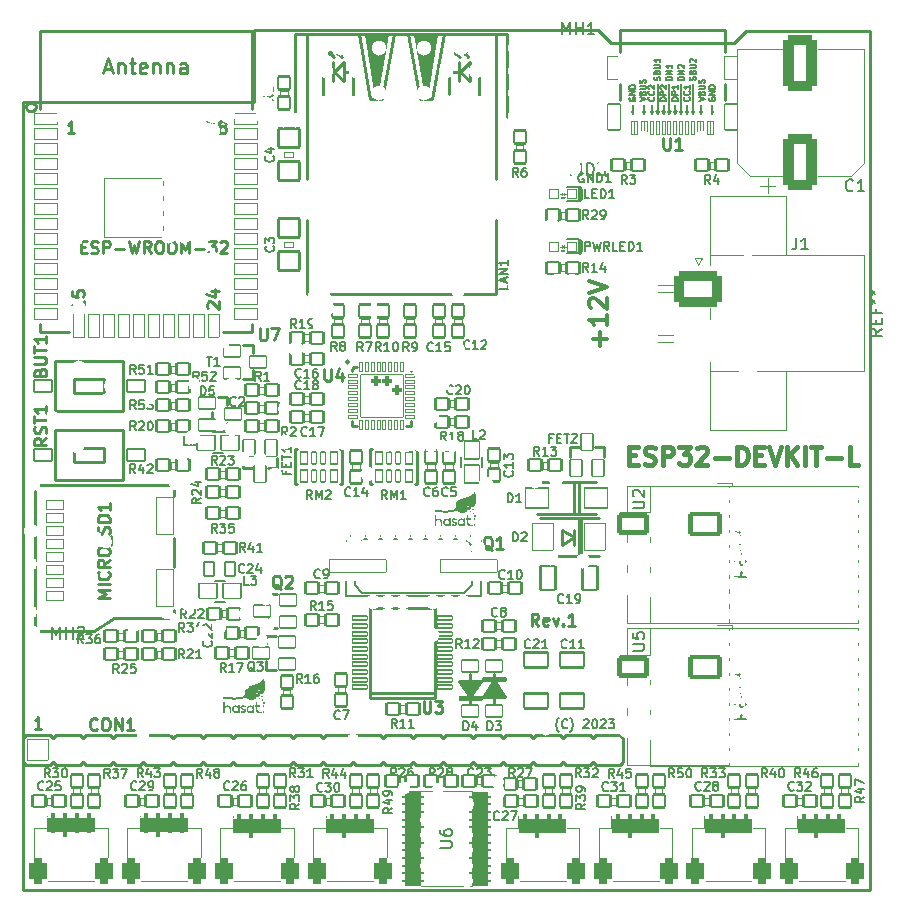
<source format=gbr>
%TF.GenerationSoftware,KiCad,Pcbnew,(6.0.8)*%
%TF.CreationDate,2023-03-02T15:21:56+03:00*%
%TF.ProjectId,ESP32-DEVKIT-L,45535033-322d-4444-9556-4b49542d4c2e,1*%
%TF.SameCoordinates,PX4260300PY8558f68*%
%TF.FileFunction,Legend,Top*%
%TF.FilePolarity,Positive*%
%FSLAX46Y46*%
G04 Gerber Fmt 4.6, Leading zero omitted, Abs format (unit mm)*
G04 Created by KiCad (PCBNEW (6.0.8)) date 2023-03-02 15:21:56*
%MOMM*%
%LPD*%
G01*
G04 APERTURE LIST*
G04 Aperture macros list*
%AMRoundRect*
0 Rectangle with rounded corners*
0 $1 Rounding radius*
0 $2 $3 $4 $5 $6 $7 $8 $9 X,Y pos of 4 corners*
0 Add a 4 corners polygon primitive as box body*
4,1,4,$2,$3,$4,$5,$6,$7,$8,$9,$2,$3,0*
0 Add four circle primitives for the rounded corners*
1,1,$1+$1,$2,$3*
1,1,$1+$1,$4,$5*
1,1,$1+$1,$6,$7*
1,1,$1+$1,$8,$9*
0 Add four rect primitives between the rounded corners*
20,1,$1+$1,$2,$3,$4,$5,0*
20,1,$1+$1,$4,$5,$6,$7,0*
20,1,$1+$1,$6,$7,$8,$9,0*
20,1,$1+$1,$8,$9,$2,$3,0*%
G04 Aperture macros list end*
%TA.AperFunction,Profile*%
%ADD10C,0.254000*%
%TD*%
%ADD11C,0.254000*%
%ADD12C,0.381000*%
%ADD13C,0.190500*%
%ADD14C,0.300000*%
%ADD15C,0.150000*%
%ADD16C,0.127000*%
%ADD17C,0.066040*%
%ADD18C,0.050000*%
%ADD19C,0.100000*%
%ADD20C,0.200000*%
%ADD21C,0.400000*%
%ADD22C,0.120000*%
%ADD23C,1.600000*%
%ADD24C,6.700000*%
%ADD25RoundRect,0.101600X0.499110X-0.549910X0.499110X0.549910X-0.499110X0.549910X-0.499110X-0.549910X0*%
%ADD26RoundRect,0.101600X-0.398780X-0.599440X0.398780X-0.599440X0.398780X0.599440X-0.398780X0.599440X0*%
%ADD27RoundRect,0.101600X-0.499110X0.549910X-0.499110X-0.549910X0.499110X-0.549910X0.499110X0.549910X0*%
%ADD28RoundRect,0.101600X0.549910X0.499110X-0.549910X0.499110X-0.549910X-0.499110X0.549910X-0.499110X0*%
%ADD29RoundRect,0.050800X0.635000X-0.762000X0.635000X0.762000X-0.635000X0.762000X-0.635000X-0.762000X0*%
%ADD30RoundRect,0.050800X0.762000X0.635000X-0.762000X0.635000X-0.762000X-0.635000X0.762000X-0.635000X0*%
%ADD31RoundRect,0.050800X-0.400000X-0.400000X0.400000X-0.400000X0.400000X0.400000X-0.400000X0.400000X0*%
%ADD32RoundRect,0.101600X-0.549910X-0.499110X0.549910X-0.499110X0.549910X0.499110X-0.549910X0.499110X0*%
%ADD33RoundRect,0.050800X-0.317500X-0.508000X0.317500X-0.508000X0.317500X0.508000X-0.317500X0.508000X0*%
%ADD34RoundRect,0.050800X-0.190500X-0.508000X0.190500X-0.508000X0.190500X0.508000X-0.190500X0.508000X0*%
%ADD35RoundRect,0.050800X0.317500X0.508000X-0.317500X0.508000X-0.317500X-0.508000X0.317500X-0.508000X0*%
%ADD36RoundRect,0.050800X0.190500X0.508000X-0.190500X0.508000X-0.190500X-0.508000X0.190500X-0.508000X0*%
%ADD37RoundRect,0.050800X-1.000000X-0.450000X1.000000X-0.450000X1.000000X0.450000X-1.000000X0.450000X0*%
%ADD38RoundRect,0.050800X-0.450000X-1.000000X0.450000X-1.000000X0.450000X1.000000X-0.450000X1.000000X0*%
%ADD39RoundRect,0.050800X-2.500000X-2.500000X2.500000X-2.500000X2.500000X2.500000X-2.500000X2.500000X0*%
%ADD40C,2.101600*%
%ADD41RoundRect,0.200000X-0.200000X0.200000X-0.200000X-0.200000X0.200000X-0.200000X0.200000X0.200000X0*%
%ADD42RoundRect,0.200000X-0.711200X0.711200X-0.711200X-0.711200X0.711200X-0.711200X0.711200X0.711200X0*%
%ADD43RoundRect,0.050800X-1.800000X1.800000X-1.800000X-1.800000X1.800000X-1.800000X1.800000X1.800000X0*%
%ADD44RoundRect,0.050800X-0.125000X0.400000X-0.125000X-0.400000X0.125000X-0.400000X0.125000X0.400000X0*%
%ADD45RoundRect,0.050800X0.400000X0.125000X-0.400000X0.125000X-0.400000X-0.125000X0.400000X-0.125000X0*%
%ADD46RoundRect,0.050800X0.125000X-0.400000X0.125000X0.400000X-0.125000X0.400000X-0.125000X-0.400000X0*%
%ADD47RoundRect,0.050800X-0.400000X-0.125000X0.400000X-0.125000X0.400000X0.125000X-0.400000X0.125000X0*%
%ADD48RoundRect,0.050800X-0.750000X0.400000X-0.750000X-0.400000X0.750000X-0.400000X0.750000X0.400000X0*%
%ADD49C,0.800000*%
%ADD50RoundRect,0.050800X-0.750000X1.550000X-0.750000X-1.550000X0.750000X-1.550000X0.750000X1.550000X0*%
%ADD51RoundRect,0.050800X-0.762000X0.508000X-0.762000X-0.508000X0.762000X-0.508000X0.762000X0.508000X0*%
%ADD52C,3.600000*%
%ADD53C,1.810000*%
%ADD54C,2.050000*%
%ADD55C,3.100000*%
%ADD56RoundRect,0.101600X-0.899160X0.798830X-0.899160X-0.798830X0.899160X-0.798830X0.899160X0.798830X0*%
%ADD57RoundRect,0.101600X0.899160X-0.798830X0.899160X0.798830X-0.899160X0.798830X-0.899160X-0.798830X0*%
%ADD58RoundRect,0.050800X1.000000X0.850000X-1.000000X0.850000X-1.000000X-0.850000X1.000000X-0.850000X0*%
%ADD59RoundRect,0.050800X-0.500000X0.700000X-0.500000X-0.700000X0.500000X-0.700000X0.500000X0.700000X0*%
%ADD60RoundRect,0.050800X-2.413000X-0.550000X2.413000X-0.550000X2.413000X0.550000X-2.413000X0.550000X0*%
%ADD61RoundRect,0.050800X-0.700000X-0.500000X0.700000X-0.500000X0.700000X0.500000X-0.700000X0.500000X0*%
%ADD62RoundRect,0.050800X0.635000X-0.162500X0.635000X0.162500X-0.635000X0.162500X-0.635000X-0.162500X0*%
%ADD63RoundRect,0.050800X-0.889000X-0.889000X0.889000X-0.889000X0.889000X0.889000X-0.889000X0.889000X0*%
%ADD64C,1.879600*%
%ADD65RoundRect,0.050800X0.889000X1.143000X-0.889000X1.143000X-0.889000X-1.143000X0.889000X-1.143000X0*%
%ADD66RoundRect,0.050800X0.500000X-0.700000X0.500000X0.700000X-0.500000X0.700000X-0.500000X-0.700000X0*%
%ADD67RoundRect,0.050800X-0.762000X-0.635000X0.762000X-0.635000X0.762000X0.635000X-0.762000X0.635000X0*%
%ADD68RoundRect,0.050800X0.700000X0.500000X-0.700000X0.500000X-0.700000X-0.500000X0.700000X-0.500000X0*%
%ADD69RoundRect,0.050800X-0.700000X0.500000X-0.700000X-0.500000X0.700000X-0.500000X0.700000X0.500000X0*%
%ADD70RoundRect,0.050800X0.700000X-0.500000X0.700000X0.500000X-0.700000X0.500000X-0.700000X-0.500000X0*%
%ADD71C,1.254000*%
%ADD72RoundRect,0.350000X-0.150000X-0.625000X0.150000X-0.625000X0.150000X0.625000X-0.150000X0.625000X0*%
%ADD73RoundRect,0.450000X-0.350000X-0.650000X0.350000X-0.650000X0.350000X0.650000X-0.350000X0.650000X0*%
%ADD74RoundRect,0.101600X0.635000X1.029970X-0.635000X1.029970X-0.635000X-1.029970X0.635000X-1.029970X0*%
%ADD75RoundRect,0.200000X-1.150000X0.750000X-1.150000X-0.750000X1.150000X-0.750000X1.150000X0.750000X0*%
%ADD76O,2.700000X1.900000*%
%ADD77RoundRect,0.200000X-1.250000X0.850000X-1.250000X-0.850000X1.250000X-0.850000X1.250000X0.850000X0*%
%ADD78O,2.900000X2.100000*%
%ADD79C,3.400000*%
%ADD80RoundRect,0.450001X-1.599999X1.099999X-1.599999X-1.099999X1.599999X-1.099999X1.599999X1.099999X0*%
%ADD81O,4.100000X3.100000*%
%ADD82RoundRect,0.300000X-0.637500X-0.100000X0.637500X-0.100000X0.637500X0.100000X-0.637500X0.100000X0*%
%ADD83C,0.701600*%
%ADD84RoundRect,0.050800X0.550000X1.000000X-0.550000X1.000000X-0.550000X-1.000000X0.550000X-1.000000X0*%
%ADD85O,1.301600X2.301600*%
%ADD86RoundRect,0.050800X0.550000X1.100000X-0.550000X1.100000X-0.550000X-1.100000X0.550000X-1.100000X0*%
%ADD87O,1.401600X2.101600*%
%ADD88RoundRect,0.050800X0.150000X0.575000X-0.150000X0.575000X-0.150000X-0.575000X0.150000X-0.575000X0*%
%ADD89RoundRect,0.050800X0.125000X0.575000X-0.125000X0.575000X-0.125000X-0.575000X0.125000X-0.575000X0*%
%ADD90C,1.101600*%
%ADD91RoundRect,0.101600X1.029970X-0.635000X1.029970X0.635000X-1.029970X0.635000X-1.029970X-0.635000X0*%
%ADD92RoundRect,0.450000X1.000000X-1.950000X1.000000X1.950000X-1.000000X1.950000X-1.000000X-1.950000X0*%
%ADD93C,1.300000*%
%ADD94C,1.100000*%
%ADD95C,1.150000*%
G04 APERTURE END LIST*
D10*
X48650000Y72773492D02*
X49770000Y71659000D01*
X48650000Y72773492D02*
X19554000Y72769000D01*
X-4000Y66673000D02*
X0Y0D01*
X61200000Y72675000D02*
X71675000Y72675000D01*
X19554000Y66673000D02*
X19554000Y72769000D01*
X60184000Y71659000D02*
X61200000Y72675000D01*
X49770000Y71659000D02*
X60184000Y71659000D01*
X71675000Y72675000D02*
X71675000Y0D01*
X-4000Y66673000D02*
X19554000Y66673000D01*
X0Y0D02*
X71675000Y0D01*
D11*
X43636285Y22370381D02*
X43297619Y22854191D01*
X43055714Y22370381D02*
X43055714Y23386381D01*
X43442761Y23386381D01*
X43539523Y23338000D01*
X43587904Y23289620D01*
X43636285Y23192858D01*
X43636285Y23047715D01*
X43587904Y22950953D01*
X43539523Y22902572D01*
X43442761Y22854191D01*
X43055714Y22854191D01*
X44458761Y22418762D02*
X44362000Y22370381D01*
X44168476Y22370381D01*
X44071714Y22418762D01*
X44023333Y22515524D01*
X44023333Y22902572D01*
X44071714Y22999334D01*
X44168476Y23047715D01*
X44362000Y23047715D01*
X44458761Y22999334D01*
X44507142Y22902572D01*
X44507142Y22805810D01*
X44023333Y22709048D01*
X44845809Y23047715D02*
X45087714Y22370381D01*
X45329619Y23047715D01*
X45716666Y22467143D02*
X45765047Y22418762D01*
X45716666Y22370381D01*
X45668285Y22418762D01*
X45716666Y22467143D01*
X45716666Y22370381D01*
X46732666Y22370381D02*
X46152095Y22370381D01*
X46442380Y22370381D02*
X46442380Y23386381D01*
X46345619Y23241239D01*
X46248857Y23144477D01*
X46152095Y23096096D01*
D12*
X51330571Y36778858D02*
X51838571Y36778858D01*
X52056285Y35980572D02*
X51330571Y35980572D01*
X51330571Y37504572D01*
X52056285Y37504572D01*
X52636857Y36053143D02*
X52854571Y35980572D01*
X53217428Y35980572D01*
X53362571Y36053143D01*
X53435142Y36125715D01*
X53507714Y36270858D01*
X53507714Y36416000D01*
X53435142Y36561143D01*
X53362571Y36633715D01*
X53217428Y36706286D01*
X52927142Y36778858D01*
X52782000Y36851429D01*
X52709428Y36924000D01*
X52636857Y37069143D01*
X52636857Y37214286D01*
X52709428Y37359429D01*
X52782000Y37432000D01*
X52927142Y37504572D01*
X53290000Y37504572D01*
X53507714Y37432000D01*
X54160857Y35980572D02*
X54160857Y37504572D01*
X54741428Y37504572D01*
X54886571Y37432000D01*
X54959142Y37359429D01*
X55031714Y37214286D01*
X55031714Y36996572D01*
X54959142Y36851429D01*
X54886571Y36778858D01*
X54741428Y36706286D01*
X54160857Y36706286D01*
X55539714Y37504572D02*
X56483142Y37504572D01*
X55975142Y36924000D01*
X56192857Y36924000D01*
X56338000Y36851429D01*
X56410571Y36778858D01*
X56483142Y36633715D01*
X56483142Y36270858D01*
X56410571Y36125715D01*
X56338000Y36053143D01*
X56192857Y35980572D01*
X55757428Y35980572D01*
X55612285Y36053143D01*
X55539714Y36125715D01*
X57063714Y37359429D02*
X57136285Y37432000D01*
X57281428Y37504572D01*
X57644285Y37504572D01*
X57789428Y37432000D01*
X57862000Y37359429D01*
X57934571Y37214286D01*
X57934571Y37069143D01*
X57862000Y36851429D01*
X56991142Y35980572D01*
X57934571Y35980572D01*
X58587714Y36561143D02*
X59748857Y36561143D01*
X60474571Y35980572D02*
X60474571Y37504572D01*
X60837428Y37504572D01*
X61055142Y37432000D01*
X61200285Y37286858D01*
X61272857Y37141715D01*
X61345428Y36851429D01*
X61345428Y36633715D01*
X61272857Y36343429D01*
X61200285Y36198286D01*
X61055142Y36053143D01*
X60837428Y35980572D01*
X60474571Y35980572D01*
X61998571Y36778858D02*
X62506571Y36778858D01*
X62724285Y35980572D02*
X61998571Y35980572D01*
X61998571Y37504572D01*
X62724285Y37504572D01*
X63159714Y37504572D02*
X63667714Y35980572D01*
X64175714Y37504572D01*
X64683714Y35980572D02*
X64683714Y37504572D01*
X65554571Y35980572D02*
X64901428Y36851429D01*
X65554571Y37504572D02*
X64683714Y36633715D01*
X66207714Y35980572D02*
X66207714Y37504572D01*
X66715714Y37504572D02*
X67586571Y37504572D01*
X67151142Y35980572D02*
X67151142Y37504572D01*
X68094571Y36561143D02*
X69255714Y36561143D01*
X70707142Y35980572D02*
X69981428Y35980572D01*
X69981428Y37504572D01*
D11*
X1556285Y13635381D02*
X975714Y13635381D01*
X1266000Y13635381D02*
X1266000Y14651381D01*
X1169238Y14506239D01*
X1072476Y14409477D01*
X975714Y14361096D01*
D13*
X45348428Y13375000D02*
X45312142Y13411286D01*
X45239571Y13520143D01*
X45203285Y13592715D01*
X45167000Y13701572D01*
X45130714Y13883000D01*
X45130714Y14028143D01*
X45167000Y14209572D01*
X45203285Y14318429D01*
X45239571Y14391000D01*
X45312142Y14499858D01*
X45348428Y14536143D01*
X46074142Y13737858D02*
X46037857Y13701572D01*
X45929000Y13665286D01*
X45856428Y13665286D01*
X45747571Y13701572D01*
X45675000Y13774143D01*
X45638714Y13846715D01*
X45602428Y13991858D01*
X45602428Y14100715D01*
X45638714Y14245858D01*
X45675000Y14318429D01*
X45747571Y14391000D01*
X45856428Y14427286D01*
X45929000Y14427286D01*
X46037857Y14391000D01*
X46074142Y14354715D01*
X46328142Y13375000D02*
X46364428Y13411286D01*
X46437000Y13520143D01*
X46473285Y13592715D01*
X46509571Y13701572D01*
X46545857Y13883000D01*
X46545857Y14028143D01*
X46509571Y14209572D01*
X46473285Y14318429D01*
X46437000Y14391000D01*
X46364428Y14499858D01*
X46328142Y14536143D01*
X47453000Y14354715D02*
X47489285Y14391000D01*
X47561857Y14427286D01*
X47743285Y14427286D01*
X47815857Y14391000D01*
X47852142Y14354715D01*
X47888428Y14282143D01*
X47888428Y14209572D01*
X47852142Y14100715D01*
X47416714Y13665286D01*
X47888428Y13665286D01*
X48360142Y14427286D02*
X48432714Y14427286D01*
X48505285Y14391000D01*
X48541571Y14354715D01*
X48577857Y14282143D01*
X48614142Y14137000D01*
X48614142Y13955572D01*
X48577857Y13810429D01*
X48541571Y13737858D01*
X48505285Y13701572D01*
X48432714Y13665286D01*
X48360142Y13665286D01*
X48287571Y13701572D01*
X48251285Y13737858D01*
X48215000Y13810429D01*
X48178714Y13955572D01*
X48178714Y14137000D01*
X48215000Y14282143D01*
X48251285Y14354715D01*
X48287571Y14391000D01*
X48360142Y14427286D01*
X48904428Y14354715D02*
X48940714Y14391000D01*
X49013285Y14427286D01*
X49194714Y14427286D01*
X49267285Y14391000D01*
X49303571Y14354715D01*
X49339857Y14282143D01*
X49339857Y14209572D01*
X49303571Y14100715D01*
X48868142Y13665286D01*
X49339857Y13665286D01*
X49593857Y14427286D02*
X50065571Y14427286D01*
X49811571Y14137000D01*
X49920428Y14137000D01*
X49993000Y14100715D01*
X50029285Y14064429D01*
X50065571Y13991858D01*
X50065571Y13810429D01*
X50029285Y13737858D01*
X49993000Y13701572D01*
X49920428Y13665286D01*
X49702714Y13665286D01*
X49630142Y13701572D01*
X49593857Y13737858D01*
D14*
X48827142Y46057143D02*
X48827142Y47200000D01*
X49398571Y46628572D02*
X48255714Y46628572D01*
X49398571Y48700000D02*
X49398571Y47842858D01*
X49398571Y48271429D02*
X47898571Y48271429D01*
X48112857Y48128572D01*
X48255714Y47985715D01*
X48327142Y47842858D01*
X48041428Y49271429D02*
X47970000Y49342858D01*
X47898571Y49485715D01*
X47898571Y49842858D01*
X47970000Y49985715D01*
X48041428Y50057143D01*
X48184285Y50128572D01*
X48327142Y50128572D01*
X48541428Y50057143D01*
X49398571Y49200000D01*
X49398571Y50128572D01*
X47898571Y50557143D02*
X49398571Y51057143D01*
X47898571Y51557143D01*
D15*
X2472666Y21262620D02*
X2472666Y22262620D01*
X2806000Y21548334D01*
X3139333Y22262620D01*
X3139333Y21262620D01*
X3615523Y21262620D02*
X3615523Y22262620D01*
X3615523Y21786429D02*
X4186952Y21786429D01*
X4186952Y21262620D02*
X4186952Y22262620D01*
X4615523Y22167381D02*
X4663142Y22215000D01*
X4758380Y22262620D01*
X4996476Y22262620D01*
X5091714Y22215000D01*
X5139333Y22167381D01*
X5186952Y22072143D01*
X5186952Y21976905D01*
X5139333Y21834048D01*
X4567904Y21262620D01*
X5186952Y21262620D01*
D13*
X35943000Y33397858D02*
X35906714Y33361572D01*
X35797857Y33325286D01*
X35725285Y33325286D01*
X35616428Y33361572D01*
X35543857Y33434143D01*
X35507571Y33506715D01*
X35471285Y33651858D01*
X35471285Y33760715D01*
X35507571Y33905858D01*
X35543857Y33978429D01*
X35616428Y34051000D01*
X35725285Y34087286D01*
X35797857Y34087286D01*
X35906714Y34051000D01*
X35943000Y34014715D01*
X36632428Y34087286D02*
X36269571Y34087286D01*
X36233285Y33724429D01*
X36269571Y33760715D01*
X36342142Y33797000D01*
X36523571Y33797000D01*
X36596142Y33760715D01*
X36632428Y33724429D01*
X36668714Y33651858D01*
X36668714Y33470429D01*
X36632428Y33397858D01*
X36596142Y33361572D01*
X36523571Y33325286D01*
X36342142Y33325286D01*
X36269571Y33361572D01*
X36233285Y33397858D01*
X34413000Y33397858D02*
X34376714Y33361572D01*
X34267857Y33325286D01*
X34195285Y33325286D01*
X34086428Y33361572D01*
X34013857Y33434143D01*
X33977571Y33506715D01*
X33941285Y33651858D01*
X33941285Y33760715D01*
X33977571Y33905858D01*
X34013857Y33978429D01*
X34086428Y34051000D01*
X34195285Y34087286D01*
X34267857Y34087286D01*
X34376714Y34051000D01*
X34413000Y34014715D01*
X35066142Y34087286D02*
X34921000Y34087286D01*
X34848428Y34051000D01*
X34812142Y34014715D01*
X34739571Y33905858D01*
X34703285Y33760715D01*
X34703285Y33470429D01*
X34739571Y33397858D01*
X34775857Y33361572D01*
X34848428Y33325286D01*
X34993571Y33325286D01*
X35066142Y33361572D01*
X35102428Y33397858D01*
X35138714Y33470429D01*
X35138714Y33651858D01*
X35102428Y33724429D01*
X35066142Y33760715D01*
X34993571Y33797000D01*
X34848428Y33797000D01*
X34775857Y33760715D01*
X34739571Y33724429D01*
X34703285Y33651858D01*
X18730142Y26907858D02*
X18693857Y26871572D01*
X18585000Y26835286D01*
X18512428Y26835286D01*
X18403571Y26871572D01*
X18331000Y26944143D01*
X18294714Y27016715D01*
X18258428Y27161858D01*
X18258428Y27270715D01*
X18294714Y27415858D01*
X18331000Y27488429D01*
X18403571Y27561000D01*
X18512428Y27597286D01*
X18585000Y27597286D01*
X18693857Y27561000D01*
X18730142Y27524715D01*
X19020428Y27524715D02*
X19056714Y27561000D01*
X19129285Y27597286D01*
X19310714Y27597286D01*
X19383285Y27561000D01*
X19419571Y27524715D01*
X19455857Y27452143D01*
X19455857Y27379572D01*
X19419571Y27270715D01*
X18984142Y26835286D01*
X19455857Y26835286D01*
X20109000Y27343286D02*
X20109000Y26835286D01*
X19927571Y27633572D02*
X19746142Y27089286D01*
X20217857Y27089286D01*
X37780142Y45847858D02*
X37743857Y45811572D01*
X37635000Y45775286D01*
X37562428Y45775286D01*
X37453571Y45811572D01*
X37381000Y45884143D01*
X37344714Y45956715D01*
X37308428Y46101858D01*
X37308428Y46210715D01*
X37344714Y46355858D01*
X37381000Y46428429D01*
X37453571Y46501000D01*
X37562428Y46537286D01*
X37635000Y46537286D01*
X37743857Y46501000D01*
X37780142Y46464715D01*
X38505857Y45775286D02*
X38070428Y45775286D01*
X38288142Y45775286D02*
X38288142Y46537286D01*
X38215571Y46428429D01*
X38143000Y46355858D01*
X38070428Y46319572D01*
X38796142Y46464715D02*
X38832428Y46501000D01*
X38905000Y46537286D01*
X39086428Y46537286D01*
X39159000Y46501000D01*
X39195285Y46464715D01*
X39231571Y46392143D01*
X39231571Y46319572D01*
X39195285Y46210715D01*
X38759857Y45775286D01*
X39231571Y45775286D01*
X41402142Y35450143D02*
X41438428Y35413858D01*
X41474714Y35305000D01*
X41474714Y35232429D01*
X41438428Y35123572D01*
X41365857Y35051000D01*
X41293285Y35014715D01*
X41148142Y34978429D01*
X41039285Y34978429D01*
X40894142Y35014715D01*
X40821571Y35051000D01*
X40749000Y35123572D01*
X40712714Y35232429D01*
X40712714Y35305000D01*
X40749000Y35413858D01*
X40785285Y35450143D01*
X41474714Y36175858D02*
X41474714Y35740429D01*
X41474714Y35958143D02*
X40712714Y35958143D01*
X40821571Y35885572D01*
X40894142Y35813000D01*
X40930428Y35740429D01*
X40712714Y36429858D02*
X40712714Y36901572D01*
X41003000Y36647572D01*
X41003000Y36756429D01*
X41039285Y36829000D01*
X41075571Y36865286D01*
X41148142Y36901572D01*
X41329571Y36901572D01*
X41402142Y36865286D01*
X41438428Y36829000D01*
X41474714Y36756429D01*
X41474714Y36538715D01*
X41438428Y36466143D01*
X41402142Y36429858D01*
X27700142Y33367858D02*
X27663857Y33331572D01*
X27555000Y33295286D01*
X27482428Y33295286D01*
X27373571Y33331572D01*
X27301000Y33404143D01*
X27264714Y33476715D01*
X27228428Y33621858D01*
X27228428Y33730715D01*
X27264714Y33875858D01*
X27301000Y33948429D01*
X27373571Y34021000D01*
X27482428Y34057286D01*
X27555000Y34057286D01*
X27663857Y34021000D01*
X27700142Y33984715D01*
X28425857Y33295286D02*
X27990428Y33295286D01*
X28208142Y33295286D02*
X28208142Y34057286D01*
X28135571Y33948429D01*
X28063000Y33875858D01*
X27990428Y33839572D01*
X29079000Y33803286D02*
X29079000Y33295286D01*
X28897571Y34093572D02*
X28716142Y33549286D01*
X29187857Y33549286D01*
X34690142Y45647858D02*
X34653857Y45611572D01*
X34545000Y45575286D01*
X34472428Y45575286D01*
X34363571Y45611572D01*
X34291000Y45684143D01*
X34254714Y45756715D01*
X34218428Y45901858D01*
X34218428Y46010715D01*
X34254714Y46155858D01*
X34291000Y46228429D01*
X34363571Y46301000D01*
X34472428Y46337286D01*
X34545000Y46337286D01*
X34653857Y46301000D01*
X34690142Y46264715D01*
X35415857Y45575286D02*
X34980428Y45575286D01*
X35198142Y45575286D02*
X35198142Y46337286D01*
X35125571Y46228429D01*
X35053000Y46155858D01*
X34980428Y46119572D01*
X36105285Y46337286D02*
X35742428Y46337286D01*
X35706142Y45974429D01*
X35742428Y46010715D01*
X35815000Y46047000D01*
X35996428Y46047000D01*
X36069000Y46010715D01*
X36105285Y45974429D01*
X36141571Y45901858D01*
X36141571Y45720429D01*
X36105285Y45647858D01*
X36069000Y45611572D01*
X35996428Y45575286D01*
X35815000Y45575286D01*
X35742428Y45611572D01*
X35706142Y45647858D01*
X23509142Y43437858D02*
X23472857Y43401572D01*
X23364000Y43365286D01*
X23291428Y43365286D01*
X23182571Y43401572D01*
X23110000Y43474143D01*
X23073714Y43546715D01*
X23037428Y43691858D01*
X23037428Y43800715D01*
X23073714Y43945858D01*
X23110000Y44018429D01*
X23182571Y44091000D01*
X23291428Y44127286D01*
X23364000Y44127286D01*
X23472857Y44091000D01*
X23509142Y44054715D01*
X24234857Y43365286D02*
X23799428Y43365286D01*
X24017142Y43365286D02*
X24017142Y44127286D01*
X23944571Y44018429D01*
X23872000Y43945858D01*
X23799428Y43909572D01*
X24888000Y44127286D02*
X24742857Y44127286D01*
X24670285Y44091000D01*
X24634000Y44054715D01*
X24561428Y43945858D01*
X24525142Y43800715D01*
X24525142Y43510429D01*
X24561428Y43437858D01*
X24597714Y43401572D01*
X24670285Y43365286D01*
X24815428Y43365286D01*
X24888000Y43401572D01*
X24924285Y43437858D01*
X24960571Y43510429D01*
X24960571Y43691858D01*
X24924285Y43764429D01*
X24888000Y43800715D01*
X24815428Y43837000D01*
X24670285Y43837000D01*
X24597714Y43800715D01*
X24561428Y43764429D01*
X24525142Y43691858D01*
X24030142Y38487858D02*
X23993857Y38451572D01*
X23885000Y38415286D01*
X23812428Y38415286D01*
X23703571Y38451572D01*
X23631000Y38524143D01*
X23594714Y38596715D01*
X23558428Y38741858D01*
X23558428Y38850715D01*
X23594714Y38995858D01*
X23631000Y39068429D01*
X23703571Y39141000D01*
X23812428Y39177286D01*
X23885000Y39177286D01*
X23993857Y39141000D01*
X24030142Y39104715D01*
X24755857Y38415286D02*
X24320428Y38415286D01*
X24538142Y38415286D02*
X24538142Y39177286D01*
X24465571Y39068429D01*
X24393000Y38995858D01*
X24320428Y38959572D01*
X25009857Y39177286D02*
X25517857Y39177286D01*
X25191285Y38415286D01*
X23509142Y42427858D02*
X23472857Y42391572D01*
X23364000Y42355286D01*
X23291428Y42355286D01*
X23182571Y42391572D01*
X23110000Y42464143D01*
X23073714Y42536715D01*
X23037428Y42681858D01*
X23037428Y42790715D01*
X23073714Y42935858D01*
X23110000Y43008429D01*
X23182571Y43081000D01*
X23291428Y43117286D01*
X23364000Y43117286D01*
X23472857Y43081000D01*
X23509142Y43044715D01*
X24234857Y42355286D02*
X23799428Y42355286D01*
X24017142Y42355286D02*
X24017142Y43117286D01*
X23944571Y43008429D01*
X23872000Y42935858D01*
X23799428Y42899572D01*
X24670285Y42790715D02*
X24597714Y42827000D01*
X24561428Y42863286D01*
X24525142Y42935858D01*
X24525142Y42972143D01*
X24561428Y43044715D01*
X24597714Y43081000D01*
X24670285Y43117286D01*
X24815428Y43117286D01*
X24888000Y43081000D01*
X24924285Y43044715D01*
X24960571Y42972143D01*
X24960571Y42935858D01*
X24924285Y42863286D01*
X24888000Y42827000D01*
X24815428Y42790715D01*
X24670285Y42790715D01*
X24597714Y42754429D01*
X24561428Y42718143D01*
X24525142Y42645572D01*
X24525142Y42500429D01*
X24561428Y42427858D01*
X24597714Y42391572D01*
X24670285Y42355286D01*
X24815428Y42355286D01*
X24888000Y42391572D01*
X24924285Y42427858D01*
X24960571Y42500429D01*
X24960571Y42645572D01*
X24924285Y42718143D01*
X24888000Y42754429D01*
X24815428Y42790715D01*
X36360142Y42037858D02*
X36323857Y42001572D01*
X36215000Y41965286D01*
X36142428Y41965286D01*
X36033571Y42001572D01*
X35961000Y42074143D01*
X35924714Y42146715D01*
X35888428Y42291858D01*
X35888428Y42400715D01*
X35924714Y42545858D01*
X35961000Y42618429D01*
X36033571Y42691000D01*
X36142428Y42727286D01*
X36215000Y42727286D01*
X36323857Y42691000D01*
X36360142Y42654715D01*
X36650428Y42654715D02*
X36686714Y42691000D01*
X36759285Y42727286D01*
X36940714Y42727286D01*
X37013285Y42691000D01*
X37049571Y42654715D01*
X37085857Y42582143D01*
X37085857Y42509572D01*
X37049571Y42400715D01*
X36614142Y41965286D01*
X37085857Y41965286D01*
X37557571Y42727286D02*
X37630142Y42727286D01*
X37702714Y42691000D01*
X37739000Y42654715D01*
X37775285Y42582143D01*
X37811571Y42437000D01*
X37811571Y42255572D01*
X37775285Y42110429D01*
X37739000Y42037858D01*
X37702714Y42001572D01*
X37630142Y41965286D01*
X37557571Y41965286D01*
X37485000Y42001572D01*
X37448714Y42037858D01*
X37412428Y42110429D01*
X37376142Y42255572D01*
X37376142Y42437000D01*
X37412428Y42582143D01*
X37448714Y42654715D01*
X37485000Y42691000D01*
X37557571Y42727286D01*
X38453000Y38145286D02*
X38090142Y38145286D01*
X38090142Y38907286D01*
X38670714Y38834715D02*
X38707000Y38871000D01*
X38779571Y38907286D01*
X38961000Y38907286D01*
X39033571Y38871000D01*
X39069857Y38834715D01*
X39106142Y38762143D01*
X39106142Y38689572D01*
X39069857Y38580715D01*
X38634428Y38145286D01*
X39106142Y38145286D01*
X19103000Y25815286D02*
X18740142Y25815286D01*
X18740142Y26577286D01*
X19284428Y26577286D02*
X19756142Y26577286D01*
X19502142Y26287000D01*
X19611000Y26287000D01*
X19683571Y26250715D01*
X19719857Y26214429D01*
X19756142Y26141858D01*
X19756142Y25960429D01*
X19719857Y25887858D01*
X19683571Y25851572D01*
X19611000Y25815286D01*
X19393285Y25815286D01*
X19320714Y25851572D01*
X19284428Y25887858D01*
X47562000Y54105286D02*
X47562000Y54867286D01*
X47852285Y54867286D01*
X47924857Y54831000D01*
X47961142Y54794715D01*
X47997428Y54722143D01*
X47997428Y54613286D01*
X47961142Y54540715D01*
X47924857Y54504429D01*
X47852285Y54468143D01*
X47562000Y54468143D01*
X48251428Y54867286D02*
X48432857Y54105286D01*
X48578000Y54649572D01*
X48723142Y54105286D01*
X48904571Y54867286D01*
X49630285Y54105286D02*
X49376285Y54468143D01*
X49194857Y54105286D02*
X49194857Y54867286D01*
X49485142Y54867286D01*
X49557714Y54831000D01*
X49594000Y54794715D01*
X49630285Y54722143D01*
X49630285Y54613286D01*
X49594000Y54540715D01*
X49557714Y54504429D01*
X49485142Y54468143D01*
X49194857Y54468143D01*
X50319714Y54105286D02*
X49956857Y54105286D01*
X49956857Y54867286D01*
X50573714Y54504429D02*
X50827714Y54504429D01*
X50936571Y54105286D02*
X50573714Y54105286D01*
X50573714Y54867286D01*
X50936571Y54867286D01*
X51263142Y54105286D02*
X51263142Y54867286D01*
X51444571Y54867286D01*
X51553428Y54831000D01*
X51626000Y54758429D01*
X51662285Y54685858D01*
X51698571Y54540715D01*
X51698571Y54431858D01*
X51662285Y54286715D01*
X51626000Y54214143D01*
X51553428Y54141572D01*
X51444571Y54105286D01*
X51263142Y54105286D01*
X52424285Y54105286D02*
X51988857Y54105286D01*
X52206571Y54105286D02*
X52206571Y54867286D01*
X52134000Y54758429D01*
X52061428Y54685858D01*
X51988857Y54649572D01*
X9520142Y43695286D02*
X9266142Y44058143D01*
X9084714Y43695286D02*
X9084714Y44457286D01*
X9375000Y44457286D01*
X9447571Y44421000D01*
X9483857Y44384715D01*
X9520142Y44312143D01*
X9520142Y44203286D01*
X9483857Y44130715D01*
X9447571Y44094429D01*
X9375000Y44058143D01*
X9084714Y44058143D01*
X10209571Y44457286D02*
X9846714Y44457286D01*
X9810428Y44094429D01*
X9846714Y44130715D01*
X9919285Y44167000D01*
X10100714Y44167000D01*
X10173285Y44130715D01*
X10209571Y44094429D01*
X10245857Y44021858D01*
X10245857Y43840429D01*
X10209571Y43767858D01*
X10173285Y43731572D01*
X10100714Y43695286D01*
X9919285Y43695286D01*
X9846714Y43731572D01*
X9810428Y43767858D01*
X10971571Y43695286D02*
X10536142Y43695286D01*
X10753857Y43695286D02*
X10753857Y44457286D01*
X10681285Y44348429D01*
X10608714Y44275858D01*
X10536142Y44239572D01*
X21168714Y67308000D02*
X20805857Y67054000D01*
X21168714Y66872572D02*
X20406714Y66872572D01*
X20406714Y67162858D01*
X20443000Y67235429D01*
X20479285Y67271715D01*
X20551857Y67308000D01*
X20660714Y67308000D01*
X20733285Y67271715D01*
X20769571Y67235429D01*
X20805857Y67162858D01*
X20805857Y66872572D01*
X20406714Y67997429D02*
X20406714Y67634572D01*
X20769571Y67598286D01*
X20733285Y67634572D01*
X20697000Y67707143D01*
X20697000Y67888572D01*
X20733285Y67961143D01*
X20769571Y67997429D01*
X20842142Y68033715D01*
X21023571Y68033715D01*
X21096142Y67997429D01*
X21132428Y67961143D01*
X21168714Y67888572D01*
X21168714Y67707143D01*
X21132428Y67634572D01*
X21096142Y67598286D01*
X41903000Y60375286D02*
X41649000Y60738143D01*
X41467571Y60375286D02*
X41467571Y61137286D01*
X41757857Y61137286D01*
X41830428Y61101000D01*
X41866714Y61064715D01*
X41903000Y60992143D01*
X41903000Y60883286D01*
X41866714Y60810715D01*
X41830428Y60774429D01*
X41757857Y60738143D01*
X41467571Y60738143D01*
X42556142Y61137286D02*
X42411000Y61137286D01*
X42338428Y61101000D01*
X42302142Y61064715D01*
X42229571Y60955858D01*
X42193285Y60810715D01*
X42193285Y60520429D01*
X42229571Y60447858D01*
X42265857Y60411572D01*
X42338428Y60375286D01*
X42483571Y60375286D01*
X42556142Y60411572D01*
X42592428Y60447858D01*
X42628714Y60520429D01*
X42628714Y60701858D01*
X42592428Y60774429D01*
X42556142Y60810715D01*
X42483571Y60847000D01*
X42338428Y60847000D01*
X42265857Y60810715D01*
X42229571Y60774429D01*
X42193285Y60701858D01*
X28743000Y45595286D02*
X28489000Y45958143D01*
X28307571Y45595286D02*
X28307571Y46357286D01*
X28597857Y46357286D01*
X28670428Y46321000D01*
X28706714Y46284715D01*
X28743000Y46212143D01*
X28743000Y46103286D01*
X28706714Y46030715D01*
X28670428Y45994429D01*
X28597857Y45958143D01*
X28307571Y45958143D01*
X28997000Y46357286D02*
X29505000Y46357286D01*
X29178428Y45595286D01*
X26543000Y45635286D02*
X26289000Y45998143D01*
X26107571Y45635286D02*
X26107571Y46397286D01*
X26397857Y46397286D01*
X26470428Y46361000D01*
X26506714Y46324715D01*
X26543000Y46252143D01*
X26543000Y46143286D01*
X26506714Y46070715D01*
X26470428Y46034429D01*
X26397857Y45998143D01*
X26107571Y45998143D01*
X26978428Y46070715D02*
X26905857Y46107000D01*
X26869571Y46143286D01*
X26833285Y46215858D01*
X26833285Y46252143D01*
X26869571Y46324715D01*
X26905857Y46361000D01*
X26978428Y46397286D01*
X27123571Y46397286D01*
X27196142Y46361000D01*
X27232428Y46324715D01*
X27268714Y46252143D01*
X27268714Y46215858D01*
X27232428Y46143286D01*
X27196142Y46107000D01*
X27123571Y46070715D01*
X26978428Y46070715D01*
X26905857Y46034429D01*
X26869571Y45998143D01*
X26833285Y45925572D01*
X26833285Y45780429D01*
X26869571Y45707858D01*
X26905857Y45671572D01*
X26978428Y45635286D01*
X27123571Y45635286D01*
X27196142Y45671572D01*
X27232428Y45707858D01*
X27268714Y45780429D01*
X27268714Y45925572D01*
X27232428Y45998143D01*
X27196142Y46034429D01*
X27123571Y46070715D01*
X32633000Y45605286D02*
X32379000Y45968143D01*
X32197571Y45605286D02*
X32197571Y46367286D01*
X32487857Y46367286D01*
X32560428Y46331000D01*
X32596714Y46294715D01*
X32633000Y46222143D01*
X32633000Y46113286D01*
X32596714Y46040715D01*
X32560428Y46004429D01*
X32487857Y45968143D01*
X32197571Y45968143D01*
X32995857Y45605286D02*
X33141000Y45605286D01*
X33213571Y45641572D01*
X33249857Y45677858D01*
X33322428Y45786715D01*
X33358714Y45931858D01*
X33358714Y46222143D01*
X33322428Y46294715D01*
X33286142Y46331000D01*
X33213571Y46367286D01*
X33068428Y46367286D01*
X32995857Y46331000D01*
X32959571Y46294715D01*
X32923285Y46222143D01*
X32923285Y46040715D01*
X32959571Y45968143D01*
X32995857Y45931858D01*
X33068428Y45895572D01*
X33213571Y45895572D01*
X33286142Y45931858D01*
X33322428Y45968143D01*
X33358714Y46040715D01*
X30290142Y45605286D02*
X30036142Y45968143D01*
X29854714Y45605286D02*
X29854714Y46367286D01*
X30145000Y46367286D01*
X30217571Y46331000D01*
X30253857Y46294715D01*
X30290142Y46222143D01*
X30290142Y46113286D01*
X30253857Y46040715D01*
X30217571Y46004429D01*
X30145000Y45968143D01*
X29854714Y45968143D01*
X31015857Y45605286D02*
X30580428Y45605286D01*
X30798142Y45605286D02*
X30798142Y46367286D01*
X30725571Y46258429D01*
X30653000Y46185858D01*
X30580428Y46149572D01*
X31487571Y46367286D02*
X31560142Y46367286D01*
X31632714Y46331000D01*
X31669000Y46294715D01*
X31705285Y46222143D01*
X31741571Y46077000D01*
X31741571Y45895572D01*
X31705285Y45750429D01*
X31669000Y45677858D01*
X31632714Y45641572D01*
X31560142Y45605286D01*
X31487571Y45605286D01*
X31415000Y45641572D01*
X31378714Y45677858D01*
X31342428Y45750429D01*
X31306142Y45895572D01*
X31306142Y46077000D01*
X31342428Y46222143D01*
X31378714Y46294715D01*
X31415000Y46331000D01*
X31487571Y46367286D01*
X31637142Y13715286D02*
X31383142Y14078143D01*
X31201714Y13715286D02*
X31201714Y14477286D01*
X31492000Y14477286D01*
X31564571Y14441000D01*
X31600857Y14404715D01*
X31637142Y14332143D01*
X31637142Y14223286D01*
X31600857Y14150715D01*
X31564571Y14114429D01*
X31492000Y14078143D01*
X31201714Y14078143D01*
X32362857Y13715286D02*
X31927428Y13715286D01*
X32145142Y13715286D02*
X32145142Y14477286D01*
X32072571Y14368429D01*
X32000000Y14295858D01*
X31927428Y14259572D01*
X33088571Y13715286D02*
X32653142Y13715286D01*
X32870857Y13715286D02*
X32870857Y14477286D01*
X32798285Y14368429D01*
X32725714Y14295858D01*
X32653142Y14259572D01*
X35830142Y38035286D02*
X35576142Y38398143D01*
X35394714Y38035286D02*
X35394714Y38797286D01*
X35685000Y38797286D01*
X35757571Y38761000D01*
X35793857Y38724715D01*
X35830142Y38652143D01*
X35830142Y38543286D01*
X35793857Y38470715D01*
X35757571Y38434429D01*
X35685000Y38398143D01*
X35394714Y38398143D01*
X36555857Y38035286D02*
X36120428Y38035286D01*
X36338142Y38035286D02*
X36338142Y38797286D01*
X36265571Y38688429D01*
X36193000Y38615858D01*
X36120428Y38579572D01*
X36991285Y38470715D02*
X36918714Y38507000D01*
X36882428Y38543286D01*
X36846142Y38615858D01*
X36846142Y38652143D01*
X36882428Y38724715D01*
X36918714Y38761000D01*
X36991285Y38797286D01*
X37136428Y38797286D01*
X37209000Y38761000D01*
X37245285Y38724715D01*
X37281571Y38652143D01*
X37281571Y38615858D01*
X37245285Y38543286D01*
X37209000Y38507000D01*
X37136428Y38470715D01*
X36991285Y38470715D01*
X36918714Y38434429D01*
X36882428Y38398143D01*
X36846142Y38325572D01*
X36846142Y38180429D01*
X36882428Y38107858D01*
X36918714Y38071572D01*
X36991285Y38035286D01*
X37136428Y38035286D01*
X37209000Y38071572D01*
X37245285Y38107858D01*
X37281571Y38180429D01*
X37281571Y38325572D01*
X37245285Y38398143D01*
X37209000Y38434429D01*
X37136428Y38470715D01*
X23130142Y47555286D02*
X22876142Y47918143D01*
X22694714Y47555286D02*
X22694714Y48317286D01*
X22985000Y48317286D01*
X23057571Y48281000D01*
X23093857Y48244715D01*
X23130142Y48172143D01*
X23130142Y48063286D01*
X23093857Y47990715D01*
X23057571Y47954429D01*
X22985000Y47918143D01*
X22694714Y47918143D01*
X23855857Y47555286D02*
X23420428Y47555286D01*
X23638142Y47555286D02*
X23638142Y48317286D01*
X23565571Y48208429D01*
X23493000Y48135858D01*
X23420428Y48099572D01*
X24218714Y47555286D02*
X24363857Y47555286D01*
X24436428Y47591572D01*
X24472714Y47627858D01*
X24545285Y47736715D01*
X24581571Y47881858D01*
X24581571Y48172143D01*
X24545285Y48244715D01*
X24509000Y48281000D01*
X24436428Y48317286D01*
X24291285Y48317286D01*
X24218714Y48281000D01*
X24182428Y48244715D01*
X24146142Y48172143D01*
X24146142Y47990715D01*
X24182428Y47918143D01*
X24218714Y47881858D01*
X24291285Y47845572D01*
X24436428Y47845572D01*
X24509000Y47881858D01*
X24545285Y47918143D01*
X24581571Y47990715D01*
X37120142Y20485286D02*
X36866142Y20848143D01*
X36684714Y20485286D02*
X36684714Y21247286D01*
X36975000Y21247286D01*
X37047571Y21211000D01*
X37083857Y21174715D01*
X37120142Y21102143D01*
X37120142Y20993286D01*
X37083857Y20920715D01*
X37047571Y20884429D01*
X36975000Y20848143D01*
X36684714Y20848143D01*
X37845857Y20485286D02*
X37410428Y20485286D01*
X37628142Y20485286D02*
X37628142Y21247286D01*
X37555571Y21138429D01*
X37483000Y21065858D01*
X37410428Y21029572D01*
X38136142Y21174715D02*
X38172428Y21211000D01*
X38245000Y21247286D01*
X38426428Y21247286D01*
X38499000Y21211000D01*
X38535285Y21174715D01*
X38571571Y21102143D01*
X38571571Y21029572D01*
X38535285Y20920715D01*
X38099857Y20485286D01*
X38571571Y20485286D01*
X24780142Y23685286D02*
X24526142Y24048143D01*
X24344714Y23685286D02*
X24344714Y24447286D01*
X24635000Y24447286D01*
X24707571Y24411000D01*
X24743857Y24374715D01*
X24780142Y24302143D01*
X24780142Y24193286D01*
X24743857Y24120715D01*
X24707571Y24084429D01*
X24635000Y24048143D01*
X24344714Y24048143D01*
X25505857Y23685286D02*
X25070428Y23685286D01*
X25288142Y23685286D02*
X25288142Y24447286D01*
X25215571Y24338429D01*
X25143000Y24265858D01*
X25070428Y24229572D01*
X26195285Y24447286D02*
X25832428Y24447286D01*
X25796142Y24084429D01*
X25832428Y24120715D01*
X25905000Y24157000D01*
X26086428Y24157000D01*
X26159000Y24120715D01*
X26195285Y24084429D01*
X26231571Y24011858D01*
X26231571Y23830429D01*
X26195285Y23757858D01*
X26159000Y23721572D01*
X26086428Y23685286D01*
X25905000Y23685286D01*
X25832428Y23721572D01*
X25796142Y23757858D01*
X24452571Y33054286D02*
X24198571Y33417143D01*
X24017142Y33054286D02*
X24017142Y33816286D01*
X24307428Y33816286D01*
X24380000Y33780000D01*
X24416285Y33743715D01*
X24452571Y33671143D01*
X24452571Y33562286D01*
X24416285Y33489715D01*
X24380000Y33453429D01*
X24307428Y33417143D01*
X24017142Y33417143D01*
X24779142Y33054286D02*
X24779142Y33816286D01*
X25033142Y33272000D01*
X25287142Y33816286D01*
X25287142Y33054286D01*
X25613714Y33743715D02*
X25650000Y33780000D01*
X25722571Y33816286D01*
X25904000Y33816286D01*
X25976571Y33780000D01*
X26012857Y33743715D01*
X26049142Y33671143D01*
X26049142Y33598572D01*
X26012857Y33489715D01*
X25577428Y33054286D01*
X26049142Y33054286D01*
X30802571Y33054286D02*
X30548571Y33417143D01*
X30367142Y33054286D02*
X30367142Y33816286D01*
X30657428Y33816286D01*
X30730000Y33780000D01*
X30766285Y33743715D01*
X30802571Y33671143D01*
X30802571Y33562286D01*
X30766285Y33489715D01*
X30730000Y33453429D01*
X30657428Y33417143D01*
X30367142Y33417143D01*
X31129142Y33054286D02*
X31129142Y33816286D01*
X31383142Y33272000D01*
X31637142Y33816286D01*
X31637142Y33054286D01*
X32399142Y33054286D02*
X31963714Y33054286D01*
X32181428Y33054286D02*
X32181428Y33816286D01*
X32108857Y33707429D01*
X32036285Y33634858D01*
X31963714Y33598572D01*
D11*
X20049904Y47544381D02*
X20049904Y46721905D01*
X20098285Y46625143D01*
X20146666Y46576762D01*
X20243428Y46528381D01*
X20436952Y46528381D01*
X20533714Y46576762D01*
X20582095Y46625143D01*
X20630476Y46721905D01*
X20630476Y47544381D01*
X21017523Y47544381D02*
X21694857Y47544381D01*
X21259428Y46528381D01*
X5154619Y49813477D02*
X5154619Y49232905D01*
X5154619Y49523191D02*
X4138619Y49523191D01*
X4283761Y49426429D01*
X4380523Y49329667D01*
X4428904Y49232905D01*
X4138619Y50732715D02*
X4138619Y50248905D01*
X4622428Y50200524D01*
X4574047Y50248905D01*
X4525666Y50345667D01*
X4525666Y50587572D01*
X4574047Y50684334D01*
X4622428Y50732715D01*
X4719190Y50781096D01*
X4961095Y50781096D01*
X5057857Y50732715D01*
X5106238Y50684334D01*
X5154619Y50587572D01*
X5154619Y50345667D01*
X5106238Y50248905D01*
X5057857Y50200524D01*
X1078523Y66201286D02*
X1018047Y66080334D01*
X957571Y66019858D01*
X836619Y65959381D01*
X473761Y65959381D01*
X352809Y66019858D01*
X292333Y66080334D01*
X231857Y66201286D01*
X231857Y66382715D01*
X292333Y66503667D01*
X352809Y66564143D01*
X473761Y66624620D01*
X836619Y66624620D01*
X957571Y66564143D01*
X1018047Y66503667D01*
X1078523Y66382715D01*
X1078523Y66201286D01*
X4891428Y54432572D02*
X5230095Y54432572D01*
X5375238Y53900381D02*
X4891428Y53900381D01*
X4891428Y54916381D01*
X5375238Y54916381D01*
X5762285Y53948762D02*
X5907428Y53900381D01*
X6149333Y53900381D01*
X6246095Y53948762D01*
X6294476Y53997143D01*
X6342857Y54093905D01*
X6342857Y54190667D01*
X6294476Y54287429D01*
X6246095Y54335810D01*
X6149333Y54384191D01*
X5955809Y54432572D01*
X5859047Y54480953D01*
X5810666Y54529334D01*
X5762285Y54626096D01*
X5762285Y54722858D01*
X5810666Y54819620D01*
X5859047Y54868000D01*
X5955809Y54916381D01*
X6197714Y54916381D01*
X6342857Y54868000D01*
X6778285Y53900381D02*
X6778285Y54916381D01*
X7165333Y54916381D01*
X7262095Y54868000D01*
X7310476Y54819620D01*
X7358857Y54722858D01*
X7358857Y54577715D01*
X7310476Y54480953D01*
X7262095Y54432572D01*
X7165333Y54384191D01*
X6778285Y54384191D01*
X7794285Y54287429D02*
X8568380Y54287429D01*
X8955428Y54916381D02*
X9197333Y53900381D01*
X9390857Y54626096D01*
X9584380Y53900381D01*
X9826285Y54916381D01*
X10793904Y53900381D02*
X10455238Y54384191D01*
X10213333Y53900381D02*
X10213333Y54916381D01*
X10600380Y54916381D01*
X10697142Y54868000D01*
X10745523Y54819620D01*
X10793904Y54722858D01*
X10793904Y54577715D01*
X10745523Y54480953D01*
X10697142Y54432572D01*
X10600380Y54384191D01*
X10213333Y54384191D01*
X11422857Y54916381D02*
X11616380Y54916381D01*
X11713142Y54868000D01*
X11809904Y54771239D01*
X11858285Y54577715D01*
X11858285Y54239048D01*
X11809904Y54045524D01*
X11713142Y53948762D01*
X11616380Y53900381D01*
X11422857Y53900381D01*
X11326095Y53948762D01*
X11229333Y54045524D01*
X11180952Y54239048D01*
X11180952Y54577715D01*
X11229333Y54771239D01*
X11326095Y54868000D01*
X11422857Y54916381D01*
X12487238Y54916381D02*
X12680761Y54916381D01*
X12777523Y54868000D01*
X12874285Y54771239D01*
X12922666Y54577715D01*
X12922666Y54239048D01*
X12874285Y54045524D01*
X12777523Y53948762D01*
X12680761Y53900381D01*
X12487238Y53900381D01*
X12390476Y53948762D01*
X12293714Y54045524D01*
X12245333Y54239048D01*
X12245333Y54577715D01*
X12293714Y54771239D01*
X12390476Y54868000D01*
X12487238Y54916381D01*
X13358095Y53900381D02*
X13358095Y54916381D01*
X13696761Y54190667D01*
X14035428Y54916381D01*
X14035428Y53900381D01*
X14519238Y54287429D02*
X15293333Y54287429D01*
X15680380Y54916381D02*
X16309333Y54916381D01*
X15970666Y54529334D01*
X16115809Y54529334D01*
X16212571Y54480953D01*
X16260952Y54432572D01*
X16309333Y54335810D01*
X16309333Y54093905D01*
X16260952Y53997143D01*
X16212571Y53948762D01*
X16115809Y53900381D01*
X15825523Y53900381D01*
X15728761Y53948762D01*
X15680380Y53997143D01*
X16696380Y54819620D02*
X16744761Y54868000D01*
X16841523Y54916381D01*
X17083428Y54916381D01*
X17180190Y54868000D01*
X17228571Y54819620D01*
X17276952Y54722858D01*
X17276952Y54626096D01*
X17228571Y54480953D01*
X16648000Y53900381D01*
X17276952Y53900381D01*
X6902380Y69480334D02*
X7507142Y69480334D01*
X6781428Y69117477D02*
X7204761Y70387477D01*
X7628095Y69117477D01*
X8051428Y69964143D02*
X8051428Y69117477D01*
X8051428Y69843191D02*
X8111904Y69903667D01*
X8232857Y69964143D01*
X8414285Y69964143D01*
X8535238Y69903667D01*
X8595714Y69782715D01*
X8595714Y69117477D01*
X9019047Y69964143D02*
X9502857Y69964143D01*
X9200476Y70387477D02*
X9200476Y69298905D01*
X9260952Y69177953D01*
X9381904Y69117477D01*
X9502857Y69117477D01*
X10410000Y69177953D02*
X10289047Y69117477D01*
X10047142Y69117477D01*
X9926190Y69177953D01*
X9865714Y69298905D01*
X9865714Y69782715D01*
X9926190Y69903667D01*
X10047142Y69964143D01*
X10289047Y69964143D01*
X10410000Y69903667D01*
X10470476Y69782715D01*
X10470476Y69661762D01*
X9865714Y69540810D01*
X11014761Y69964143D02*
X11014761Y69117477D01*
X11014761Y69843191D02*
X11075238Y69903667D01*
X11196190Y69964143D01*
X11377619Y69964143D01*
X11498571Y69903667D01*
X11559047Y69782715D01*
X11559047Y69117477D01*
X12163809Y69964143D02*
X12163809Y69117477D01*
X12163809Y69843191D02*
X12224285Y69903667D01*
X12345238Y69964143D01*
X12526666Y69964143D01*
X12647619Y69903667D01*
X12708095Y69782715D01*
X12708095Y69117477D01*
X13857142Y69117477D02*
X13857142Y69782715D01*
X13796666Y69903667D01*
X13675714Y69964143D01*
X13433809Y69964143D01*
X13312857Y69903667D01*
X13857142Y69177953D02*
X13736190Y69117477D01*
X13433809Y69117477D01*
X13312857Y69177953D01*
X13252380Y69298905D01*
X13252380Y69419858D01*
X13312857Y69540810D01*
X13433809Y69601286D01*
X13736190Y69601286D01*
X13857142Y69661762D01*
X15665380Y49232905D02*
X15617000Y49281286D01*
X15568619Y49378048D01*
X15568619Y49619953D01*
X15617000Y49716715D01*
X15665380Y49765096D01*
X15762142Y49813477D01*
X15858904Y49813477D01*
X16004047Y49765096D01*
X16584619Y49184524D01*
X16584619Y49813477D01*
X15907285Y50684334D02*
X16584619Y50684334D01*
X15520238Y50442429D02*
X16245952Y50200524D01*
X16245952Y50829477D01*
X4350285Y64054381D02*
X3769714Y64054381D01*
X4060000Y64054381D02*
X4060000Y65070381D01*
X3963238Y64925239D01*
X3866476Y64828477D01*
X3769714Y64780096D01*
X15556523Y65070381D02*
X16185476Y65070381D01*
X15846809Y64683334D01*
X15991952Y64683334D01*
X16088714Y64634953D01*
X16137095Y64586572D01*
X16185476Y64489810D01*
X16185476Y64247905D01*
X16137095Y64151143D01*
X16088714Y64102762D01*
X15991952Y64054381D01*
X15701666Y64054381D01*
X15604904Y64102762D01*
X15556523Y64151143D01*
X16766047Y64634953D02*
X16669285Y64683334D01*
X16620904Y64731715D01*
X16572523Y64828477D01*
X16572523Y64876858D01*
X16620904Y64973620D01*
X16669285Y65022000D01*
X16766047Y65070381D01*
X16959571Y65070381D01*
X17056333Y65022000D01*
X17104714Y64973620D01*
X17153095Y64876858D01*
X17153095Y64828477D01*
X17104714Y64731715D01*
X17056333Y64683334D01*
X16959571Y64634953D01*
X16766047Y64634953D01*
X16669285Y64586572D01*
X16620904Y64538191D01*
X16572523Y64441429D01*
X16572523Y64247905D01*
X16620904Y64151143D01*
X16669285Y64102762D01*
X16766047Y64054381D01*
X16959571Y64054381D01*
X17056333Y64102762D01*
X17104714Y64151143D01*
X17153095Y64247905D01*
X17153095Y64441429D01*
X17104714Y64538191D01*
X17056333Y64586572D01*
X16959571Y64634953D01*
X25510904Y44115381D02*
X25510904Y43292905D01*
X25559285Y43196143D01*
X25607666Y43147762D01*
X25704428Y43099381D01*
X25897952Y43099381D01*
X25994714Y43147762D01*
X26043095Y43196143D01*
X26091476Y43292905D01*
X26091476Y44115381D01*
X27010714Y43776715D02*
X27010714Y43099381D01*
X26768809Y44163762D02*
X26526904Y43438048D01*
X27155857Y43438048D01*
X7319619Y24688572D02*
X6303619Y24688572D01*
X7029333Y25027239D01*
X6303619Y25365905D01*
X7319619Y25365905D01*
X7319619Y25849715D02*
X6303619Y25849715D01*
X7222857Y26914096D02*
X7271238Y26865715D01*
X7319619Y26720572D01*
X7319619Y26623810D01*
X7271238Y26478667D01*
X7174476Y26381905D01*
X7077714Y26333524D01*
X6884190Y26285143D01*
X6739047Y26285143D01*
X6545523Y26333524D01*
X6448761Y26381905D01*
X6352000Y26478667D01*
X6303619Y26623810D01*
X6303619Y26720572D01*
X6352000Y26865715D01*
X6400380Y26914096D01*
X7319619Y27930096D02*
X6835809Y27591429D01*
X7319619Y27349524D02*
X6303619Y27349524D01*
X6303619Y27736572D01*
X6352000Y27833334D01*
X6400380Y27881715D01*
X6497142Y27930096D01*
X6642285Y27930096D01*
X6739047Y27881715D01*
X6787428Y27833334D01*
X6835809Y27736572D01*
X6835809Y27349524D01*
X6303619Y28559048D02*
X6303619Y28752572D01*
X6352000Y28849334D01*
X6448761Y28946096D01*
X6642285Y28994477D01*
X6980952Y28994477D01*
X7174476Y28946096D01*
X7271238Y28849334D01*
X7319619Y28752572D01*
X7319619Y28559048D01*
X7271238Y28462286D01*
X7174476Y28365524D01*
X6980952Y28317143D01*
X6642285Y28317143D01*
X6448761Y28365524D01*
X6352000Y28462286D01*
X6303619Y28559048D01*
X7416380Y29188000D02*
X7416380Y29962096D01*
X7271238Y30155620D02*
X7319619Y30300762D01*
X7319619Y30542667D01*
X7271238Y30639429D01*
X7222857Y30687810D01*
X7126095Y30736191D01*
X7029333Y30736191D01*
X6932571Y30687810D01*
X6884190Y30639429D01*
X6835809Y30542667D01*
X6787428Y30349143D01*
X6739047Y30252381D01*
X6690666Y30204000D01*
X6593904Y30155620D01*
X6497142Y30155620D01*
X6400380Y30204000D01*
X6352000Y30252381D01*
X6303619Y30349143D01*
X6303619Y30591048D01*
X6352000Y30736191D01*
X7319619Y31171620D02*
X6303619Y31171620D01*
X6303619Y31413524D01*
X6352000Y31558667D01*
X6448761Y31655429D01*
X6545523Y31703810D01*
X6739047Y31752191D01*
X6884190Y31752191D01*
X7077714Y31703810D01*
X7174476Y31655429D01*
X7271238Y31558667D01*
X7319619Y31413524D01*
X7319619Y31171620D01*
X7319619Y32719810D02*
X7319619Y32139239D01*
X7319619Y32429524D02*
X6303619Y32429524D01*
X6448761Y32332762D01*
X6545523Y32236000D01*
X6593904Y32139239D01*
D13*
X18790142Y28615286D02*
X18536142Y28978143D01*
X18354714Y28615286D02*
X18354714Y29377286D01*
X18645000Y29377286D01*
X18717571Y29341000D01*
X18753857Y29304715D01*
X18790142Y29232143D01*
X18790142Y29123286D01*
X18753857Y29050715D01*
X18717571Y29014429D01*
X18645000Y28978143D01*
X18354714Y28978143D01*
X19443285Y29123286D02*
X19443285Y28615286D01*
X19261857Y29413572D02*
X19080428Y28869286D01*
X19552142Y28869286D01*
X20241571Y28615286D02*
X19806142Y28615286D01*
X20023857Y28615286D02*
X20023857Y29377286D01*
X19951285Y29268429D01*
X19878714Y29195858D01*
X19806142Y29159572D01*
D11*
X1447428Y43849524D02*
X1495809Y43994667D01*
X1544190Y44043048D01*
X1640952Y44091429D01*
X1786095Y44091429D01*
X1882857Y44043048D01*
X1931238Y43994667D01*
X1979619Y43897905D01*
X1979619Y43510858D01*
X963619Y43510858D01*
X963619Y43849524D01*
X1012000Y43946286D01*
X1060380Y43994667D01*
X1157142Y44043048D01*
X1253904Y44043048D01*
X1350666Y43994667D01*
X1399047Y43946286D01*
X1447428Y43849524D01*
X1447428Y43510858D01*
X963619Y44526858D02*
X1786095Y44526858D01*
X1882857Y44575239D01*
X1931238Y44623620D01*
X1979619Y44720381D01*
X1979619Y44913905D01*
X1931238Y45010667D01*
X1882857Y45059048D01*
X1786095Y45107429D01*
X963619Y45107429D01*
X963619Y45446096D02*
X963619Y46026667D01*
X1979619Y45736381D02*
X963619Y45736381D01*
X1979619Y46897524D02*
X1979619Y46316953D01*
X1979619Y46607239D02*
X963619Y46607239D01*
X1108761Y46510477D01*
X1205523Y46413715D01*
X1253904Y46316953D01*
X1979619Y38249810D02*
X1495809Y37911143D01*
X1979619Y37669239D02*
X963619Y37669239D01*
X963619Y38056286D01*
X1012000Y38153048D01*
X1060380Y38201429D01*
X1157142Y38249810D01*
X1302285Y38249810D01*
X1399047Y38201429D01*
X1447428Y38153048D01*
X1495809Y38056286D01*
X1495809Y37669239D01*
X1931238Y38636858D02*
X1979619Y38782000D01*
X1979619Y39023905D01*
X1931238Y39120667D01*
X1882857Y39169048D01*
X1786095Y39217429D01*
X1689333Y39217429D01*
X1592571Y39169048D01*
X1544190Y39120667D01*
X1495809Y39023905D01*
X1447428Y38830381D01*
X1399047Y38733620D01*
X1350666Y38685239D01*
X1253904Y38636858D01*
X1157142Y38636858D01*
X1060380Y38685239D01*
X1012000Y38733620D01*
X963619Y38830381D01*
X963619Y39072286D01*
X1012000Y39217429D01*
X963619Y39507715D02*
X963619Y40088286D01*
X1979619Y39798000D02*
X963619Y39798000D01*
X1979619Y40959143D02*
X1979619Y40378572D01*
X1979619Y40668858D02*
X963619Y40668858D01*
X1108761Y40572096D01*
X1205523Y40475334D01*
X1253904Y40378572D01*
D13*
X41024714Y51215286D02*
X41024714Y50852429D01*
X40262714Y50852429D01*
X40807000Y51433000D02*
X40807000Y51795858D01*
X41024714Y51360429D02*
X40262714Y51614429D01*
X41024714Y51868429D01*
X41024714Y52122429D02*
X40262714Y52122429D01*
X41024714Y52557858D01*
X40262714Y52557858D01*
X41024714Y53319858D02*
X41024714Y52884429D01*
X41024714Y53102143D02*
X40262714Y53102143D01*
X40371571Y53029572D01*
X40444142Y52957000D01*
X40480428Y52884429D01*
X21182142Y54481000D02*
X21218428Y54444715D01*
X21254714Y54335858D01*
X21254714Y54263286D01*
X21218428Y54154429D01*
X21145857Y54081858D01*
X21073285Y54045572D01*
X20928142Y54009286D01*
X20819285Y54009286D01*
X20674142Y54045572D01*
X20601571Y54081858D01*
X20529000Y54154429D01*
X20492714Y54263286D01*
X20492714Y54335858D01*
X20529000Y54444715D01*
X20565285Y54481000D01*
X20492714Y54735000D02*
X20492714Y55206715D01*
X20783000Y54952715D01*
X20783000Y55061572D01*
X20819285Y55134143D01*
X20855571Y55170429D01*
X20928142Y55206715D01*
X21109571Y55206715D01*
X21182142Y55170429D01*
X21218428Y55134143D01*
X21254714Y55061572D01*
X21254714Y54843858D01*
X21218428Y54771286D01*
X21182142Y54735000D01*
X21172142Y62101000D02*
X21208428Y62064715D01*
X21244714Y61955858D01*
X21244714Y61883286D01*
X21208428Y61774429D01*
X21135857Y61701858D01*
X21063285Y61665572D01*
X20918142Y61629286D01*
X20809285Y61629286D01*
X20664142Y61665572D01*
X20591571Y61701858D01*
X20519000Y61774429D01*
X20482714Y61883286D01*
X20482714Y61955858D01*
X20519000Y62064715D01*
X20555285Y62101000D01*
X20736714Y62754143D02*
X21244714Y62754143D01*
X20446428Y62572715D02*
X20990714Y62391286D01*
X20990714Y62863000D01*
X47860142Y52335286D02*
X47606142Y52698143D01*
X47424714Y52335286D02*
X47424714Y53097286D01*
X47715000Y53097286D01*
X47787571Y53061000D01*
X47823857Y53024715D01*
X47860142Y52952143D01*
X47860142Y52843286D01*
X47823857Y52770715D01*
X47787571Y52734429D01*
X47715000Y52698143D01*
X47424714Y52698143D01*
X48585857Y52335286D02*
X48150428Y52335286D01*
X48368142Y52335286D02*
X48368142Y53097286D01*
X48295571Y52988429D01*
X48223000Y52915858D01*
X48150428Y52879572D01*
X49239000Y52843286D02*
X49239000Y52335286D01*
X49057571Y53133572D02*
X48876142Y52589286D01*
X49347857Y52589286D01*
X25143000Y26427858D02*
X25106714Y26391572D01*
X24997857Y26355286D01*
X24925285Y26355286D01*
X24816428Y26391572D01*
X24743857Y26464143D01*
X24707571Y26536715D01*
X24671285Y26681858D01*
X24671285Y26790715D01*
X24707571Y26935858D01*
X24743857Y27008429D01*
X24816428Y27081000D01*
X24925285Y27117286D01*
X24997857Y27117286D01*
X25106714Y27081000D01*
X25143000Y27044715D01*
X25505857Y26355286D02*
X25651000Y26355286D01*
X25723571Y26391572D01*
X25759857Y26427858D01*
X25832428Y26536715D01*
X25868714Y26681858D01*
X25868714Y26972143D01*
X25832428Y27044715D01*
X25796142Y27081000D01*
X25723571Y27117286D01*
X25578428Y27117286D01*
X25505857Y27081000D01*
X25469571Y27044715D01*
X25433285Y26972143D01*
X25433285Y26790715D01*
X25469571Y26718143D01*
X25505857Y26681858D01*
X25578428Y26645572D01*
X25723571Y26645572D01*
X25796142Y26681858D01*
X25832428Y26718143D01*
X25868714Y26790715D01*
X40760142Y26377858D02*
X40723857Y26341572D01*
X40615000Y26305286D01*
X40542428Y26305286D01*
X40433571Y26341572D01*
X40361000Y26414143D01*
X40324714Y26486715D01*
X40288428Y26631858D01*
X40288428Y26740715D01*
X40324714Y26885858D01*
X40361000Y26958429D01*
X40433571Y27031000D01*
X40542428Y27067286D01*
X40615000Y27067286D01*
X40723857Y27031000D01*
X40760142Y26994715D01*
X41485857Y26305286D02*
X41050428Y26305286D01*
X41268142Y26305286D02*
X41268142Y27067286D01*
X41195571Y26958429D01*
X41123000Y26885858D01*
X41050428Y26849572D01*
X41957571Y27067286D02*
X42030142Y27067286D01*
X42102714Y27031000D01*
X42139000Y26994715D01*
X42175285Y26922143D01*
X42211571Y26777000D01*
X42211571Y26595572D01*
X42175285Y26450429D01*
X42139000Y26377858D01*
X42102714Y26341572D01*
X42030142Y26305286D01*
X41957571Y26305286D01*
X41885000Y26341572D01*
X41848714Y26377858D01*
X41812428Y26450429D01*
X41776142Y26595572D01*
X41776142Y26777000D01*
X41812428Y26922143D01*
X41848714Y26994715D01*
X41885000Y27031000D01*
X41957571Y27067286D01*
X26823000Y14487858D02*
X26786714Y14451572D01*
X26677857Y14415286D01*
X26605285Y14415286D01*
X26496428Y14451572D01*
X26423857Y14524143D01*
X26387571Y14596715D01*
X26351285Y14741858D01*
X26351285Y14850715D01*
X26387571Y14995858D01*
X26423857Y15068429D01*
X26496428Y15141000D01*
X26605285Y15177286D01*
X26677857Y15177286D01*
X26786714Y15141000D01*
X26823000Y15104715D01*
X27077000Y15177286D02*
X27585000Y15177286D01*
X27258428Y14415286D01*
X40133000Y23197858D02*
X40096714Y23161572D01*
X39987857Y23125286D01*
X39915285Y23125286D01*
X39806428Y23161572D01*
X39733857Y23234143D01*
X39697571Y23306715D01*
X39661285Y23451858D01*
X39661285Y23560715D01*
X39697571Y23705858D01*
X39733857Y23778429D01*
X39806428Y23851000D01*
X39915285Y23887286D01*
X39987857Y23887286D01*
X40096714Y23851000D01*
X40133000Y23814715D01*
X40568428Y23560715D02*
X40495857Y23597000D01*
X40459571Y23633286D01*
X40423285Y23705858D01*
X40423285Y23742143D01*
X40459571Y23814715D01*
X40495857Y23851000D01*
X40568428Y23887286D01*
X40713571Y23887286D01*
X40786142Y23851000D01*
X40822428Y23814715D01*
X40858714Y23742143D01*
X40858714Y23705858D01*
X40822428Y23633286D01*
X40786142Y23597000D01*
X40713571Y23560715D01*
X40568428Y23560715D01*
X40495857Y23524429D01*
X40459571Y23488143D01*
X40423285Y23415572D01*
X40423285Y23270429D01*
X40459571Y23197858D01*
X40495857Y23161572D01*
X40568428Y23125286D01*
X40713571Y23125286D01*
X40786142Y23161572D01*
X40822428Y23197858D01*
X40858714Y23270429D01*
X40858714Y23415572D01*
X40822428Y23488143D01*
X40786142Y23524429D01*
X40713571Y23560715D01*
X41037571Y32805286D02*
X41037571Y33567286D01*
X41219000Y33567286D01*
X41327857Y33531000D01*
X41400428Y33458429D01*
X41436714Y33385858D01*
X41473000Y33240715D01*
X41473000Y33131858D01*
X41436714Y32986715D01*
X41400428Y32914143D01*
X41327857Y32841572D01*
X41219000Y32805286D01*
X41037571Y32805286D01*
X42198714Y32805286D02*
X41763285Y32805286D01*
X41981000Y32805286D02*
X41981000Y33567286D01*
X41908428Y33458429D01*
X41835857Y33385858D01*
X41763285Y33349572D01*
X44821000Y38254429D02*
X44567000Y38254429D01*
X44567000Y37855286D02*
X44567000Y38617286D01*
X44929857Y38617286D01*
X45220142Y38254429D02*
X45474142Y38254429D01*
X45583000Y37855286D02*
X45220142Y37855286D01*
X45220142Y38617286D01*
X45583000Y38617286D01*
X45800714Y38617286D02*
X46236142Y38617286D01*
X46018428Y37855286D02*
X46018428Y38617286D01*
X46453857Y38544715D02*
X46490142Y38581000D01*
X46562714Y38617286D01*
X46744142Y38617286D01*
X46816714Y38581000D01*
X46853000Y38544715D01*
X46889285Y38472143D01*
X46889285Y38399572D01*
X46853000Y38290715D01*
X46417571Y37855286D01*
X46889285Y37855286D01*
D11*
X39723238Y28783620D02*
X39626476Y28832000D01*
X39529714Y28928762D01*
X39384571Y29073905D01*
X39287809Y29122286D01*
X39191047Y29122286D01*
X39239428Y28880381D02*
X39142666Y28928762D01*
X39045904Y29025524D01*
X38997523Y29219048D01*
X38997523Y29557715D01*
X39045904Y29751239D01*
X39142666Y29848000D01*
X39239428Y29896381D01*
X39432952Y29896381D01*
X39529714Y29848000D01*
X39626476Y29751239D01*
X39674857Y29557715D01*
X39674857Y29219048D01*
X39626476Y29025524D01*
X39529714Y28928762D01*
X39432952Y28880381D01*
X39239428Y28880381D01*
X40642476Y28880381D02*
X40061904Y28880381D01*
X40352190Y28880381D02*
X40352190Y29896381D01*
X40255428Y29751239D01*
X40158666Y29654477D01*
X40061904Y29606096D01*
X21870238Y25476620D02*
X21773476Y25525000D01*
X21676714Y25621762D01*
X21531571Y25766905D01*
X21434809Y25815286D01*
X21338047Y25815286D01*
X21386428Y25573381D02*
X21289666Y25621762D01*
X21192904Y25718524D01*
X21144523Y25912048D01*
X21144523Y26250715D01*
X21192904Y26444239D01*
X21289666Y26541000D01*
X21386428Y26589381D01*
X21579952Y26589381D01*
X21676714Y26541000D01*
X21773476Y26444239D01*
X21821857Y26250715D01*
X21821857Y25912048D01*
X21773476Y25718524D01*
X21676714Y25621762D01*
X21579952Y25573381D01*
X21386428Y25573381D01*
X22208904Y26492620D02*
X22257285Y26541000D01*
X22354047Y26589381D01*
X22595952Y26589381D01*
X22692714Y26541000D01*
X22741095Y26492620D01*
X22789476Y26395858D01*
X22789476Y26299096D01*
X22741095Y26153953D01*
X22160523Y25573381D01*
X22789476Y25573381D01*
D13*
X43700142Y36765286D02*
X43446142Y37128143D01*
X43264714Y36765286D02*
X43264714Y37527286D01*
X43555000Y37527286D01*
X43627571Y37491000D01*
X43663857Y37454715D01*
X43700142Y37382143D01*
X43700142Y37273286D01*
X43663857Y37200715D01*
X43627571Y37164429D01*
X43555000Y37128143D01*
X43264714Y37128143D01*
X44425857Y36765286D02*
X43990428Y36765286D01*
X44208142Y36765286D02*
X44208142Y37527286D01*
X44135571Y37418429D01*
X44063000Y37345858D01*
X43990428Y37309572D01*
X44679857Y37527286D02*
X45151571Y37527286D01*
X44897571Y37237000D01*
X45006428Y37237000D01*
X45079000Y37200715D01*
X45115285Y37164429D01*
X45151571Y37091858D01*
X45151571Y36910429D01*
X45115285Y36837858D01*
X45079000Y36801572D01*
X45006428Y36765286D01*
X44788714Y36765286D01*
X44716142Y36801572D01*
X44679857Y36837858D01*
X23610142Y17505286D02*
X23356142Y17868143D01*
X23174714Y17505286D02*
X23174714Y18267286D01*
X23465000Y18267286D01*
X23537571Y18231000D01*
X23573857Y18194715D01*
X23610142Y18122143D01*
X23610142Y18013286D01*
X23573857Y17940715D01*
X23537571Y17904429D01*
X23465000Y17868143D01*
X23174714Y17868143D01*
X24335857Y17505286D02*
X23900428Y17505286D01*
X24118142Y17505286D02*
X24118142Y18267286D01*
X24045571Y18158429D01*
X23973000Y18085858D01*
X23900428Y18049572D01*
X24989000Y18267286D02*
X24843857Y18267286D01*
X24771285Y18231000D01*
X24735000Y18194715D01*
X24662428Y18085858D01*
X24626142Y17940715D01*
X24626142Y17650429D01*
X24662428Y17577858D01*
X24698714Y17541572D01*
X24771285Y17505286D01*
X24916428Y17505286D01*
X24989000Y17541572D01*
X25025285Y17577858D01*
X25061571Y17650429D01*
X25061571Y17831858D01*
X25025285Y17904429D01*
X24989000Y17940715D01*
X24916428Y17977000D01*
X24771285Y17977000D01*
X24698714Y17940715D01*
X24662428Y17904429D01*
X24626142Y17831858D01*
X14860142Y43105286D02*
X14606142Y43468143D01*
X14424714Y43105286D02*
X14424714Y43867286D01*
X14715000Y43867286D01*
X14787571Y43831000D01*
X14823857Y43794715D01*
X14860142Y43722143D01*
X14860142Y43613286D01*
X14823857Y43540715D01*
X14787571Y43504429D01*
X14715000Y43468143D01*
X14424714Y43468143D01*
X15549571Y43867286D02*
X15186714Y43867286D01*
X15150428Y43504429D01*
X15186714Y43540715D01*
X15259285Y43577000D01*
X15440714Y43577000D01*
X15513285Y43540715D01*
X15549571Y43504429D01*
X15585857Y43431858D01*
X15585857Y43250429D01*
X15549571Y43177858D01*
X15513285Y43141572D01*
X15440714Y43105286D01*
X15259285Y43105286D01*
X15186714Y43141572D01*
X15150428Y43177858D01*
X15876142Y43794715D02*
X15912428Y43831000D01*
X15985000Y43867286D01*
X16166428Y43867286D01*
X16239000Y43831000D01*
X16275285Y43794715D01*
X16311571Y43722143D01*
X16311571Y43649572D01*
X16275285Y43540715D01*
X15839857Y43105286D01*
X16311571Y43105286D01*
X9520142Y40675286D02*
X9266142Y41038143D01*
X9084714Y40675286D02*
X9084714Y41437286D01*
X9375000Y41437286D01*
X9447571Y41401000D01*
X9483857Y41364715D01*
X9520142Y41292143D01*
X9520142Y41183286D01*
X9483857Y41110715D01*
X9447571Y41074429D01*
X9375000Y41038143D01*
X9084714Y41038143D01*
X10209571Y41437286D02*
X9846714Y41437286D01*
X9810428Y41074429D01*
X9846714Y41110715D01*
X9919285Y41147000D01*
X10100714Y41147000D01*
X10173285Y41110715D01*
X10209571Y41074429D01*
X10245857Y41001858D01*
X10245857Y40820429D01*
X10209571Y40747858D01*
X10173285Y40711572D01*
X10100714Y40675286D01*
X9919285Y40675286D01*
X9846714Y40711572D01*
X9810428Y40747858D01*
X10499857Y41437286D02*
X10971571Y41437286D01*
X10717571Y41147000D01*
X10826428Y41147000D01*
X10899000Y41110715D01*
X10935285Y41074429D01*
X10971571Y41001858D01*
X10971571Y40820429D01*
X10935285Y40747858D01*
X10899000Y40711572D01*
X10826428Y40675286D01*
X10608714Y40675286D01*
X10536142Y40711572D01*
X10499857Y40747858D01*
D11*
X33905904Y15976381D02*
X33905904Y15153905D01*
X33954285Y15057143D01*
X34002666Y15008762D01*
X34099428Y14960381D01*
X34292952Y14960381D01*
X34389714Y15008762D01*
X34438095Y15057143D01*
X34486476Y15153905D01*
X34486476Y15976381D01*
X34873523Y15976381D02*
X35502476Y15976381D01*
X35163809Y15589334D01*
X35308952Y15589334D01*
X35405714Y15540953D01*
X35454095Y15492572D01*
X35502476Y15395810D01*
X35502476Y15153905D01*
X35454095Y15057143D01*
X35405714Y15008762D01*
X35308952Y14960381D01*
X35018666Y14960381D01*
X34921904Y15008762D01*
X34873523Y15057143D01*
D15*
X45652666Y72443620D02*
X45652666Y73443620D01*
X45986000Y72729334D01*
X46319333Y73443620D01*
X46319333Y72443620D01*
X46795523Y72443620D02*
X46795523Y73443620D01*
X46795523Y72967429D02*
X47366952Y72967429D01*
X47366952Y72443620D02*
X47366952Y73443620D01*
X48366952Y72443620D02*
X47795523Y72443620D01*
X48081238Y72443620D02*
X48081238Y73443620D01*
X47986000Y73300762D01*
X47890761Y73205524D01*
X47795523Y73157905D01*
D11*
X6255285Y13605143D02*
X6206904Y13556762D01*
X6061761Y13508381D01*
X5965000Y13508381D01*
X5819857Y13556762D01*
X5723095Y13653524D01*
X5674714Y13750286D01*
X5626333Y13943810D01*
X5626333Y14088953D01*
X5674714Y14282477D01*
X5723095Y14379239D01*
X5819857Y14476000D01*
X5965000Y14524381D01*
X6061761Y14524381D01*
X6206904Y14476000D01*
X6255285Y14427620D01*
X6884238Y14524381D02*
X7077761Y14524381D01*
X7174523Y14476000D01*
X7271285Y14379239D01*
X7319666Y14185715D01*
X7319666Y13847048D01*
X7271285Y13653524D01*
X7174523Y13556762D01*
X7077761Y13508381D01*
X6884238Y13508381D01*
X6787476Y13556762D01*
X6690714Y13653524D01*
X6642333Y13847048D01*
X6642333Y14185715D01*
X6690714Y14379239D01*
X6787476Y14476000D01*
X6884238Y14524381D01*
X7755095Y13508381D02*
X7755095Y14524381D01*
X8335666Y13508381D01*
X8335666Y14524381D01*
X9351666Y13508381D02*
X8771095Y13508381D01*
X9061380Y13508381D02*
X9061380Y14524381D01*
X8964619Y14379239D01*
X8867857Y14282477D01*
X8771095Y14234096D01*
D13*
X47947285Y58555286D02*
X47584428Y58555286D01*
X47584428Y59317286D01*
X48201285Y58954429D02*
X48455285Y58954429D01*
X48564142Y58555286D02*
X48201285Y58555286D01*
X48201285Y59317286D01*
X48564142Y59317286D01*
X48890714Y58555286D02*
X48890714Y59317286D01*
X49072142Y59317286D01*
X49181000Y59281000D01*
X49253571Y59208429D01*
X49289857Y59135858D01*
X49326142Y58990715D01*
X49326142Y58881858D01*
X49289857Y58736715D01*
X49253571Y58664143D01*
X49181000Y58591572D01*
X49072142Y58555286D01*
X48890714Y58555286D01*
X50051857Y58555286D02*
X49616428Y58555286D01*
X49834142Y58555286D02*
X49834142Y59317286D01*
X49761571Y59208429D01*
X49689000Y59135858D01*
X49616428Y59099572D01*
X47870142Y56775286D02*
X47616142Y57138143D01*
X47434714Y56775286D02*
X47434714Y57537286D01*
X47725000Y57537286D01*
X47797571Y57501000D01*
X47833857Y57464715D01*
X47870142Y57392143D01*
X47870142Y57283286D01*
X47833857Y57210715D01*
X47797571Y57174429D01*
X47725000Y57138143D01*
X47434714Y57138143D01*
X48160428Y57464715D02*
X48196714Y57501000D01*
X48269285Y57537286D01*
X48450714Y57537286D01*
X48523285Y57501000D01*
X48559571Y57464715D01*
X48595857Y57392143D01*
X48595857Y57319572D01*
X48559571Y57210715D01*
X48124142Y56775286D01*
X48595857Y56775286D01*
X48958714Y56775286D02*
X49103857Y56775286D01*
X49176428Y56811572D01*
X49212714Y56847858D01*
X49285285Y56956715D01*
X49321571Y57101858D01*
X49321571Y57392143D01*
X49285285Y57464715D01*
X49249000Y57501000D01*
X49176428Y57537286D01*
X49031285Y57537286D01*
X48958714Y57501000D01*
X48922428Y57464715D01*
X48886142Y57392143D01*
X48886142Y57210715D01*
X48922428Y57138143D01*
X48958714Y57101858D01*
X49031285Y57065572D01*
X49176428Y57065572D01*
X49249000Y57101858D01*
X49285285Y57138143D01*
X49321571Y57210715D01*
X13654142Y19598286D02*
X13400142Y19961143D01*
X13218714Y19598286D02*
X13218714Y20360286D01*
X13509000Y20360286D01*
X13581571Y20324000D01*
X13617857Y20287715D01*
X13654142Y20215143D01*
X13654142Y20106286D01*
X13617857Y20033715D01*
X13581571Y19997429D01*
X13509000Y19961143D01*
X13218714Y19961143D01*
X13944428Y20287715D02*
X13980714Y20324000D01*
X14053285Y20360286D01*
X14234714Y20360286D01*
X14307285Y20324000D01*
X14343571Y20287715D01*
X14379857Y20215143D01*
X14379857Y20142572D01*
X14343571Y20033715D01*
X13908142Y19598286D01*
X14379857Y19598286D01*
X15105571Y19598286D02*
X14670142Y19598286D01*
X14887857Y19598286D02*
X14887857Y20360286D01*
X14815285Y20251429D01*
X14742714Y20178858D01*
X14670142Y20142572D01*
X16390142Y35995286D02*
X16136142Y36358143D01*
X15954714Y35995286D02*
X15954714Y36757286D01*
X16245000Y36757286D01*
X16317571Y36721000D01*
X16353857Y36684715D01*
X16390142Y36612143D01*
X16390142Y36503286D01*
X16353857Y36430715D01*
X16317571Y36394429D01*
X16245000Y36358143D01*
X15954714Y36358143D01*
X16680428Y36684715D02*
X16716714Y36721000D01*
X16789285Y36757286D01*
X16970714Y36757286D01*
X17043285Y36721000D01*
X17079571Y36684715D01*
X17115857Y36612143D01*
X17115857Y36539572D01*
X17079571Y36430715D01*
X16644142Y35995286D01*
X17115857Y35995286D01*
X17369857Y36757286D02*
X17841571Y36757286D01*
X17587571Y36467000D01*
X17696428Y36467000D01*
X17769000Y36430715D01*
X17805285Y36394429D01*
X17841571Y36321858D01*
X17841571Y36140429D01*
X17805285Y36067858D01*
X17769000Y36031572D01*
X17696428Y35995286D01*
X17478714Y35995286D01*
X17406142Y36031572D01*
X17369857Y36067858D01*
X41470571Y29498286D02*
X41470571Y30260286D01*
X41652000Y30260286D01*
X41760857Y30224000D01*
X41833428Y30151429D01*
X41869714Y30078858D01*
X41906000Y29933715D01*
X41906000Y29824858D01*
X41869714Y29679715D01*
X41833428Y29607143D01*
X41760857Y29534572D01*
X41652000Y29498286D01*
X41470571Y29498286D01*
X42196285Y30187715D02*
X42232571Y30224000D01*
X42305142Y30260286D01*
X42486571Y30260286D01*
X42559142Y30224000D01*
X42595428Y30187715D01*
X42631714Y30115143D01*
X42631714Y30042572D01*
X42595428Y29933715D01*
X42160000Y29498286D01*
X42631714Y29498286D01*
X22293571Y35431000D02*
X22293571Y35177000D01*
X22692714Y35177000D02*
X21930714Y35177000D01*
X21930714Y35539858D01*
X22293571Y35830143D02*
X22293571Y36084143D01*
X22692714Y36193000D02*
X22692714Y35830143D01*
X21930714Y35830143D01*
X21930714Y36193000D01*
X21930714Y36410715D02*
X21930714Y36846143D01*
X22692714Y36628429D02*
X21930714Y36628429D01*
X22692714Y37499286D02*
X22692714Y37063858D01*
X22692714Y37281572D02*
X21930714Y37281572D01*
X22039571Y37209000D01*
X22112142Y37136429D01*
X22148428Y37063858D01*
X20103000Y43115286D02*
X19849000Y43478143D01*
X19667571Y43115286D02*
X19667571Y43877286D01*
X19957857Y43877286D01*
X20030428Y43841000D01*
X20066714Y43804715D01*
X20103000Y43732143D01*
X20103000Y43623286D01*
X20066714Y43550715D01*
X20030428Y43514429D01*
X19957857Y43478143D01*
X19667571Y43478143D01*
X20828714Y43115286D02*
X20393285Y43115286D01*
X20611000Y43115286D02*
X20611000Y43877286D01*
X20538428Y43768429D01*
X20465857Y43695858D01*
X20393285Y43659572D01*
X13948000Y37655286D02*
X13585142Y37655286D01*
X13585142Y38417286D01*
X14601142Y37655286D02*
X14165714Y37655286D01*
X14383428Y37655286D02*
X14383428Y38417286D01*
X14310857Y38308429D01*
X14238285Y38235858D01*
X14165714Y38199572D01*
X22353000Y38415286D02*
X22099000Y38778143D01*
X21917571Y38415286D02*
X21917571Y39177286D01*
X22207857Y39177286D01*
X22280428Y39141000D01*
X22316714Y39104715D01*
X22353000Y39032143D01*
X22353000Y38923286D01*
X22316714Y38850715D01*
X22280428Y38814429D01*
X22207857Y38778143D01*
X21917571Y38778143D01*
X22643285Y39104715D02*
X22679571Y39141000D01*
X22752142Y39177286D01*
X22933571Y39177286D01*
X23006142Y39141000D01*
X23042428Y39104715D01*
X23078714Y39032143D01*
X23078714Y38959572D01*
X23042428Y38850715D01*
X22607000Y38415286D01*
X23078714Y38415286D01*
X15544428Y45119286D02*
X15979857Y45119286D01*
X15762142Y44357286D02*
X15762142Y45119286D01*
X16633000Y44357286D02*
X16197571Y44357286D01*
X16415285Y44357286D02*
X16415285Y45119286D01*
X16342714Y45010429D01*
X16270142Y44937858D01*
X16197571Y44901572D01*
X17993000Y41027858D02*
X17956714Y40991572D01*
X17847857Y40955286D01*
X17775285Y40955286D01*
X17666428Y40991572D01*
X17593857Y41064143D01*
X17557571Y41136715D01*
X17521285Y41281858D01*
X17521285Y41390715D01*
X17557571Y41535858D01*
X17593857Y41608429D01*
X17666428Y41681000D01*
X17775285Y41717286D01*
X17847857Y41717286D01*
X17956714Y41681000D01*
X17993000Y41644715D01*
X18283285Y41644715D02*
X18319571Y41681000D01*
X18392142Y41717286D01*
X18573571Y41717286D01*
X18646142Y41681000D01*
X18682428Y41644715D01*
X18718714Y41572143D01*
X18718714Y41499572D01*
X18682428Y41390715D01*
X18247000Y40955286D01*
X18718714Y40955286D01*
X5080142Y20855286D02*
X4826142Y21218143D01*
X4644714Y20855286D02*
X4644714Y21617286D01*
X4935000Y21617286D01*
X5007571Y21581000D01*
X5043857Y21544715D01*
X5080142Y21472143D01*
X5080142Y21363286D01*
X5043857Y21290715D01*
X5007571Y21254429D01*
X4935000Y21218143D01*
X4644714Y21218143D01*
X5334142Y21617286D02*
X5805857Y21617286D01*
X5551857Y21327000D01*
X5660714Y21327000D01*
X5733285Y21290715D01*
X5769571Y21254429D01*
X5805857Y21181858D01*
X5805857Y21000429D01*
X5769571Y20927858D01*
X5733285Y20891572D01*
X5660714Y20855286D01*
X5443000Y20855286D01*
X5370428Y20891572D01*
X5334142Y20927858D01*
X6459000Y21617286D02*
X6313857Y21617286D01*
X6241285Y21581000D01*
X6205000Y21544715D01*
X6132428Y21435858D01*
X6096142Y21290715D01*
X6096142Y21000429D01*
X6132428Y20927858D01*
X6168714Y20891572D01*
X6241285Y20855286D01*
X6386428Y20855286D01*
X6459000Y20891572D01*
X6495285Y20927858D01*
X6531571Y21000429D01*
X6531571Y21181858D01*
X6495285Y21254429D01*
X6459000Y21290715D01*
X6386428Y21327000D01*
X6241285Y21327000D01*
X6168714Y21290715D01*
X6132428Y21254429D01*
X6096142Y21181858D01*
X15034714Y33160143D02*
X14671857Y32906143D01*
X15034714Y32724715D02*
X14272714Y32724715D01*
X14272714Y33015000D01*
X14309000Y33087572D01*
X14345285Y33123858D01*
X14417857Y33160143D01*
X14526714Y33160143D01*
X14599285Y33123858D01*
X14635571Y33087572D01*
X14671857Y33015000D01*
X14671857Y32724715D01*
X14345285Y33450429D02*
X14309000Y33486715D01*
X14272714Y33559286D01*
X14272714Y33740715D01*
X14309000Y33813286D01*
X14345285Y33849572D01*
X14417857Y33885858D01*
X14490428Y33885858D01*
X14599285Y33849572D01*
X15034714Y33414143D01*
X15034714Y33885858D01*
X14526714Y34539000D02*
X15034714Y34539000D01*
X14236428Y34357572D02*
X14780714Y34176143D01*
X14780714Y34647858D01*
X15027571Y41865286D02*
X15027571Y42627286D01*
X15209000Y42627286D01*
X15317857Y42591000D01*
X15390428Y42518429D01*
X15426714Y42445858D01*
X15463000Y42300715D01*
X15463000Y42191858D01*
X15426714Y42046715D01*
X15390428Y41974143D01*
X15317857Y41901572D01*
X15209000Y41865286D01*
X15027571Y41865286D01*
X16152428Y42627286D02*
X15789571Y42627286D01*
X15753285Y42264429D01*
X15789571Y42300715D01*
X15862142Y42337000D01*
X16043571Y42337000D01*
X16116142Y42300715D01*
X16152428Y42264429D01*
X16188714Y42191858D01*
X16188714Y42010429D01*
X16152428Y41937858D01*
X16116142Y41901572D01*
X16043571Y41865286D01*
X15862142Y41865286D01*
X15789571Y41901572D01*
X15753285Y41937858D01*
X37287571Y13495286D02*
X37287571Y14257286D01*
X37469000Y14257286D01*
X37577857Y14221000D01*
X37650428Y14148429D01*
X37686714Y14075858D01*
X37723000Y13930715D01*
X37723000Y13821858D01*
X37686714Y13676715D01*
X37650428Y13604143D01*
X37577857Y13531572D01*
X37469000Y13495286D01*
X37287571Y13495286D01*
X38376142Y14003286D02*
X38376142Y13495286D01*
X38194714Y14293572D02*
X38013285Y13749286D01*
X38485000Y13749286D01*
X39312571Y13496286D02*
X39312571Y14258286D01*
X39494000Y14258286D01*
X39602857Y14222000D01*
X39675428Y14149429D01*
X39711714Y14076858D01*
X39748000Y13931715D01*
X39748000Y13822858D01*
X39711714Y13677715D01*
X39675428Y13605143D01*
X39602857Y13532572D01*
X39494000Y13496286D01*
X39312571Y13496286D01*
X40002000Y14258286D02*
X40473714Y14258286D01*
X40219714Y13968000D01*
X40328571Y13968000D01*
X40401142Y13931715D01*
X40437428Y13895429D01*
X40473714Y13822858D01*
X40473714Y13641429D01*
X40437428Y13568858D01*
X40401142Y13532572D01*
X40328571Y13496286D01*
X40110857Y13496286D01*
X40038285Y13532572D01*
X40002000Y13568858D01*
D15*
X46753571Y61021429D02*
X46420238Y61021429D01*
X46420238Y60497620D02*
X46420238Y61497620D01*
X46896428Y61497620D01*
X47277380Y60497620D02*
X47277380Y61497620D01*
X47753571Y60497620D02*
X47753571Y61497620D01*
X47991666Y61497620D01*
X48134523Y61450000D01*
X48229761Y61354762D01*
X48277380Y61259524D01*
X48325000Y61069048D01*
X48325000Y60926191D01*
X48277380Y60735715D01*
X48229761Y60640477D01*
X48134523Y60545239D01*
X47991666Y60497620D01*
X47753571Y60497620D01*
X48658333Y61497620D02*
X49277380Y61497620D01*
X48944047Y61116667D01*
X49086904Y61116667D01*
X49182142Y61069048D01*
X49229761Y61021429D01*
X49277380Y60926191D01*
X49277380Y60688096D01*
X49229761Y60592858D01*
X49182142Y60545239D01*
X49086904Y60497620D01*
X48801190Y60497620D01*
X48705952Y60545239D01*
X48658333Y60592858D01*
D13*
X16400142Y30245286D02*
X16146142Y30608143D01*
X15964714Y30245286D02*
X15964714Y31007286D01*
X16255000Y31007286D01*
X16327571Y30971000D01*
X16363857Y30934715D01*
X16400142Y30862143D01*
X16400142Y30753286D01*
X16363857Y30680715D01*
X16327571Y30644429D01*
X16255000Y30608143D01*
X15964714Y30608143D01*
X16654142Y31007286D02*
X17125857Y31007286D01*
X16871857Y30717000D01*
X16980714Y30717000D01*
X17053285Y30680715D01*
X17089571Y30644429D01*
X17125857Y30571858D01*
X17125857Y30390429D01*
X17089571Y30317858D01*
X17053285Y30281572D01*
X16980714Y30245286D01*
X16763000Y30245286D01*
X16690428Y30281572D01*
X16654142Y30317858D01*
X17815285Y31007286D02*
X17452428Y31007286D01*
X17416142Y30644429D01*
X17452428Y30680715D01*
X17525000Y30717000D01*
X17706428Y30717000D01*
X17779000Y30680715D01*
X17815285Y30644429D01*
X17851571Y30571858D01*
X17851571Y30390429D01*
X17815285Y30317858D01*
X17779000Y30281572D01*
X17706428Y30245286D01*
X17525000Y30245286D01*
X17452428Y30281572D01*
X17416142Y30317858D01*
X13664142Y21838286D02*
X13410142Y22201143D01*
X13228714Y21838286D02*
X13228714Y22600286D01*
X13519000Y22600286D01*
X13591571Y22564000D01*
X13627857Y22527715D01*
X13664142Y22455143D01*
X13664142Y22346286D01*
X13627857Y22273715D01*
X13591571Y22237429D01*
X13519000Y22201143D01*
X13228714Y22201143D01*
X13918142Y22600286D02*
X14389857Y22600286D01*
X14135857Y22310000D01*
X14244714Y22310000D01*
X14317285Y22273715D01*
X14353571Y22237429D01*
X14389857Y22164858D01*
X14389857Y21983429D01*
X14353571Y21910858D01*
X14317285Y21874572D01*
X14244714Y21838286D01*
X14027000Y21838286D01*
X13954428Y21874572D01*
X13918142Y21910858D01*
X15043000Y22346286D02*
X15043000Y21838286D01*
X14861571Y22636572D02*
X14680142Y22092286D01*
X15151857Y22092286D01*
X8080142Y18345286D02*
X7826142Y18708143D01*
X7644714Y18345286D02*
X7644714Y19107286D01*
X7935000Y19107286D01*
X8007571Y19071000D01*
X8043857Y19034715D01*
X8080142Y18962143D01*
X8080142Y18853286D01*
X8043857Y18780715D01*
X8007571Y18744429D01*
X7935000Y18708143D01*
X7644714Y18708143D01*
X8370428Y19034715D02*
X8406714Y19071000D01*
X8479285Y19107286D01*
X8660714Y19107286D01*
X8733285Y19071000D01*
X8769571Y19034715D01*
X8805857Y18962143D01*
X8805857Y18889572D01*
X8769571Y18780715D01*
X8334142Y18345286D01*
X8805857Y18345286D01*
X9495285Y19107286D02*
X9132428Y19107286D01*
X9096142Y18744429D01*
X9132428Y18780715D01*
X9205000Y18817000D01*
X9386428Y18817000D01*
X9459000Y18780715D01*
X9495285Y18744429D01*
X9531571Y18671858D01*
X9531571Y18490429D01*
X9495285Y18417858D01*
X9459000Y18381572D01*
X9386428Y18345286D01*
X9205000Y18345286D01*
X9132428Y18381572D01*
X9096142Y18417858D01*
X15922142Y21040143D02*
X15958428Y21003858D01*
X15994714Y20895000D01*
X15994714Y20822429D01*
X15958428Y20713572D01*
X15885857Y20641000D01*
X15813285Y20604715D01*
X15668142Y20568429D01*
X15559285Y20568429D01*
X15414142Y20604715D01*
X15341571Y20641000D01*
X15269000Y20713572D01*
X15232714Y20822429D01*
X15232714Y20895000D01*
X15269000Y21003858D01*
X15305285Y21040143D01*
X15305285Y21330429D02*
X15269000Y21366715D01*
X15232714Y21439286D01*
X15232714Y21620715D01*
X15269000Y21693286D01*
X15305285Y21729572D01*
X15377857Y21765858D01*
X15450428Y21765858D01*
X15559285Y21729572D01*
X15994714Y21294143D01*
X15994714Y21765858D01*
X15305285Y22056143D02*
X15269000Y22092429D01*
X15232714Y22165000D01*
X15232714Y22346429D01*
X15269000Y22419000D01*
X15305285Y22455286D01*
X15377857Y22491572D01*
X15450428Y22491572D01*
X15559285Y22455286D01*
X15994714Y22019858D01*
X15994714Y22491572D01*
X13830142Y23025286D02*
X13576142Y23388143D01*
X13394714Y23025286D02*
X13394714Y23787286D01*
X13685000Y23787286D01*
X13757571Y23751000D01*
X13793857Y23714715D01*
X13830142Y23642143D01*
X13830142Y23533286D01*
X13793857Y23460715D01*
X13757571Y23424429D01*
X13685000Y23388143D01*
X13394714Y23388143D01*
X14120428Y23714715D02*
X14156714Y23751000D01*
X14229285Y23787286D01*
X14410714Y23787286D01*
X14483285Y23751000D01*
X14519571Y23714715D01*
X14555857Y23642143D01*
X14555857Y23569572D01*
X14519571Y23460715D01*
X14084142Y23025286D01*
X14555857Y23025286D01*
X14846142Y23714715D02*
X14882428Y23751000D01*
X14955000Y23787286D01*
X15136428Y23787286D01*
X15209000Y23751000D01*
X15245285Y23714715D01*
X15281571Y23642143D01*
X15281571Y23569572D01*
X15245285Y23460715D01*
X14809857Y23025286D01*
X15281571Y23025286D01*
X19602428Y18482715D02*
X19529857Y18519000D01*
X19457285Y18591572D01*
X19348428Y18700429D01*
X19275857Y18736715D01*
X19203285Y18736715D01*
X19239571Y18555286D02*
X19167000Y18591572D01*
X19094428Y18664143D01*
X19058142Y18809286D01*
X19058142Y19063286D01*
X19094428Y19208429D01*
X19167000Y19281000D01*
X19239571Y19317286D01*
X19384714Y19317286D01*
X19457285Y19281000D01*
X19529857Y19208429D01*
X19566142Y19063286D01*
X19566142Y18809286D01*
X19529857Y18664143D01*
X19457285Y18591572D01*
X19384714Y18555286D01*
X19239571Y18555286D01*
X19820142Y19317286D02*
X20291857Y19317286D01*
X20037857Y19027000D01*
X20146714Y19027000D01*
X20219285Y18990715D01*
X20255571Y18954429D01*
X20291857Y18881858D01*
X20291857Y18700429D01*
X20255571Y18627858D01*
X20219285Y18591572D01*
X20146714Y18555286D01*
X19929000Y18555286D01*
X19856428Y18591572D01*
X19820142Y18627858D01*
X17159142Y18449286D02*
X16905142Y18812143D01*
X16723714Y18449286D02*
X16723714Y19211286D01*
X17014000Y19211286D01*
X17086571Y19175000D01*
X17122857Y19138715D01*
X17159142Y19066143D01*
X17159142Y18957286D01*
X17122857Y18884715D01*
X17086571Y18848429D01*
X17014000Y18812143D01*
X16723714Y18812143D01*
X17884857Y18449286D02*
X17449428Y18449286D01*
X17667142Y18449286D02*
X17667142Y19211286D01*
X17594571Y19102429D01*
X17522000Y19029858D01*
X17449428Y18993572D01*
X18138857Y19211286D02*
X18646857Y19211286D01*
X18320285Y18449286D01*
X9520142Y38895286D02*
X9266142Y39258143D01*
X9084714Y38895286D02*
X9084714Y39657286D01*
X9375000Y39657286D01*
X9447571Y39621000D01*
X9483857Y39584715D01*
X9520142Y39512143D01*
X9520142Y39403286D01*
X9483857Y39330715D01*
X9447571Y39294429D01*
X9375000Y39258143D01*
X9084714Y39258143D01*
X9810428Y39584715D02*
X9846714Y39621000D01*
X9919285Y39657286D01*
X10100714Y39657286D01*
X10173285Y39621000D01*
X10209571Y39584715D01*
X10245857Y39512143D01*
X10245857Y39439572D01*
X10209571Y39330715D01*
X9774142Y38895286D01*
X10245857Y38895286D01*
X10717571Y39657286D02*
X10790142Y39657286D01*
X10862714Y39621000D01*
X10899000Y39584715D01*
X10935285Y39512143D01*
X10971571Y39367000D01*
X10971571Y39185572D01*
X10935285Y39040429D01*
X10899000Y38967858D01*
X10862714Y38931572D01*
X10790142Y38895286D01*
X10717571Y38895286D01*
X10645000Y38931572D01*
X10608714Y38967858D01*
X10572428Y39040429D01*
X10536142Y39185572D01*
X10536142Y39367000D01*
X10572428Y39512143D01*
X10608714Y39584715D01*
X10645000Y39621000D01*
X10717571Y39657286D01*
X9510142Y35275286D02*
X9256142Y35638143D01*
X9074714Y35275286D02*
X9074714Y36037286D01*
X9365000Y36037286D01*
X9437571Y36001000D01*
X9473857Y35964715D01*
X9510142Y35892143D01*
X9510142Y35783286D01*
X9473857Y35710715D01*
X9437571Y35674429D01*
X9365000Y35638143D01*
X9074714Y35638143D01*
X10163285Y35783286D02*
X10163285Y35275286D01*
X9981857Y36073572D02*
X9800428Y35529286D01*
X10272142Y35529286D01*
X10526142Y35964715D02*
X10562428Y36001000D01*
X10635000Y36037286D01*
X10816428Y36037286D01*
X10889000Y36001000D01*
X10925285Y35964715D01*
X10961571Y35892143D01*
X10961571Y35819572D01*
X10925285Y35710715D01*
X10489857Y35275286D01*
X10961571Y35275286D01*
X25860142Y9495286D02*
X25606142Y9858143D01*
X25424714Y9495286D02*
X25424714Y10257286D01*
X25715000Y10257286D01*
X25787571Y10221000D01*
X25823857Y10184715D01*
X25860142Y10112143D01*
X25860142Y10003286D01*
X25823857Y9930715D01*
X25787571Y9894429D01*
X25715000Y9858143D01*
X25424714Y9858143D01*
X26513285Y10003286D02*
X26513285Y9495286D01*
X26331857Y10293572D02*
X26150428Y9749286D01*
X26622142Y9749286D01*
X27239000Y10003286D02*
X27239000Y9495286D01*
X27057571Y10293572D02*
X26876142Y9749286D01*
X27347857Y9749286D01*
X38130142Y9627858D02*
X38093857Y9591572D01*
X37985000Y9555286D01*
X37912428Y9555286D01*
X37803571Y9591572D01*
X37731000Y9664143D01*
X37694714Y9736715D01*
X37658428Y9881858D01*
X37658428Y9990715D01*
X37694714Y10135858D01*
X37731000Y10208429D01*
X37803571Y10281000D01*
X37912428Y10317286D01*
X37985000Y10317286D01*
X38093857Y10281000D01*
X38130142Y10244715D01*
X38420428Y10244715D02*
X38456714Y10281000D01*
X38529285Y10317286D01*
X38710714Y10317286D01*
X38783285Y10281000D01*
X38819571Y10244715D01*
X38855857Y10172143D01*
X38855857Y10099572D01*
X38819571Y9990715D01*
X38384142Y9555286D01*
X38855857Y9555286D01*
X39109857Y10317286D02*
X39581571Y10317286D01*
X39327571Y10027000D01*
X39436428Y10027000D01*
X39509000Y9990715D01*
X39545285Y9954429D01*
X39581571Y9881858D01*
X39581571Y9700429D01*
X39545285Y9627858D01*
X39509000Y9591572D01*
X39436428Y9555286D01*
X39218714Y9555286D01*
X39146142Y9591572D01*
X39109857Y9627858D01*
X17455142Y8481029D02*
X17418857Y8444743D01*
X17310000Y8408457D01*
X17237428Y8408457D01*
X17128571Y8444743D01*
X17056000Y8517314D01*
X17019714Y8589886D01*
X16983428Y8735029D01*
X16983428Y8843886D01*
X17019714Y8989029D01*
X17056000Y9061600D01*
X17128571Y9134171D01*
X17237428Y9170457D01*
X17310000Y9170457D01*
X17418857Y9134171D01*
X17455142Y9097886D01*
X17745428Y9097886D02*
X17781714Y9134171D01*
X17854285Y9170457D01*
X18035714Y9170457D01*
X18108285Y9134171D01*
X18144571Y9097886D01*
X18180857Y9025314D01*
X18180857Y8952743D01*
X18144571Y8843886D01*
X17709142Y8408457D01*
X18180857Y8408457D01*
X18834000Y9170457D02*
X18688857Y9170457D01*
X18616285Y9134171D01*
X18580000Y9097886D01*
X18507428Y8989029D01*
X18471142Y8843886D01*
X18471142Y8553600D01*
X18507428Y8481029D01*
X18543714Y8444743D01*
X18616285Y8408457D01*
X18761428Y8408457D01*
X18834000Y8444743D01*
X18870285Y8481029D01*
X18906571Y8553600D01*
X18906571Y8735029D01*
X18870285Y8807600D01*
X18834000Y8843886D01*
X18761428Y8880171D01*
X18616285Y8880171D01*
X18543714Y8843886D01*
X18507428Y8807600D01*
X18471142Y8735029D01*
X65261702Y8472858D02*
X65225417Y8436572D01*
X65116560Y8400286D01*
X65043988Y8400286D01*
X64935131Y8436572D01*
X64862560Y8509143D01*
X64826274Y8581715D01*
X64789988Y8726858D01*
X64789988Y8835715D01*
X64826274Y8980858D01*
X64862560Y9053429D01*
X64935131Y9126000D01*
X65043988Y9162286D01*
X65116560Y9162286D01*
X65225417Y9126000D01*
X65261702Y9089715D01*
X65515702Y9162286D02*
X65987417Y9162286D01*
X65733417Y8872000D01*
X65842274Y8872000D01*
X65914845Y8835715D01*
X65951131Y8799429D01*
X65987417Y8726858D01*
X65987417Y8545429D01*
X65951131Y8472858D01*
X65914845Y8436572D01*
X65842274Y8400286D01*
X65624560Y8400286D01*
X65551988Y8436572D01*
X65515702Y8472858D01*
X66277702Y9089715D02*
X66313988Y9126000D01*
X66386560Y9162286D01*
X66567988Y9162286D01*
X66640560Y9126000D01*
X66676845Y9089715D01*
X66713131Y9017143D01*
X66713131Y8944572D01*
X66676845Y8835715D01*
X66241417Y8400286D01*
X66713131Y8400286D01*
X45735142Y24349858D02*
X45698857Y24313572D01*
X45590000Y24277286D01*
X45517428Y24277286D01*
X45408571Y24313572D01*
X45336000Y24386143D01*
X45299714Y24458715D01*
X45263428Y24603858D01*
X45263428Y24712715D01*
X45299714Y24857858D01*
X45336000Y24930429D01*
X45408571Y25003000D01*
X45517428Y25039286D01*
X45590000Y25039286D01*
X45698857Y25003000D01*
X45735142Y24966715D01*
X46460857Y24277286D02*
X46025428Y24277286D01*
X46243142Y24277286D02*
X46243142Y25039286D01*
X46170571Y24930429D01*
X46098000Y24857858D01*
X46025428Y24821572D01*
X46823714Y24277286D02*
X46968857Y24277286D01*
X47041428Y24313572D01*
X47077714Y24349858D01*
X47150285Y24458715D01*
X47186571Y24603858D01*
X47186571Y24894143D01*
X47150285Y24966715D01*
X47114000Y25003000D01*
X47041428Y25039286D01*
X46896285Y25039286D01*
X46823714Y25003000D01*
X46787428Y24966715D01*
X46751142Y24894143D01*
X46751142Y24712715D01*
X46787428Y24640143D01*
X46823714Y24603858D01*
X46896285Y24567572D01*
X47041428Y24567572D01*
X47114000Y24603858D01*
X47150285Y24640143D01*
X47186571Y24712715D01*
X2270142Y9519466D02*
X2016142Y9882323D01*
X1834714Y9519466D02*
X1834714Y10281466D01*
X2125000Y10281466D01*
X2197571Y10245180D01*
X2233857Y10208895D01*
X2270142Y10136323D01*
X2270142Y10027466D01*
X2233857Y9954895D01*
X2197571Y9918609D01*
X2125000Y9882323D01*
X1834714Y9882323D01*
X2524142Y10281466D02*
X2995857Y10281466D01*
X2741857Y9991180D01*
X2850714Y9991180D01*
X2923285Y9954895D01*
X2959571Y9918609D01*
X2995857Y9846038D01*
X2995857Y9664609D01*
X2959571Y9592038D01*
X2923285Y9555752D01*
X2850714Y9519466D01*
X2633000Y9519466D01*
X2560428Y9555752D01*
X2524142Y9592038D01*
X3467571Y10281466D02*
X3540142Y10281466D01*
X3612714Y10245180D01*
X3649000Y10208895D01*
X3685285Y10136323D01*
X3721571Y9991180D01*
X3721571Y9809752D01*
X3685285Y9664609D01*
X3649000Y9592038D01*
X3612714Y9555752D01*
X3540142Y9519466D01*
X3467571Y9519466D01*
X3395000Y9555752D01*
X3358714Y9592038D01*
X3322428Y9664609D01*
X3286142Y9809752D01*
X3286142Y9991180D01*
X3322428Y10136323D01*
X3358714Y10208895D01*
X3395000Y10245180D01*
X3467571Y10281466D01*
D15*
X51602380Y32298096D02*
X52411904Y32298096D01*
X52507142Y32345715D01*
X52554761Y32393334D01*
X52602380Y32488572D01*
X52602380Y32679048D01*
X52554761Y32774286D01*
X52507142Y32821905D01*
X52411904Y32869524D01*
X51602380Y32869524D01*
X51697619Y33298096D02*
X51650000Y33345715D01*
X51602380Y33440953D01*
X51602380Y33679048D01*
X51650000Y33774286D01*
X51697619Y33821905D01*
X51792857Y33869524D01*
X51888095Y33869524D01*
X52030952Y33821905D01*
X52602380Y33250477D01*
X52602380Y33869524D01*
D13*
X1720142Y8477858D02*
X1683857Y8441572D01*
X1575000Y8405286D01*
X1502428Y8405286D01*
X1393571Y8441572D01*
X1321000Y8514143D01*
X1284714Y8586715D01*
X1248428Y8731858D01*
X1248428Y8840715D01*
X1284714Y8985858D01*
X1321000Y9058429D01*
X1393571Y9131000D01*
X1502428Y9167286D01*
X1575000Y9167286D01*
X1683857Y9131000D01*
X1720142Y9094715D01*
X2010428Y9094715D02*
X2046714Y9131000D01*
X2119285Y9167286D01*
X2300714Y9167286D01*
X2373285Y9131000D01*
X2409571Y9094715D01*
X2445857Y9022143D01*
X2445857Y8949572D01*
X2409571Y8840715D01*
X1974142Y8405286D01*
X2445857Y8405286D01*
X3135285Y9167286D02*
X2772428Y9167286D01*
X2736142Y8804429D01*
X2772428Y8840715D01*
X2845000Y8877000D01*
X3026428Y8877000D01*
X3099000Y8840715D01*
X3135285Y8804429D01*
X3171571Y8731858D01*
X3171571Y8550429D01*
X3135285Y8477858D01*
X3099000Y8441572D01*
X3026428Y8405286D01*
X2845000Y8405286D01*
X2772428Y8441572D01*
X2736142Y8477858D01*
X23399714Y7296972D02*
X23036857Y7042972D01*
X23399714Y6861544D02*
X22637714Y6861544D01*
X22637714Y7151829D01*
X22674000Y7224401D01*
X22710285Y7260687D01*
X22782857Y7296972D01*
X22891714Y7296972D01*
X22964285Y7260687D01*
X23000571Y7224401D01*
X23036857Y7151829D01*
X23036857Y6861544D01*
X22637714Y7550972D02*
X22637714Y8022687D01*
X22928000Y7768687D01*
X22928000Y7877544D01*
X22964285Y7950115D01*
X23000571Y7986401D01*
X23073142Y8022687D01*
X23254571Y8022687D01*
X23327142Y7986401D01*
X23363428Y7950115D01*
X23399714Y7877544D01*
X23399714Y7659829D01*
X23363428Y7587258D01*
X23327142Y7550972D01*
X22964285Y8458115D02*
X22928000Y8385544D01*
X22891714Y8349258D01*
X22819142Y8312972D01*
X22782857Y8312972D01*
X22710285Y8349258D01*
X22674000Y8385544D01*
X22637714Y8458115D01*
X22637714Y8603258D01*
X22674000Y8675829D01*
X22710285Y8712115D01*
X22782857Y8748401D01*
X22819142Y8748401D01*
X22891714Y8712115D01*
X22928000Y8675829D01*
X22964285Y8603258D01*
X22964285Y8458115D01*
X23000571Y8385544D01*
X23036857Y8349258D01*
X23109428Y8312972D01*
X23254571Y8312972D01*
X23327142Y8349258D01*
X23363428Y8385544D01*
X23399714Y8458115D01*
X23399714Y8603258D01*
X23363428Y8675829D01*
X23327142Y8712115D01*
X23254571Y8748401D01*
X23109428Y8748401D01*
X23036857Y8712115D01*
X23000571Y8675829D01*
X22964285Y8603258D01*
X55130142Y9505286D02*
X54876142Y9868143D01*
X54694714Y9505286D02*
X54694714Y10267286D01*
X54985000Y10267286D01*
X55057571Y10231000D01*
X55093857Y10194715D01*
X55130142Y10122143D01*
X55130142Y10013286D01*
X55093857Y9940715D01*
X55057571Y9904429D01*
X54985000Y9868143D01*
X54694714Y9868143D01*
X55819571Y10267286D02*
X55456714Y10267286D01*
X55420428Y9904429D01*
X55456714Y9940715D01*
X55529285Y9977000D01*
X55710714Y9977000D01*
X55783285Y9940715D01*
X55819571Y9904429D01*
X55855857Y9831858D01*
X55855857Y9650429D01*
X55819571Y9577858D01*
X55783285Y9541572D01*
X55710714Y9505286D01*
X55529285Y9505286D01*
X55456714Y9541572D01*
X55420428Y9577858D01*
X56327571Y10267286D02*
X56400142Y10267286D01*
X56472714Y10231000D01*
X56509000Y10194715D01*
X56545285Y10122143D01*
X56581571Y9977000D01*
X56581571Y9795572D01*
X56545285Y9650429D01*
X56509000Y9577858D01*
X56472714Y9541572D01*
X56400142Y9505286D01*
X56327571Y9505286D01*
X56255000Y9541572D01*
X56218714Y9577858D01*
X56182428Y9650429D01*
X56146142Y9795572D01*
X56146142Y9977000D01*
X56182428Y10122143D01*
X56218714Y10194715D01*
X56255000Y10231000D01*
X56327571Y10267286D01*
D15*
X51602380Y20248096D02*
X52411904Y20248096D01*
X52507142Y20295715D01*
X52554761Y20343334D01*
X52602380Y20438572D01*
X52602380Y20629048D01*
X52554761Y20724286D01*
X52507142Y20771905D01*
X52411904Y20819524D01*
X51602380Y20819524D01*
X51602380Y21771905D02*
X51602380Y21295715D01*
X52078571Y21248096D01*
X52030952Y21295715D01*
X51983333Y21390953D01*
X51983333Y21629048D01*
X52030952Y21724286D01*
X52078571Y21771905D01*
X52173809Y21819524D01*
X52411904Y21819524D01*
X52507142Y21771905D01*
X52554761Y21724286D01*
X52602380Y21629048D01*
X52602380Y21390953D01*
X52554761Y21295715D01*
X52507142Y21248096D01*
D13*
X51123000Y59765286D02*
X50869000Y60128143D01*
X50687571Y59765286D02*
X50687571Y60527286D01*
X50977857Y60527286D01*
X51050428Y60491000D01*
X51086714Y60454715D01*
X51123000Y60382143D01*
X51123000Y60273286D01*
X51086714Y60200715D01*
X51050428Y60164429D01*
X50977857Y60128143D01*
X50687571Y60128143D01*
X51377000Y60527286D02*
X51848714Y60527286D01*
X51594714Y60237000D01*
X51703571Y60237000D01*
X51776142Y60200715D01*
X51812428Y60164429D01*
X51848714Y60091858D01*
X51848714Y59910429D01*
X51812428Y59837858D01*
X51776142Y59801572D01*
X51703571Y59765286D01*
X51485857Y59765286D01*
X51413285Y59801572D01*
X51377000Y59837858D01*
X57390982Y8472970D02*
X57354697Y8436684D01*
X57245840Y8400398D01*
X57173268Y8400398D01*
X57064411Y8436684D01*
X56991840Y8509255D01*
X56955554Y8581827D01*
X56919268Y8726970D01*
X56919268Y8835827D01*
X56955554Y8980970D01*
X56991840Y9053541D01*
X57064411Y9126112D01*
X57173268Y9162398D01*
X57245840Y9162398D01*
X57354697Y9126112D01*
X57390982Y9089827D01*
X57681268Y9089827D02*
X57717554Y9126112D01*
X57790125Y9162398D01*
X57971554Y9162398D01*
X58044125Y9126112D01*
X58080411Y9089827D01*
X58116697Y9017255D01*
X58116697Y8944684D01*
X58080411Y8835827D01*
X57644982Y8400398D01*
X58116697Y8400398D01*
X58552125Y8835827D02*
X58479554Y8872112D01*
X58443268Y8908398D01*
X58406982Y8980970D01*
X58406982Y9017255D01*
X58443268Y9089827D01*
X58479554Y9126112D01*
X58552125Y9162398D01*
X58697268Y9162398D01*
X58769840Y9126112D01*
X58806125Y9089827D01*
X58842411Y9017255D01*
X58842411Y8980970D01*
X58806125Y8908398D01*
X58769840Y8872112D01*
X58697268Y8835827D01*
X58552125Y8835827D01*
X58479554Y8799541D01*
X58443268Y8763255D01*
X58406982Y8690684D01*
X58406982Y8545541D01*
X58443268Y8472970D01*
X58479554Y8436684D01*
X58552125Y8400398D01*
X58697268Y8400398D01*
X58769840Y8436684D01*
X58806125Y8472970D01*
X58842411Y8545541D01*
X58842411Y8690684D01*
X58806125Y8763255D01*
X58769840Y8799541D01*
X58697268Y8835827D01*
D15*
X61237380Y15001667D02*
X60761190Y14668334D01*
X61237380Y14430239D02*
X60237380Y14430239D01*
X60237380Y14811191D01*
X60285000Y14906429D01*
X60332619Y14954048D01*
X60427857Y15001667D01*
X60570714Y15001667D01*
X60665952Y14954048D01*
X60713571Y14906429D01*
X60761190Y14811191D01*
X60761190Y14430239D01*
X60713571Y15430239D02*
X60713571Y15763572D01*
X61237380Y15906429D02*
X61237380Y15430239D01*
X60237380Y15430239D01*
X60237380Y15906429D01*
X60713571Y16668334D02*
X60713571Y16335000D01*
X61237380Y16335000D02*
X60237380Y16335000D01*
X60237380Y16811191D01*
X60237380Y17335000D02*
X60475476Y17335000D01*
X60380238Y17096905D02*
X60475476Y17335000D01*
X60380238Y17573096D01*
X60665952Y17192143D02*
X60475476Y17335000D01*
X60665952Y17477858D01*
X60237380Y18096905D02*
X60475476Y18096905D01*
X60380238Y17858810D02*
X60475476Y18096905D01*
X60380238Y18335000D01*
X60665952Y17954048D02*
X60475476Y18096905D01*
X60665952Y18239762D01*
D13*
X50030142Y9495286D02*
X49776142Y9858143D01*
X49594714Y9495286D02*
X49594714Y10257286D01*
X49885000Y10257286D01*
X49957571Y10221000D01*
X49993857Y10184715D01*
X50030142Y10112143D01*
X50030142Y10003286D01*
X49993857Y9930715D01*
X49957571Y9894429D01*
X49885000Y9858143D01*
X49594714Y9858143D01*
X50683285Y10003286D02*
X50683285Y9495286D01*
X50501857Y10293572D02*
X50320428Y9749286D01*
X50792142Y9749286D01*
X51445285Y10257286D02*
X51082428Y10257286D01*
X51046142Y9894429D01*
X51082428Y9930715D01*
X51155000Y9967000D01*
X51336428Y9967000D01*
X51409000Y9930715D01*
X51445285Y9894429D01*
X51481571Y9821858D01*
X51481571Y9640429D01*
X51445285Y9567858D01*
X51409000Y9531572D01*
X51336428Y9495286D01*
X51155000Y9495286D01*
X51082428Y9531572D01*
X51046142Y9567858D01*
X57940142Y9514578D02*
X57686142Y9877435D01*
X57504714Y9514578D02*
X57504714Y10276578D01*
X57795000Y10276578D01*
X57867571Y10240292D01*
X57903857Y10204007D01*
X57940142Y10131435D01*
X57940142Y10022578D01*
X57903857Y9950007D01*
X57867571Y9913721D01*
X57795000Y9877435D01*
X57504714Y9877435D01*
X58194142Y10276578D02*
X58665857Y10276578D01*
X58411857Y9986292D01*
X58520714Y9986292D01*
X58593285Y9950007D01*
X58629571Y9913721D01*
X58665857Y9841150D01*
X58665857Y9659721D01*
X58629571Y9587150D01*
X58593285Y9550864D01*
X58520714Y9514578D01*
X58303000Y9514578D01*
X58230428Y9550864D01*
X58194142Y9587150D01*
X58919857Y10276578D02*
X59391571Y10276578D01*
X59137571Y9986292D01*
X59246428Y9986292D01*
X59319000Y9950007D01*
X59355285Y9913721D01*
X59391571Y9841150D01*
X59391571Y9659721D01*
X59355285Y9587150D01*
X59319000Y9550864D01*
X59246428Y9514578D01*
X59028714Y9514578D01*
X58956142Y9550864D01*
X58919857Y9587150D01*
D15*
X61229880Y27061667D02*
X60753690Y26728334D01*
X61229880Y26490239D02*
X60229880Y26490239D01*
X60229880Y26871191D01*
X60277500Y26966429D01*
X60325119Y27014048D01*
X60420357Y27061667D01*
X60563214Y27061667D01*
X60658452Y27014048D01*
X60706071Y26966429D01*
X60753690Y26871191D01*
X60753690Y26490239D01*
X60706071Y27490239D02*
X60706071Y27823572D01*
X61229880Y27966429D02*
X61229880Y27490239D01*
X60229880Y27490239D01*
X60229880Y27966429D01*
X60706071Y28728334D02*
X60706071Y28395000D01*
X61229880Y28395000D02*
X60229880Y28395000D01*
X60229880Y28871191D01*
X60229880Y29395000D02*
X60467976Y29395000D01*
X60372738Y29156905D02*
X60467976Y29395000D01*
X60372738Y29633096D01*
X60658452Y29252143D02*
X60467976Y29395000D01*
X60658452Y29537858D01*
X60229880Y30156905D02*
X60467976Y30156905D01*
X60372738Y29918810D02*
X60467976Y30156905D01*
X60372738Y30395000D01*
X60658452Y30014048D02*
X60467976Y30156905D01*
X60658452Y30299762D01*
D13*
X7320142Y9494466D02*
X7066142Y9857323D01*
X6884714Y9494466D02*
X6884714Y10256466D01*
X7175000Y10256466D01*
X7247571Y10220180D01*
X7283857Y10183895D01*
X7320142Y10111323D01*
X7320142Y10002466D01*
X7283857Y9929895D01*
X7247571Y9893609D01*
X7175000Y9857323D01*
X6884714Y9857323D01*
X7574142Y10256466D02*
X8045857Y10256466D01*
X7791857Y9966180D01*
X7900714Y9966180D01*
X7973285Y9929895D01*
X8009571Y9893609D01*
X8045857Y9821038D01*
X8045857Y9639609D01*
X8009571Y9567038D01*
X7973285Y9530752D01*
X7900714Y9494466D01*
X7683000Y9494466D01*
X7610428Y9530752D01*
X7574142Y9567038D01*
X8299857Y10256466D02*
X8807857Y10256466D01*
X8481285Y9494466D01*
X34860142Y9555286D02*
X34606142Y9918143D01*
X34424714Y9555286D02*
X34424714Y10317286D01*
X34715000Y10317286D01*
X34787571Y10281000D01*
X34823857Y10244715D01*
X34860142Y10172143D01*
X34860142Y10063286D01*
X34823857Y9990715D01*
X34787571Y9954429D01*
X34715000Y9918143D01*
X34424714Y9918143D01*
X35150428Y10244715D02*
X35186714Y10281000D01*
X35259285Y10317286D01*
X35440714Y10317286D01*
X35513285Y10281000D01*
X35549571Y10244715D01*
X35585857Y10172143D01*
X35585857Y10099572D01*
X35549571Y9990715D01*
X35114142Y9555286D01*
X35585857Y9555286D01*
X36021285Y9990715D02*
X35948714Y10027000D01*
X35912428Y10063286D01*
X35876142Y10135858D01*
X35876142Y10172143D01*
X35912428Y10244715D01*
X35948714Y10281000D01*
X36021285Y10317286D01*
X36166428Y10317286D01*
X36239000Y10281000D01*
X36275285Y10244715D01*
X36311571Y10172143D01*
X36311571Y10135858D01*
X36275285Y10063286D01*
X36239000Y10027000D01*
X36166428Y9990715D01*
X36021285Y9990715D01*
X35948714Y9954429D01*
X35912428Y9918143D01*
X35876142Y9845572D01*
X35876142Y9700429D01*
X35912428Y9627858D01*
X35948714Y9591572D01*
X36021285Y9555286D01*
X36166428Y9555286D01*
X36239000Y9591572D01*
X36275285Y9627858D01*
X36311571Y9700429D01*
X36311571Y9845572D01*
X36275285Y9918143D01*
X36239000Y9954429D01*
X36166428Y9990715D01*
X31264714Y6940143D02*
X30901857Y6686143D01*
X31264714Y6504715D02*
X30502714Y6504715D01*
X30502714Y6795000D01*
X30539000Y6867572D01*
X30575285Y6903858D01*
X30647857Y6940143D01*
X30756714Y6940143D01*
X30829285Y6903858D01*
X30865571Y6867572D01*
X30901857Y6795000D01*
X30901857Y6504715D01*
X30756714Y7593286D02*
X31264714Y7593286D01*
X30466428Y7411858D02*
X31010714Y7230429D01*
X31010714Y7702143D01*
X31264714Y8028715D02*
X31264714Y8173858D01*
X31228428Y8246429D01*
X31192142Y8282715D01*
X31083285Y8355286D01*
X30938142Y8391572D01*
X30647857Y8391572D01*
X30575285Y8355286D01*
X30539000Y8319000D01*
X30502714Y8246429D01*
X30502714Y8101286D01*
X30539000Y8028715D01*
X30575285Y7992429D01*
X30647857Y7956143D01*
X30829285Y7956143D01*
X30901857Y7992429D01*
X30938142Y8028715D01*
X30974428Y8101286D01*
X30974428Y8246429D01*
X30938142Y8319000D01*
X30901857Y8355286D01*
X30829285Y8391572D01*
X49525142Y8427858D02*
X49488857Y8391572D01*
X49380000Y8355286D01*
X49307428Y8355286D01*
X49198571Y8391572D01*
X49126000Y8464143D01*
X49089714Y8536715D01*
X49053428Y8681858D01*
X49053428Y8790715D01*
X49089714Y8935858D01*
X49126000Y9008429D01*
X49198571Y9081000D01*
X49307428Y9117286D01*
X49380000Y9117286D01*
X49488857Y9081000D01*
X49525142Y9044715D01*
X49779142Y9117286D02*
X50250857Y9117286D01*
X49996857Y8827000D01*
X50105714Y8827000D01*
X50178285Y8790715D01*
X50214571Y8754429D01*
X50250857Y8681858D01*
X50250857Y8500429D01*
X50214571Y8427858D01*
X50178285Y8391572D01*
X50105714Y8355286D01*
X49888000Y8355286D01*
X49815428Y8391572D01*
X49779142Y8427858D01*
X50976571Y8355286D02*
X50541142Y8355286D01*
X50758857Y8355286D02*
X50758857Y9117286D01*
X50686285Y9008429D01*
X50613714Y8935858D01*
X50541142Y8899572D01*
X65810862Y9514466D02*
X65556862Y9877323D01*
X65375434Y9514466D02*
X65375434Y10276466D01*
X65665720Y10276466D01*
X65738291Y10240180D01*
X65774577Y10203895D01*
X65810862Y10131323D01*
X65810862Y10022466D01*
X65774577Y9949895D01*
X65738291Y9913609D01*
X65665720Y9877323D01*
X65375434Y9877323D01*
X66464005Y10022466D02*
X66464005Y9514466D01*
X66282577Y10312752D02*
X66101148Y9768466D01*
X66572862Y9768466D01*
X67189720Y10276466D02*
X67044577Y10276466D01*
X66972005Y10240180D01*
X66935720Y10203895D01*
X66863148Y10095038D01*
X66826862Y9949895D01*
X66826862Y9659609D01*
X66863148Y9587038D01*
X66899434Y9550752D01*
X66972005Y9514466D01*
X67117148Y9514466D01*
X67189720Y9550752D01*
X67226005Y9587038D01*
X67262291Y9659609D01*
X67262291Y9841038D01*
X67226005Y9913609D01*
X67189720Y9949895D01*
X67117148Y9986180D01*
X66972005Y9986180D01*
X66899434Y9949895D01*
X66863148Y9913609D01*
X66826862Y9841038D01*
D15*
X72717380Y47466667D02*
X72241190Y47133334D01*
X72717380Y46895239D02*
X71717380Y46895239D01*
X71717380Y47276191D01*
X71765000Y47371429D01*
X71812619Y47419048D01*
X71907857Y47466667D01*
X72050714Y47466667D01*
X72145952Y47419048D01*
X72193571Y47371429D01*
X72241190Y47276191D01*
X72241190Y46895239D01*
X72193571Y47895239D02*
X72193571Y48228572D01*
X72717380Y48371429D02*
X72717380Y47895239D01*
X71717380Y47895239D01*
X71717380Y48371429D01*
X72193571Y49133334D02*
X72193571Y48800000D01*
X72717380Y48800000D02*
X71717380Y48800000D01*
X71717380Y49276191D01*
X71717380Y49800000D02*
X71955476Y49800000D01*
X71860238Y49561905D02*
X71955476Y49800000D01*
X71860238Y50038096D01*
X72145952Y49657143D02*
X71955476Y49800000D01*
X72145952Y49942858D01*
X71717380Y50561905D02*
X71955476Y50561905D01*
X71860238Y50323810D02*
X71955476Y50561905D01*
X71860238Y50800000D01*
X72145952Y50419048D02*
X71955476Y50561905D01*
X72145952Y50704762D01*
D13*
X58193000Y59765286D02*
X57939000Y60128143D01*
X57757571Y59765286D02*
X57757571Y60527286D01*
X58047857Y60527286D01*
X58120428Y60491000D01*
X58156714Y60454715D01*
X58193000Y60382143D01*
X58193000Y60273286D01*
X58156714Y60200715D01*
X58120428Y60164429D01*
X58047857Y60128143D01*
X57757571Y60128143D01*
X58846142Y60273286D02*
X58846142Y59765286D01*
X58664714Y60563572D02*
X58483285Y60019286D01*
X58955000Y60019286D01*
D15*
X35296560Y3553096D02*
X36106084Y3553096D01*
X36201322Y3600715D01*
X36248941Y3648334D01*
X36296560Y3743572D01*
X36296560Y3934048D01*
X36248941Y4029286D01*
X36201322Y4076905D01*
X36106084Y4124524D01*
X35296560Y4124524D01*
X35296560Y5029286D02*
X35296560Y4838810D01*
X35344180Y4743572D01*
X35391799Y4695953D01*
X35534656Y4600715D01*
X35725132Y4553096D01*
X36106084Y4553096D01*
X36201322Y4600715D01*
X36248941Y4648334D01*
X36296560Y4743572D01*
X36296560Y4934048D01*
X36248941Y5029286D01*
X36201322Y5076905D01*
X36106084Y5124524D01*
X35867989Y5124524D01*
X35772751Y5076905D01*
X35725132Y5029286D01*
X35677513Y4934048D01*
X35677513Y4743572D01*
X35725132Y4648334D01*
X35772751Y4600715D01*
X35867989Y4553096D01*
D13*
X9590142Y8477858D02*
X9553857Y8441572D01*
X9445000Y8405286D01*
X9372428Y8405286D01*
X9263571Y8441572D01*
X9191000Y8514143D01*
X9154714Y8586715D01*
X9118428Y8731858D01*
X9118428Y8840715D01*
X9154714Y8985858D01*
X9191000Y9058429D01*
X9263571Y9131000D01*
X9372428Y9167286D01*
X9445000Y9167286D01*
X9553857Y9131000D01*
X9590142Y9094715D01*
X9880428Y9094715D02*
X9916714Y9131000D01*
X9989285Y9167286D01*
X10170714Y9167286D01*
X10243285Y9131000D01*
X10279571Y9094715D01*
X10315857Y9022143D01*
X10315857Y8949572D01*
X10279571Y8840715D01*
X9844142Y8405286D01*
X10315857Y8405286D01*
X10678714Y8405286D02*
X10823857Y8405286D01*
X10896428Y8441572D01*
X10932714Y8477858D01*
X11005285Y8586715D01*
X11041571Y8731858D01*
X11041571Y9022143D01*
X11005285Y9094715D01*
X10969000Y9131000D01*
X10896428Y9167286D01*
X10751285Y9167286D01*
X10678714Y9131000D01*
X10642428Y9094715D01*
X10606142Y9022143D01*
X10606142Y8840715D01*
X10642428Y8768143D01*
X10678714Y8731858D01*
X10751285Y8695572D01*
X10896428Y8695572D01*
X10969000Y8731858D01*
X11005285Y8768143D01*
X11041571Y8840715D01*
X15165142Y9494466D02*
X14911142Y9857323D01*
X14729714Y9494466D02*
X14729714Y10256466D01*
X15020000Y10256466D01*
X15092571Y10220180D01*
X15128857Y10183895D01*
X15165142Y10111323D01*
X15165142Y10002466D01*
X15128857Y9929895D01*
X15092571Y9893609D01*
X15020000Y9857323D01*
X14729714Y9857323D01*
X15818285Y10002466D02*
X15818285Y9494466D01*
X15636857Y10292752D02*
X15455428Y9748466D01*
X15927142Y9748466D01*
X16326285Y9929895D02*
X16253714Y9966180D01*
X16217428Y10002466D01*
X16181142Y10075038D01*
X16181142Y10111323D01*
X16217428Y10183895D01*
X16253714Y10220180D01*
X16326285Y10256466D01*
X16471428Y10256466D01*
X16544000Y10220180D01*
X16580285Y10183895D01*
X16616571Y10111323D01*
X16616571Y10075038D01*
X16580285Y10002466D01*
X16544000Y9966180D01*
X16471428Y9929895D01*
X16326285Y9929895D01*
X16253714Y9893609D01*
X16217428Y9857323D01*
X16181142Y9784752D01*
X16181142Y9639609D01*
X16217428Y9567038D01*
X16253714Y9530752D01*
X16326285Y9494466D01*
X16471428Y9494466D01*
X16544000Y9530752D01*
X16580285Y9567038D01*
X16616571Y9639609D01*
X16616571Y9784752D01*
X16580285Y9857323D01*
X16544000Y9893609D01*
X16471428Y9929895D01*
X41610142Y9555286D02*
X41356142Y9918143D01*
X41174714Y9555286D02*
X41174714Y10317286D01*
X41465000Y10317286D01*
X41537571Y10281000D01*
X41573857Y10244715D01*
X41610142Y10172143D01*
X41610142Y10063286D01*
X41573857Y9990715D01*
X41537571Y9954429D01*
X41465000Y9918143D01*
X41174714Y9918143D01*
X41900428Y10244715D02*
X41936714Y10281000D01*
X42009285Y10317286D01*
X42190714Y10317286D01*
X42263285Y10281000D01*
X42299571Y10244715D01*
X42335857Y10172143D01*
X42335857Y10099572D01*
X42299571Y9990715D01*
X41864142Y9555286D01*
X42335857Y9555286D01*
X42589857Y10317286D02*
X43097857Y10317286D01*
X42771285Y9555286D01*
X47594714Y7300143D02*
X47231857Y7046143D01*
X47594714Y6864715D02*
X46832714Y6864715D01*
X46832714Y7155000D01*
X46869000Y7227572D01*
X46905285Y7263858D01*
X46977857Y7300143D01*
X47086714Y7300143D01*
X47159285Y7263858D01*
X47195571Y7227572D01*
X47231857Y7155000D01*
X47231857Y6864715D01*
X46832714Y7554143D02*
X46832714Y8025858D01*
X47123000Y7771858D01*
X47123000Y7880715D01*
X47159285Y7953286D01*
X47195571Y7989572D01*
X47268142Y8025858D01*
X47449571Y8025858D01*
X47522142Y7989572D01*
X47558428Y7953286D01*
X47594714Y7880715D01*
X47594714Y7663000D01*
X47558428Y7590429D01*
X47522142Y7554143D01*
X47594714Y8388715D02*
X47594714Y8533858D01*
X47558428Y8606429D01*
X47522142Y8642715D01*
X47413285Y8715286D01*
X47268142Y8751572D01*
X46977857Y8751572D01*
X46905285Y8715286D01*
X46869000Y8679000D01*
X46832714Y8606429D01*
X46832714Y8461286D01*
X46869000Y8388715D01*
X46905285Y8352429D01*
X46977857Y8316143D01*
X47159285Y8316143D01*
X47231857Y8352429D01*
X47268142Y8388715D01*
X47304428Y8461286D01*
X47304428Y8606429D01*
X47268142Y8679000D01*
X47231857Y8715286D01*
X47159285Y8751572D01*
X23055142Y9522115D02*
X22801142Y9884972D01*
X22619714Y9522115D02*
X22619714Y10284115D01*
X22910000Y10284115D01*
X22982571Y10247829D01*
X23018857Y10211544D01*
X23055142Y10138972D01*
X23055142Y10030115D01*
X23018857Y9957544D01*
X22982571Y9921258D01*
X22910000Y9884972D01*
X22619714Y9884972D01*
X23309142Y10284115D02*
X23780857Y10284115D01*
X23526857Y9993829D01*
X23635714Y9993829D01*
X23708285Y9957544D01*
X23744571Y9921258D01*
X23780857Y9848687D01*
X23780857Y9667258D01*
X23744571Y9594687D01*
X23708285Y9558401D01*
X23635714Y9522115D01*
X23418000Y9522115D01*
X23345428Y9558401D01*
X23309142Y9594687D01*
X24506571Y9522115D02*
X24071142Y9522115D01*
X24288857Y9522115D02*
X24288857Y10284115D01*
X24216285Y10175258D01*
X24143714Y10102687D01*
X24071142Y10066401D01*
X25330982Y8383759D02*
X25294697Y8347473D01*
X25185840Y8311187D01*
X25113268Y8311187D01*
X25004411Y8347473D01*
X24931840Y8420044D01*
X24895554Y8492616D01*
X24859268Y8637759D01*
X24859268Y8746616D01*
X24895554Y8891759D01*
X24931840Y8964330D01*
X25004411Y9036901D01*
X25113268Y9073187D01*
X25185840Y9073187D01*
X25294697Y9036901D01*
X25330982Y9000616D01*
X25584982Y9073187D02*
X26056697Y9073187D01*
X25802697Y8782901D01*
X25911554Y8782901D01*
X25984125Y8746616D01*
X26020411Y8710330D01*
X26056697Y8637759D01*
X26056697Y8456330D01*
X26020411Y8383759D01*
X25984125Y8347473D01*
X25911554Y8311187D01*
X25693840Y8311187D01*
X25621268Y8347473D01*
X25584982Y8383759D01*
X26528411Y9073187D02*
X26600982Y9073187D01*
X26673554Y9036901D01*
X26709840Y9000616D01*
X26746125Y8928044D01*
X26782411Y8782901D01*
X26782411Y8601473D01*
X26746125Y8456330D01*
X26709840Y8383759D01*
X26673554Y8347473D01*
X26600982Y8311187D01*
X26528411Y8311187D01*
X26455840Y8347473D01*
X26419554Y8383759D01*
X26383268Y8456330D01*
X26346982Y8601473D01*
X26346982Y8782901D01*
X26383268Y8928044D01*
X26419554Y9000616D01*
X26455840Y9036901D01*
X26528411Y9073187D01*
X40300142Y5967858D02*
X40263857Y5931572D01*
X40155000Y5895286D01*
X40082428Y5895286D01*
X39973571Y5931572D01*
X39901000Y6004143D01*
X39864714Y6076715D01*
X39828428Y6221858D01*
X39828428Y6330715D01*
X39864714Y6475858D01*
X39901000Y6548429D01*
X39973571Y6621000D01*
X40082428Y6657286D01*
X40155000Y6657286D01*
X40263857Y6621000D01*
X40300142Y6584715D01*
X40590428Y6584715D02*
X40626714Y6621000D01*
X40699285Y6657286D01*
X40880714Y6657286D01*
X40953285Y6621000D01*
X40989571Y6584715D01*
X41025857Y6512143D01*
X41025857Y6439572D01*
X40989571Y6330715D01*
X40554142Y5895286D01*
X41025857Y5895286D01*
X41279857Y6657286D02*
X41787857Y6657286D01*
X41461285Y5895286D01*
D11*
X54200904Y63681381D02*
X54200904Y62858905D01*
X54249285Y62762143D01*
X54297666Y62713762D01*
X54394428Y62665381D01*
X54587952Y62665381D01*
X54684714Y62713762D01*
X54733095Y62762143D01*
X54781476Y62858905D01*
X54781476Y63681381D01*
X55797476Y62665381D02*
X55216904Y62665381D01*
X55507190Y62665381D02*
X55507190Y63681381D01*
X55410428Y63536239D01*
X55313666Y63439477D01*
X55216904Y63391096D01*
D16*
X55954809Y68558953D02*
X55446809Y68558953D01*
X55446809Y68679905D01*
X55471000Y68752477D01*
X55519380Y68800858D01*
X55567761Y68825048D01*
X55664523Y68849239D01*
X55737095Y68849239D01*
X55833857Y68825048D01*
X55882238Y68800858D01*
X55930619Y68752477D01*
X55954809Y68679905D01*
X55954809Y68558953D01*
X55954809Y69066953D02*
X55446809Y69066953D01*
X55954809Y69357239D01*
X55446809Y69357239D01*
X55495190Y69574953D02*
X55471000Y69599143D01*
X55446809Y69647524D01*
X55446809Y69768477D01*
X55471000Y69816858D01*
X55495190Y69841048D01*
X55543571Y69865239D01*
X55591952Y69865239D01*
X55664523Y69841048D01*
X55954809Y69550762D01*
X55954809Y69865239D01*
X54454809Y66821048D02*
X53946809Y66821048D01*
X53946809Y66942000D01*
X53971000Y67014572D01*
X54019380Y67062953D01*
X54067761Y67087143D01*
X54164523Y67111334D01*
X54237095Y67111334D01*
X54333857Y67087143D01*
X54382238Y67062953D01*
X54430619Y67014572D01*
X54454809Y66942000D01*
X54454809Y66821048D01*
X54454809Y67329048D02*
X53946809Y67329048D01*
X53946809Y67522572D01*
X53971000Y67570953D01*
X53995190Y67595143D01*
X54043571Y67619334D01*
X54116142Y67619334D01*
X54164523Y67595143D01*
X54188714Y67570953D01*
X54212904Y67522572D01*
X54212904Y67329048D01*
X53995190Y67812858D02*
X53971000Y67837048D01*
X53946809Y67885429D01*
X53946809Y68006381D01*
X53971000Y68054762D01*
X53995190Y68078953D01*
X54043571Y68103143D01*
X54091952Y68103143D01*
X54164523Y68078953D01*
X54454809Y67788667D01*
X54454809Y68103143D01*
X54954809Y68558953D02*
X54446809Y68558953D01*
X54446809Y68679905D01*
X54471000Y68752477D01*
X54519380Y68800858D01*
X54567761Y68825048D01*
X54664523Y68849239D01*
X54737095Y68849239D01*
X54833857Y68825048D01*
X54882238Y68800858D01*
X54930619Y68752477D01*
X54954809Y68679905D01*
X54954809Y68558953D01*
X54954809Y69066953D02*
X54446809Y69066953D01*
X54954809Y69357239D01*
X54446809Y69357239D01*
X54954809Y69865239D02*
X54954809Y69574953D01*
X54954809Y69720096D02*
X54446809Y69720096D01*
X54519380Y69671715D01*
X54567761Y69623334D01*
X54591952Y69574953D01*
X56930619Y68542858D02*
X56954809Y68615429D01*
X56954809Y68736381D01*
X56930619Y68784762D01*
X56906428Y68808953D01*
X56858047Y68833143D01*
X56809666Y68833143D01*
X56761285Y68808953D01*
X56737095Y68784762D01*
X56712904Y68736381D01*
X56688714Y68639620D01*
X56664523Y68591239D01*
X56640333Y68567048D01*
X56591952Y68542858D01*
X56543571Y68542858D01*
X56495190Y68567048D01*
X56471000Y68591239D01*
X56446809Y68639620D01*
X56446809Y68760572D01*
X56471000Y68833143D01*
X56688714Y69220191D02*
X56712904Y69292762D01*
X56737095Y69316953D01*
X56785476Y69341143D01*
X56858047Y69341143D01*
X56906428Y69316953D01*
X56930619Y69292762D01*
X56954809Y69244381D01*
X56954809Y69050858D01*
X56446809Y69050858D01*
X56446809Y69220191D01*
X56471000Y69268572D01*
X56495190Y69292762D01*
X56543571Y69316953D01*
X56591952Y69316953D01*
X56640333Y69292762D01*
X56664523Y69268572D01*
X56688714Y69220191D01*
X56688714Y69050858D01*
X56446809Y69558858D02*
X56858047Y69558858D01*
X56906428Y69583048D01*
X56930619Y69607239D01*
X56954809Y69655620D01*
X56954809Y69752381D01*
X56930619Y69800762D01*
X56906428Y69824953D01*
X56858047Y69849143D01*
X56446809Y69849143D01*
X56495190Y70066858D02*
X56471000Y70091048D01*
X56446809Y70139429D01*
X56446809Y70260381D01*
X56471000Y70308762D01*
X56495190Y70332953D01*
X56543571Y70357143D01*
X56591952Y70357143D01*
X56664523Y70332953D01*
X56954809Y70042667D01*
X56954809Y70357143D01*
X51355500Y67062953D02*
X51331309Y67014572D01*
X51331309Y66942000D01*
X51355500Y66869429D01*
X51403880Y66821048D01*
X51452261Y66796858D01*
X51549023Y66772667D01*
X51621595Y66772667D01*
X51718357Y66796858D01*
X51766738Y66821048D01*
X51815119Y66869429D01*
X51839309Y66942000D01*
X51839309Y66990381D01*
X51815119Y67062953D01*
X51790928Y67087143D01*
X51621595Y67087143D01*
X51621595Y66990381D01*
X51839309Y67304858D02*
X51331309Y67304858D01*
X51839309Y67595143D01*
X51331309Y67595143D01*
X51839309Y67837048D02*
X51331309Y67837048D01*
X51331309Y67958000D01*
X51355500Y68030572D01*
X51403880Y68078953D01*
X51452261Y68103143D01*
X51549023Y68127334D01*
X51621595Y68127334D01*
X51718357Y68103143D01*
X51766738Y68078953D01*
X51815119Y68030572D01*
X51839309Y67958000D01*
X51839309Y67837048D01*
X57196809Y66768667D02*
X57704809Y66938000D01*
X57196809Y67107334D01*
X57438714Y67446000D02*
X57462904Y67518572D01*
X57487095Y67542762D01*
X57535476Y67566953D01*
X57608047Y67566953D01*
X57656428Y67542762D01*
X57680619Y67518572D01*
X57704809Y67470191D01*
X57704809Y67276667D01*
X57196809Y67276667D01*
X57196809Y67446000D01*
X57221000Y67494381D01*
X57245190Y67518572D01*
X57293571Y67542762D01*
X57341952Y67542762D01*
X57390333Y67518572D01*
X57414523Y67494381D01*
X57438714Y67446000D01*
X57438714Y67276667D01*
X57196809Y67784667D02*
X57608047Y67784667D01*
X57656428Y67808858D01*
X57680619Y67833048D01*
X57704809Y67881429D01*
X57704809Y67978191D01*
X57680619Y68026572D01*
X57656428Y68050762D01*
X57608047Y68074953D01*
X57196809Y68074953D01*
X57680619Y68292667D02*
X57704809Y68365239D01*
X57704809Y68486191D01*
X57680619Y68534572D01*
X57656428Y68558762D01*
X57608047Y68582953D01*
X57559666Y68582953D01*
X57511285Y68558762D01*
X57487095Y68534572D01*
X57462904Y68486191D01*
X57438714Y68389429D01*
X57414523Y68341048D01*
X57390333Y68316858D01*
X57341952Y68292667D01*
X57293571Y68292667D01*
X57245190Y68316858D01*
X57221000Y68341048D01*
X57196809Y68389429D01*
X57196809Y68510381D01*
X57221000Y68582953D01*
X56406428Y67111334D02*
X56430619Y67087143D01*
X56454809Y67014572D01*
X56454809Y66966191D01*
X56430619Y66893620D01*
X56382238Y66845239D01*
X56333857Y66821048D01*
X56237095Y66796858D01*
X56164523Y66796858D01*
X56067761Y66821048D01*
X56019380Y66845239D01*
X55971000Y66893620D01*
X55946809Y66966191D01*
X55946809Y67014572D01*
X55971000Y67087143D01*
X55995190Y67111334D01*
X56406428Y67619334D02*
X56430619Y67595143D01*
X56454809Y67522572D01*
X56454809Y67474191D01*
X56430619Y67401620D01*
X56382238Y67353239D01*
X56333857Y67329048D01*
X56237095Y67304858D01*
X56164523Y67304858D01*
X56067761Y67329048D01*
X56019380Y67353239D01*
X55971000Y67401620D01*
X55946809Y67474191D01*
X55946809Y67522572D01*
X55971000Y67595143D01*
X55995190Y67619334D01*
X56454809Y68103143D02*
X56454809Y67812858D01*
X56454809Y67958000D02*
X55946809Y67958000D01*
X56019380Y67909620D01*
X56067761Y67861239D01*
X56091952Y67812858D01*
X52196809Y66768667D02*
X52704809Y66938000D01*
X52196809Y67107334D01*
X52438714Y67446000D02*
X52462904Y67518572D01*
X52487095Y67542762D01*
X52535476Y67566953D01*
X52608047Y67566953D01*
X52656428Y67542762D01*
X52680619Y67518572D01*
X52704809Y67470191D01*
X52704809Y67276667D01*
X52196809Y67276667D01*
X52196809Y67446000D01*
X52221000Y67494381D01*
X52245190Y67518572D01*
X52293571Y67542762D01*
X52341952Y67542762D01*
X52390333Y67518572D01*
X52414523Y67494381D01*
X52438714Y67446000D01*
X52438714Y67276667D01*
X52196809Y67784667D02*
X52608047Y67784667D01*
X52656428Y67808858D01*
X52680619Y67833048D01*
X52704809Y67881429D01*
X52704809Y67978191D01*
X52680619Y68026572D01*
X52656428Y68050762D01*
X52608047Y68074953D01*
X52196809Y68074953D01*
X52680619Y68292667D02*
X52704809Y68365239D01*
X52704809Y68486191D01*
X52680619Y68534572D01*
X52656428Y68558762D01*
X52608047Y68582953D01*
X52559666Y68582953D01*
X52511285Y68558762D01*
X52487095Y68534572D01*
X52462904Y68486191D01*
X52438714Y68389429D01*
X52414523Y68341048D01*
X52390333Y68316858D01*
X52341952Y68292667D01*
X52293571Y68292667D01*
X52245190Y68316858D01*
X52221000Y68341048D01*
X52196809Y68389429D01*
X52196809Y68510381D01*
X52221000Y68582953D01*
X58086500Y67062953D02*
X58062309Y67014572D01*
X58062309Y66942000D01*
X58086500Y66869429D01*
X58134880Y66821048D01*
X58183261Y66796858D01*
X58280023Y66772667D01*
X58352595Y66772667D01*
X58449357Y66796858D01*
X58497738Y66821048D01*
X58546119Y66869429D01*
X58570309Y66942000D01*
X58570309Y66990381D01*
X58546119Y67062953D01*
X58521928Y67087143D01*
X58352595Y67087143D01*
X58352595Y66990381D01*
X58570309Y67304858D02*
X58062309Y67304858D01*
X58570309Y67595143D01*
X58062309Y67595143D01*
X58570309Y67837048D02*
X58062309Y67837048D01*
X58062309Y67958000D01*
X58086500Y68030572D01*
X58134880Y68078953D01*
X58183261Y68103143D01*
X58280023Y68127334D01*
X58352595Y68127334D01*
X58449357Y68103143D01*
X58497738Y68078953D01*
X58546119Y68030572D01*
X58570309Y67958000D01*
X58570309Y67837048D01*
X53930619Y68542858D02*
X53954809Y68615429D01*
X53954809Y68736381D01*
X53930619Y68784762D01*
X53906428Y68808953D01*
X53858047Y68833143D01*
X53809666Y68833143D01*
X53761285Y68808953D01*
X53737095Y68784762D01*
X53712904Y68736381D01*
X53688714Y68639620D01*
X53664523Y68591239D01*
X53640333Y68567048D01*
X53591952Y68542858D01*
X53543571Y68542858D01*
X53495190Y68567048D01*
X53471000Y68591239D01*
X53446809Y68639620D01*
X53446809Y68760572D01*
X53471000Y68833143D01*
X53688714Y69220191D02*
X53712904Y69292762D01*
X53737095Y69316953D01*
X53785476Y69341143D01*
X53858047Y69341143D01*
X53906428Y69316953D01*
X53930619Y69292762D01*
X53954809Y69244381D01*
X53954809Y69050858D01*
X53446809Y69050858D01*
X53446809Y69220191D01*
X53471000Y69268572D01*
X53495190Y69292762D01*
X53543571Y69316953D01*
X53591952Y69316953D01*
X53640333Y69292762D01*
X53664523Y69268572D01*
X53688714Y69220191D01*
X53688714Y69050858D01*
X53446809Y69558858D02*
X53858047Y69558858D01*
X53906428Y69583048D01*
X53930619Y69607239D01*
X53954809Y69655620D01*
X53954809Y69752381D01*
X53930619Y69800762D01*
X53906428Y69824953D01*
X53858047Y69849143D01*
X53446809Y69849143D01*
X53954809Y70357143D02*
X53954809Y70066858D01*
X53954809Y70212000D02*
X53446809Y70212000D01*
X53519380Y70163620D01*
X53567761Y70115239D01*
X53591952Y70066858D01*
X53406428Y67111334D02*
X53430619Y67087143D01*
X53454809Y67014572D01*
X53454809Y66966191D01*
X53430619Y66893620D01*
X53382238Y66845239D01*
X53333857Y66821048D01*
X53237095Y66796858D01*
X53164523Y66796858D01*
X53067761Y66821048D01*
X53019380Y66845239D01*
X52971000Y66893620D01*
X52946809Y66966191D01*
X52946809Y67014572D01*
X52971000Y67087143D01*
X52995190Y67111334D01*
X53406428Y67619334D02*
X53430619Y67595143D01*
X53454809Y67522572D01*
X53454809Y67474191D01*
X53430619Y67401620D01*
X53382238Y67353239D01*
X53333857Y67329048D01*
X53237095Y67304858D01*
X53164523Y67304858D01*
X53067761Y67329048D01*
X53019380Y67353239D01*
X52971000Y67401620D01*
X52946809Y67474191D01*
X52946809Y67522572D01*
X52971000Y67595143D01*
X52995190Y67619334D01*
X52995190Y67812858D02*
X52971000Y67837048D01*
X52946809Y67885429D01*
X52946809Y68006381D01*
X52971000Y68054762D01*
X52995190Y68078953D01*
X53043571Y68103143D01*
X53091952Y68103143D01*
X53164523Y68078953D01*
X53454809Y67788667D01*
X53454809Y68103143D01*
X55454809Y66821048D02*
X54946809Y66821048D01*
X54946809Y66942000D01*
X54971000Y67014572D01*
X55019380Y67062953D01*
X55067761Y67087143D01*
X55164523Y67111334D01*
X55237095Y67111334D01*
X55333857Y67087143D01*
X55382238Y67062953D01*
X55430619Y67014572D01*
X55454809Y66942000D01*
X55454809Y66821048D01*
X55454809Y67329048D02*
X54946809Y67329048D01*
X54946809Y67522572D01*
X54971000Y67570953D01*
X54995190Y67595143D01*
X55043571Y67619334D01*
X55116142Y67619334D01*
X55164523Y67595143D01*
X55188714Y67570953D01*
X55212904Y67522572D01*
X55212904Y67329048D01*
X55454809Y68103143D02*
X55454809Y67812858D01*
X55454809Y67958000D02*
X54946809Y67958000D01*
X55019380Y67909620D01*
X55067761Y67861239D01*
X55091952Y67812858D01*
D13*
X71204714Y7890143D02*
X70841857Y7636143D01*
X71204714Y7454715D02*
X70442714Y7454715D01*
X70442714Y7745000D01*
X70479000Y7817572D01*
X70515285Y7853858D01*
X70587857Y7890143D01*
X70696714Y7890143D01*
X70769285Y7853858D01*
X70805571Y7817572D01*
X70841857Y7745000D01*
X70841857Y7454715D01*
X70696714Y8543286D02*
X71204714Y8543286D01*
X70406428Y8361858D02*
X70950714Y8180429D01*
X70950714Y8652143D01*
X70442714Y8869858D02*
X70442714Y9377858D01*
X71204714Y9051286D01*
X47431571Y60606000D02*
X47359000Y60642286D01*
X47250142Y60642286D01*
X47141285Y60606000D01*
X47068714Y60533429D01*
X47032428Y60460858D01*
X46996142Y60315715D01*
X46996142Y60206858D01*
X47032428Y60061715D01*
X47068714Y59989143D01*
X47141285Y59916572D01*
X47250142Y59880286D01*
X47322714Y59880286D01*
X47431571Y59916572D01*
X47467857Y59952858D01*
X47467857Y60206858D01*
X47322714Y60206858D01*
X47794428Y59880286D02*
X47794428Y60642286D01*
X48229857Y59880286D01*
X48229857Y60642286D01*
X48592714Y59880286D02*
X48592714Y60642286D01*
X48774142Y60642286D01*
X48883000Y60606000D01*
X48955571Y60533429D01*
X48991857Y60460858D01*
X49028142Y60315715D01*
X49028142Y60206858D01*
X48991857Y60061715D01*
X48955571Y59989143D01*
X48883000Y59916572D01*
X48774142Y59880286D01*
X48592714Y59880286D01*
X49753857Y59880286D02*
X49318428Y59880286D01*
X49536142Y59880286D02*
X49536142Y60642286D01*
X49463571Y60533429D01*
X49391000Y60460858D01*
X49318428Y60424572D01*
X10140142Y9519466D02*
X9886142Y9882323D01*
X9704714Y9519466D02*
X9704714Y10281466D01*
X9995000Y10281466D01*
X10067571Y10245180D01*
X10103857Y10208895D01*
X10140142Y10136323D01*
X10140142Y10027466D01*
X10103857Y9954895D01*
X10067571Y9918609D01*
X9995000Y9882323D01*
X9704714Y9882323D01*
X10793285Y10027466D02*
X10793285Y9519466D01*
X10611857Y10317752D02*
X10430428Y9773466D01*
X10902142Y9773466D01*
X11119857Y10281466D02*
X11591571Y10281466D01*
X11337571Y9991180D01*
X11446428Y9991180D01*
X11519000Y9954895D01*
X11555285Y9918609D01*
X11591571Y9846038D01*
X11591571Y9664609D01*
X11555285Y9592038D01*
X11519000Y9555752D01*
X11446428Y9519466D01*
X11228714Y9519466D01*
X11156142Y9555752D01*
X11119857Y9592038D01*
X46010142Y20517858D02*
X45973857Y20481572D01*
X45865000Y20445286D01*
X45792428Y20445286D01*
X45683571Y20481572D01*
X45611000Y20554143D01*
X45574714Y20626715D01*
X45538428Y20771858D01*
X45538428Y20880715D01*
X45574714Y21025858D01*
X45611000Y21098429D01*
X45683571Y21171000D01*
X45792428Y21207286D01*
X45865000Y21207286D01*
X45973857Y21171000D01*
X46010142Y21134715D01*
X46735857Y20445286D02*
X46300428Y20445286D01*
X46518142Y20445286D02*
X46518142Y21207286D01*
X46445571Y21098429D01*
X46373000Y21025858D01*
X46300428Y20989572D01*
X47461571Y20445286D02*
X47026142Y20445286D01*
X47243857Y20445286D02*
X47243857Y21207286D01*
X47171285Y21098429D01*
X47098714Y21025858D01*
X47026142Y20989572D01*
D15*
D13*
X31570142Y9555286D02*
X31316142Y9918143D01*
X31134714Y9555286D02*
X31134714Y10317286D01*
X31425000Y10317286D01*
X31497571Y10281000D01*
X31533857Y10244715D01*
X31570142Y10172143D01*
X31570142Y10063286D01*
X31533857Y9990715D01*
X31497571Y9954429D01*
X31425000Y9918143D01*
X31134714Y9918143D01*
X31860428Y10244715D02*
X31896714Y10281000D01*
X31969285Y10317286D01*
X32150714Y10317286D01*
X32223285Y10281000D01*
X32259571Y10244715D01*
X32295857Y10172143D01*
X32295857Y10099572D01*
X32259571Y9990715D01*
X31824142Y9555286D01*
X32295857Y9555286D01*
X32949000Y10317286D02*
X32803857Y10317286D01*
X32731285Y10281000D01*
X32695000Y10244715D01*
X32622428Y10135858D01*
X32586142Y9990715D01*
X32586142Y9700429D01*
X32622428Y9627858D01*
X32658714Y9591572D01*
X32731285Y9555286D01*
X32876428Y9555286D01*
X32949000Y9591572D01*
X32985285Y9627858D01*
X33021571Y9700429D01*
X33021571Y9881858D01*
X32985285Y9954429D01*
X32949000Y9990715D01*
X32876428Y10027000D01*
X32731285Y10027000D01*
X32658714Y9990715D01*
X32622428Y9954429D01*
X32586142Y9881858D01*
X62990142Y9514578D02*
X62736142Y9877435D01*
X62554714Y9514578D02*
X62554714Y10276578D01*
X62845000Y10276578D01*
X62917571Y10240292D01*
X62953857Y10204007D01*
X62990142Y10131435D01*
X62990142Y10022578D01*
X62953857Y9950007D01*
X62917571Y9913721D01*
X62845000Y9877435D01*
X62554714Y9877435D01*
X63643285Y10022578D02*
X63643285Y9514578D01*
X63461857Y10312864D02*
X63280428Y9768578D01*
X63752142Y9768578D01*
X64187571Y10276578D02*
X64260142Y10276578D01*
X64332714Y10240292D01*
X64369000Y10204007D01*
X64405285Y10131435D01*
X64441571Y9986292D01*
X64441571Y9804864D01*
X64405285Y9659721D01*
X64369000Y9587150D01*
X64332714Y9550864D01*
X64260142Y9514578D01*
X64187571Y9514578D01*
X64115000Y9550864D01*
X64078714Y9587150D01*
X64042428Y9659721D01*
X64006142Y9804864D01*
X64006142Y9986292D01*
X64042428Y10131435D01*
X64078714Y10204007D01*
X64115000Y10240292D01*
X64187571Y10276578D01*
X47230142Y9535286D02*
X46976142Y9898143D01*
X46794714Y9535286D02*
X46794714Y10297286D01*
X47085000Y10297286D01*
X47157571Y10261000D01*
X47193857Y10224715D01*
X47230142Y10152143D01*
X47230142Y10043286D01*
X47193857Y9970715D01*
X47157571Y9934429D01*
X47085000Y9898143D01*
X46794714Y9898143D01*
X47484142Y10297286D02*
X47955857Y10297286D01*
X47701857Y10007000D01*
X47810714Y10007000D01*
X47883285Y9970715D01*
X47919571Y9934429D01*
X47955857Y9861858D01*
X47955857Y9680429D01*
X47919571Y9607858D01*
X47883285Y9571572D01*
X47810714Y9535286D01*
X47593000Y9535286D01*
X47520428Y9571572D01*
X47484142Y9607858D01*
X48246142Y10224715D02*
X48282428Y10261000D01*
X48355000Y10297286D01*
X48536428Y10297286D01*
X48609000Y10261000D01*
X48645285Y10224715D01*
X48681571Y10152143D01*
X48681571Y10079572D01*
X48645285Y9970715D01*
X48209857Y9535286D01*
X48681571Y9535286D01*
X70268333Y59239518D02*
X70220714Y59191899D01*
X70077857Y59144280D01*
X69982619Y59144280D01*
X69839761Y59191899D01*
X69744523Y59287137D01*
X69696904Y59382375D01*
X69649285Y59572851D01*
X69649285Y59715708D01*
X69696904Y59906184D01*
X69744523Y60001422D01*
X69839761Y60096660D01*
X69982619Y60144280D01*
X70077857Y60144280D01*
X70220714Y60096660D01*
X70268333Y60049041D01*
X71220714Y59144280D02*
X70649285Y59144280D01*
X70935000Y59144280D02*
X70935000Y60144280D01*
X70839761Y60001422D01*
X70744523Y59906184D01*
X70649285Y59858565D01*
D15*
X65456666Y55222620D02*
X65456666Y54508334D01*
X65409047Y54365477D01*
X65313809Y54270239D01*
X65170952Y54222620D01*
X65075714Y54222620D01*
X66456666Y54222620D02*
X65885238Y54222620D01*
X66170952Y54222620D02*
X66170952Y55222620D01*
X66075714Y55079762D01*
X65980476Y54984524D01*
X65885238Y54936905D01*
D13*
X42935142Y20517858D02*
X42898857Y20481572D01*
X42790000Y20445286D01*
X42717428Y20445286D01*
X42608571Y20481572D01*
X42536000Y20554143D01*
X42499714Y20626715D01*
X42463428Y20771858D01*
X42463428Y20880715D01*
X42499714Y21025858D01*
X42536000Y21098429D01*
X42608571Y21171000D01*
X42717428Y21207286D01*
X42790000Y21207286D01*
X42898857Y21171000D01*
X42935142Y21134715D01*
X43225428Y21134715D02*
X43261714Y21171000D01*
X43334285Y21207286D01*
X43515714Y21207286D01*
X43588285Y21171000D01*
X43624571Y21134715D01*
X43660857Y21062143D01*
X43660857Y20989572D01*
X43624571Y20880715D01*
X43189142Y20445286D01*
X43660857Y20445286D01*
X44386571Y20445286D02*
X43951142Y20445286D01*
X44168857Y20445286D02*
X44168857Y21207286D01*
X44096285Y21098429D01*
X44023714Y21025858D01*
X43951142Y20989572D01*
D17*
X36363720Y35613880D02*
X35764280Y35613880D01*
X36363720Y36010120D02*
X35764280Y36010120D01*
X36363720Y35613880D02*
X36363720Y36010120D01*
X35764280Y35613880D02*
X35764280Y36010120D01*
X34839720Y35613880D02*
X34240280Y35613880D01*
X34839720Y36010120D02*
X34240280Y36010120D01*
X34240280Y35613880D02*
X34240280Y36010120D01*
X34839720Y35613880D02*
X34839720Y36010120D01*
X36526280Y48329120D02*
X37125720Y48329120D01*
X36526280Y47932880D02*
X37125720Y47932880D01*
X36526280Y48329120D02*
X36526280Y47932880D01*
X37125720Y48329120D02*
X37125720Y47932880D01*
X39574280Y36137120D02*
X39574280Y35740880D01*
X39574280Y36137120D02*
X40173720Y36137120D01*
X40173720Y36137120D02*
X40173720Y35740880D01*
X39574280Y35740880D02*
X40173720Y35740880D01*
X28489720Y36010120D02*
X28489720Y35613880D01*
X27890280Y36010120D02*
X27890280Y35613880D01*
X27890280Y35613880D02*
X28489720Y35613880D01*
X27890280Y36010120D02*
X28489720Y36010120D01*
X34875280Y48329120D02*
X34875280Y47932880D01*
X35474720Y48329120D02*
X35474720Y47932880D01*
X34875280Y47932880D02*
X35474720Y47932880D01*
X34875280Y48329120D02*
X35474720Y48329120D01*
X24197120Y45255720D02*
X24197120Y44656280D01*
X24197120Y44656280D02*
X23800880Y44656280D01*
X24197120Y45255720D02*
X23800880Y45255720D01*
X23800880Y45255720D02*
X23800880Y44656280D01*
X24197120Y40302720D02*
X24197120Y39703280D01*
X24197120Y40302720D02*
X23800880Y40302720D01*
X23800880Y40302720D02*
X23800880Y39703280D01*
X24197120Y39703280D02*
X23800880Y39703280D01*
X23800880Y41826720D02*
X23800880Y41227280D01*
X24197120Y41826720D02*
X23800880Y41826720D01*
X24197120Y41826720D02*
X24197120Y41227280D01*
X24197120Y41227280D02*
X23800880Y41227280D01*
X36516120Y41445720D02*
X36516120Y40846280D01*
X36516120Y41445720D02*
X36119880Y41445720D01*
X36119880Y41445720D02*
X36119880Y40846280D01*
X36516120Y40846280D02*
X36119880Y40846280D01*
D16*
X37080000Y35761200D02*
X37080000Y36599400D01*
X38858000Y35761200D02*
X38858000Y36599400D01*
X17064800Y26160000D02*
X16226600Y26160000D01*
X17064800Y24382000D02*
X16226600Y24382000D01*
D11*
X47109200Y53934300D02*
X47248900Y54061300D01*
D16*
X47096500Y53870800D02*
X46080500Y53870800D01*
D18*
X45670300Y54230400D02*
X45540300Y54120400D01*
D19*
X45609500Y54345000D02*
X45709500Y54445000D01*
D18*
X45745700Y54100400D02*
X45745700Y54180400D01*
D11*
X47109200Y55026500D02*
X47261600Y54899500D01*
D19*
X45799500Y54565000D02*
X45799500Y54345000D01*
D18*
X45530300Y54100400D02*
X45530300Y54180400D01*
D16*
X46080500Y55090000D02*
X47096500Y55090000D01*
D19*
X45609500Y54565000D02*
X45719500Y54465000D01*
D18*
X45877300Y54209400D02*
X45747300Y54099400D01*
X45745700Y54100400D02*
X45825700Y54110400D01*
D11*
X47096500Y53972400D02*
X47096500Y55013800D01*
X47261600Y54899500D02*
X47261600Y54074000D01*
D19*
X45439500Y54455000D02*
X45959500Y54455000D01*
X45609500Y54565000D02*
X45609500Y54345000D01*
D18*
X45530300Y54100400D02*
X45610300Y54110400D01*
D17*
X12497880Y43767280D02*
X12497880Y44366720D01*
X12894120Y43767280D02*
X12894120Y44366720D01*
X12497880Y43767280D02*
X12894120Y43767280D01*
X12497880Y44366720D02*
X12894120Y44366720D01*
X22393720Y67236880D02*
X22393720Y67633120D01*
X22393720Y67236880D02*
X21794280Y67236880D01*
X21794280Y67236880D02*
X21794280Y67633120D01*
X22393720Y67633120D02*
X21794280Y67633120D01*
X41733280Y63061120D02*
X42332720Y63061120D01*
X41733280Y63061120D02*
X41733280Y62664880D01*
X42332720Y63061120D02*
X42332720Y62664880D01*
X41733280Y62664880D02*
X42332720Y62664880D01*
X29251720Y48329120D02*
X29251720Y47932880D01*
X28652280Y47932880D02*
X29251720Y47932880D01*
X28652280Y48329120D02*
X29251720Y48329120D01*
X28652280Y48329120D02*
X28652280Y47932880D01*
X26965720Y48329120D02*
X26965720Y47932880D01*
X26366280Y48329120D02*
X26366280Y47932880D01*
X26366280Y48329120D02*
X26965720Y48329120D01*
X26366280Y47932880D02*
X26965720Y47932880D01*
X32462280Y48329120D02*
X32462280Y47932880D01*
X32462280Y48329120D02*
X33061720Y48329120D01*
X33061720Y48329120D02*
X33061720Y47932880D01*
X32462280Y47932880D02*
X33061720Y47932880D01*
X30176280Y47932880D02*
X30775720Y47932880D01*
X30775720Y48329120D02*
X30775720Y47932880D01*
X30176280Y48329120D02*
X30775720Y48329120D01*
X30176280Y48329120D02*
X30176280Y47932880D01*
X32325120Y15001780D02*
X32325120Y15601220D01*
X31928880Y15001780D02*
X31928880Y15601220D01*
X31928880Y15001780D02*
X32325120Y15001780D01*
X31928880Y15601220D02*
X32325120Y15601220D01*
X36516120Y39325280D02*
X36516120Y39924720D01*
X36119880Y39325280D02*
X36516120Y39325280D01*
X36119880Y39924720D02*
X36516120Y39924720D01*
X36119880Y39325280D02*
X36119880Y39924720D01*
X24197120Y47033720D02*
X23800880Y47033720D01*
X24197120Y47033720D02*
X24197120Y46434280D01*
X23800880Y47033720D02*
X23800880Y46434280D01*
X24197120Y46434280D02*
X23800880Y46434280D01*
X40056880Y21125720D02*
X40453120Y21125720D01*
X40056880Y20526280D02*
X40056880Y21125720D01*
X40453120Y20526280D02*
X40453120Y21125720D01*
X40056880Y20526280D02*
X40453120Y20526280D01*
X25467120Y23157720D02*
X25070880Y23157720D01*
X25467120Y22558280D02*
X25070880Y22558280D01*
X25467120Y23157720D02*
X25467120Y22558280D01*
X25070880Y23157720D02*
X25070880Y22558280D01*
D11*
X23021100Y37285200D02*
X23021100Y34338800D01*
X23008400Y34338800D02*
X23224300Y34338800D01*
X23033800Y37285200D02*
X23211600Y37285200D01*
X26831100Y37285200D02*
X27021600Y37285200D01*
X27021600Y34338800D02*
X26805700Y34338800D01*
X27021600Y37285200D02*
X27021600Y34338800D01*
X33358900Y34338800D02*
X33358900Y37285200D01*
X29358400Y34338800D02*
X29358400Y37285200D01*
X33371600Y37285200D02*
X33155700Y37285200D01*
X29548900Y34338800D02*
X29358400Y34338800D01*
X29358400Y37285200D02*
X29574300Y37285200D01*
X33346200Y34338800D02*
X33168400Y34338800D01*
X19410000Y72692000D02*
X19410000Y66072000D01*
X1410000Y47192000D02*
X3910000Y47192000D01*
X1410000Y47192000D02*
X1410000Y47942000D01*
X3260000Y47192000D02*
X3910000Y47192000D01*
X1410000Y66692000D02*
X19410000Y66692000D01*
X17560000Y47192000D02*
X16960000Y47192000D01*
X19410000Y47192000D02*
X19410000Y47942000D01*
X19410000Y47192000D02*
X16960000Y47192000D01*
X1410000Y72692000D02*
X19410000Y72692000D01*
X1410000Y72692000D02*
X1410000Y66072000D01*
D20*
X27626873Y44679140D02*
G75*
G03*
X27626873Y44679140I-176013J0D01*
G01*
D11*
X27849640Y39281640D02*
X28250960Y39281640D01*
X28250960Y44280360D02*
X28024900Y44280360D01*
X32848360Y43879040D02*
X32848360Y44280360D01*
X27849640Y44105100D02*
X27849640Y43879040D01*
X32447040Y39281640D02*
X32848360Y39281640D01*
X28024900Y44280360D02*
X27849640Y44105100D01*
X32848360Y39281640D02*
X32848360Y39682960D01*
X32848360Y44280360D02*
X32447040Y44280360D01*
X27849640Y39682960D02*
X27849640Y39281640D01*
X7684580Y22972300D02*
X5977700Y21880100D01*
X1438720Y34239740D02*
X12375960Y34239740D01*
X1438720Y21880100D02*
X5957380Y21880100D01*
X12805220Y33807940D02*
X12805220Y33338040D01*
X12805220Y29799820D02*
X12805220Y27351260D01*
X1009460Y33797780D02*
X1009460Y22311900D01*
X12375960Y22972300D02*
X7684580Y22972300D01*
X12805220Y23701280D02*
X12805220Y23401560D01*
D17*
X16831120Y28654280D02*
X16434880Y28654280D01*
X16831120Y29253720D02*
X16434880Y29253720D01*
X16831120Y29253720D02*
X16831120Y28654280D01*
X16434880Y29253720D02*
X16434880Y28654280D01*
D11*
X4284000Y43270000D02*
X4284000Y42070000D01*
X8484000Y40570000D02*
X8484000Y44770000D01*
X2684000Y44770000D02*
X2684000Y40570000D01*
X2684000Y40570000D02*
X8484000Y40570000D01*
X6884000Y43270000D02*
X6884000Y42070000D01*
X6884000Y43270000D02*
X4284000Y43270000D01*
X8484000Y44770000D02*
X2684000Y44770000D01*
X6884000Y42070000D02*
X4284000Y42070000D01*
X8484000Y38928000D02*
X2684000Y38928000D01*
X8484000Y34728000D02*
X8484000Y38928000D01*
X4284000Y37428000D02*
X4284000Y36228000D01*
X2684000Y34728000D02*
X8484000Y34728000D01*
X6884000Y36228000D02*
X4284000Y36228000D01*
X6884000Y37428000D02*
X6884000Y36228000D01*
X2684000Y38928000D02*
X2684000Y34728000D01*
X6884000Y37428000D02*
X4284000Y37428000D01*
X36599940Y70965600D02*
X36798060Y70965600D01*
X25901460Y70965600D02*
X25901460Y70764940D01*
X27001280Y70465220D02*
X26602500Y70965600D01*
X29910000Y68606000D02*
X29390000Y72336000D01*
X35599180Y72464200D02*
X34598420Y66965100D01*
X24000000Y72466000D02*
X23000000Y72466000D01*
X24000000Y60216000D02*
X24000000Y72466000D01*
X29800360Y67663600D02*
X29000260Y72464200D01*
X29900000Y68026000D02*
X30570000Y72446000D01*
X36998720Y69263800D02*
X37798820Y70063900D01*
X34080000Y69946000D02*
X34270000Y72456000D01*
X36798060Y69263800D02*
X36099560Y69263800D01*
X30001020Y67663600D02*
X29800360Y67663600D01*
X26602500Y70965600D02*
X26800620Y70965600D01*
X30801120Y72464200D02*
X30001020Y67663600D01*
X29910000Y67856000D02*
X29190000Y72456000D01*
X33998980Y67663600D02*
X33198880Y72464200D01*
X34598420Y66965100D02*
X33597660Y66965100D01*
X33198880Y72464200D02*
X34999740Y72464200D01*
X40000000Y72466000D02*
X41000000Y72466000D01*
X24000000Y72466000D02*
X40000000Y72466000D01*
X23000000Y72466000D02*
X23000000Y65466000D01*
X37800000Y68466000D02*
X37800000Y70066000D01*
X25434100Y67236880D02*
X25434100Y69263800D01*
X34100000Y67666000D02*
X33450000Y72456000D01*
X37298440Y70965600D02*
X37499100Y70965600D01*
X36998720Y70465220D02*
X36599940Y70965600D01*
X31400560Y72464200D02*
X30402340Y66965100D01*
X27133360Y70063900D02*
X26333260Y69263800D01*
X36599940Y70965600D02*
X36599940Y70764940D01*
X40000000Y50466000D02*
X24000000Y50466000D01*
X29850000Y69076000D02*
X30330000Y72436000D01*
X30402340Y66965100D02*
X29401580Y66965100D01*
X34000000Y71596000D02*
X34140000Y72406000D01*
X36899660Y68463700D02*
X36899660Y70063900D01*
X27933460Y69263800D02*
X27933460Y67325780D01*
X27232420Y69263800D02*
X27933460Y69263800D01*
X25434100Y69263800D02*
X26132600Y69263800D01*
X25901460Y70965600D02*
X26102120Y70965600D01*
X34110000Y68716000D02*
X34520000Y72446000D01*
X29401580Y66965100D02*
X28400820Y72464200D01*
X38600000Y67266000D02*
X38600000Y69266000D01*
X29950000Y70246000D02*
X30100000Y72426000D01*
X29000260Y72464200D02*
X30801120Y72464200D01*
X26234200Y70063900D02*
X26234200Y68463700D01*
X34199640Y67663600D02*
X33998980Y67663600D01*
X37699760Y70465220D02*
X37298440Y70965600D01*
X24000000Y50466000D02*
X24000000Y56716000D01*
X29980000Y69826000D02*
X29580000Y72396000D01*
X41000000Y72466000D02*
X41000000Y65466000D01*
X34120000Y68426000D02*
X33560000Y72456000D01*
X30020000Y70856000D02*
X29740000Y72436000D01*
X26602500Y70965600D02*
X26602500Y70764940D01*
X40000000Y56716000D02*
X40000000Y50466000D01*
X36100000Y69266000D02*
X36100000Y67366000D01*
X33597660Y66965100D02*
X32599440Y72464200D01*
X34130000Y69236000D02*
X33770000Y72446000D01*
X34170000Y70826000D02*
X33970000Y72466000D01*
X34110000Y67816000D02*
X34760000Y72446000D01*
X26300240Y70465220D02*
X25901460Y70965600D01*
X37298440Y70965600D02*
X37298440Y70764940D01*
X37798820Y68463700D02*
X36998720Y69263800D01*
X38600000Y69266000D02*
X37900000Y69266000D01*
X27133360Y70063900D02*
X27133360Y68463700D01*
X29910000Y71566000D02*
X29910000Y72436000D01*
X34999740Y72464200D02*
X34199640Y67663600D01*
X40000000Y72466000D02*
X40000000Y60216000D01*
X26333260Y69263800D02*
X27133360Y68463700D01*
D17*
X22873780Y54806120D02*
X22873780Y54409880D01*
X22076220Y54409880D02*
X22873780Y54409880D01*
X22076220Y54806120D02*
X22873780Y54806120D01*
X22076220Y54806120D02*
X22076220Y54409880D01*
X22076220Y62029880D02*
X22076220Y62426120D01*
X22873780Y62029880D02*
X22873780Y62426120D01*
X22873780Y62029880D02*
X22076220Y62029880D01*
X22873780Y62426120D02*
X22076220Y62426120D01*
X45897620Y52976720D02*
X45897620Y52377280D01*
X45897620Y52377280D02*
X45501380Y52377280D01*
X45501380Y52976720D02*
X45501380Y52377280D01*
X45897620Y52976720D02*
X45501380Y52976720D01*
X25467120Y25225280D02*
X25070880Y25225280D01*
X25467120Y25824720D02*
X25070880Y25824720D01*
X25070880Y25824720D02*
X25070880Y25225280D01*
X25467120Y25824720D02*
X25467120Y25225280D01*
X40564880Y25225280D02*
X40564880Y25824720D01*
X40564880Y25225280D02*
X40961120Y25225280D01*
X40961120Y25225280D02*
X40961120Y25824720D01*
X40564880Y25824720D02*
X40961120Y25824720D01*
X26650280Y16751880D02*
X27249720Y16751880D01*
X26650280Y17148120D02*
X27249720Y17148120D01*
X26650280Y17148120D02*
X26650280Y16751880D01*
X27249720Y17148120D02*
X27249720Y16751880D01*
X40056880Y22649720D02*
X40453120Y22649720D01*
X40056880Y22050280D02*
X40056880Y22649720D01*
X40056880Y22050280D02*
X40453120Y22050280D01*
X40453120Y22050280D02*
X40453120Y22649720D01*
D11*
X46660000Y31795000D02*
X46660000Y34495000D01*
X48470000Y34495000D02*
X43470000Y34495000D01*
X47100000Y31795000D02*
X47100000Y34495000D01*
X43470000Y31795000D02*
X48470000Y31795000D01*
X47036800Y37463000D02*
X46325600Y37463000D01*
X49170400Y36624800D02*
X49170400Y37463000D01*
X46325600Y36624800D02*
X46325600Y37463000D01*
X49170400Y37463000D02*
X48459200Y37463000D01*
D15*
X28698000Y29716000D02*
X28063000Y29081000D01*
X27301000Y24890000D02*
X27301000Y26160000D01*
X38731000Y24890000D02*
X27301000Y24890000D01*
X37969000Y25779000D02*
X37969000Y26160000D01*
X37969000Y29081000D02*
X37969000Y28700000D01*
X28063000Y25779000D02*
X28063000Y26160000D01*
X27301000Y29970000D02*
X38731000Y29970000D01*
X28063000Y25779000D02*
X28698000Y25144000D01*
X28698000Y25144000D02*
X37334000Y25144000D01*
X37969000Y29081000D02*
X37334000Y29716000D01*
X27301000Y29970000D02*
X27301000Y28700000D01*
X38731000Y29970000D02*
X38731000Y28700000D01*
X37334000Y25144000D02*
X37969000Y25779000D01*
X37334000Y29716000D02*
X28698000Y29716000D01*
X38731000Y24890000D02*
X38731000Y26160000D01*
X28063000Y29081000D02*
X28063000Y28700000D01*
D11*
X20697000Y25042400D02*
X20697000Y24331200D01*
X20697000Y22908800D02*
X20697000Y22197600D01*
X21535200Y25042400D02*
X20697000Y25042400D01*
X21535200Y22197600D02*
X20697000Y22197600D01*
D17*
X43993880Y36238720D02*
X43993880Y35639280D01*
X44390120Y36238720D02*
X44390120Y35639280D01*
X44390120Y35639280D02*
X43993880Y35639280D01*
X44390120Y36238720D02*
X43993880Y36238720D01*
X22609720Y16533520D02*
X22609720Y16929760D01*
X22609720Y16533520D02*
X22010280Y16533520D01*
X22010280Y16533520D02*
X22010280Y16929760D01*
X22609720Y16929760D02*
X22010280Y16929760D01*
X12497880Y42842720D02*
X12497880Y42243280D01*
X12894120Y42243280D02*
X12497880Y42243280D01*
X12894120Y42842720D02*
X12894120Y42243280D01*
X12894120Y42842720D02*
X12497880Y42842720D01*
X12894120Y40719280D02*
X12894120Y41318720D01*
X12497880Y40719280D02*
X12894120Y40719280D01*
X12497880Y41318720D02*
X12894120Y41318720D01*
X12497880Y40719280D02*
X12497880Y41318720D01*
D11*
X29396500Y23874000D02*
X29396500Y16254000D01*
X29396500Y16635000D02*
X34857500Y16635000D01*
X34857500Y16254000D02*
X29396500Y16254000D01*
X29396500Y23874000D02*
X34857500Y23874000D01*
X34857500Y16254000D02*
X34857500Y23874000D01*
X12442000Y10539000D02*
X10410000Y10539000D01*
X20316000Y10793000D02*
X20062000Y10539000D01*
X9902000Y10539000D02*
X7870000Y10539000D01*
X45716000Y12825000D02*
X45970000Y13079000D01*
X22856000Y10793000D02*
X22602000Y10539000D01*
X18030000Y13079000D02*
X20062000Y13079000D01*
X30476000Y10793000D02*
X30222000Y10539000D01*
X40636000Y12825000D02*
X40890000Y13079000D01*
X18030000Y13079000D02*
X20062000Y13079000D01*
X7362000Y10539000D02*
X5330000Y10539000D01*
X5330000Y13079000D02*
X7362000Y13079000D01*
X20570000Y10539000D02*
X20316000Y10793000D01*
X12696000Y12825000D02*
X12950000Y13079000D01*
X25142000Y10539000D02*
X23110000Y10539000D01*
X12950000Y13079000D02*
X14982000Y13079000D01*
X43176000Y12825000D02*
X43430000Y13079000D01*
X20062000Y10539000D02*
X18030000Y10539000D01*
X40382000Y13079000D02*
X40636000Y12825000D01*
X50542000Y10539000D02*
X48510000Y10539000D01*
X17522000Y13079000D02*
X17776000Y12825000D01*
X43430000Y10539000D02*
X43176000Y10793000D01*
X40382000Y10539000D02*
X38350000Y10539000D01*
X14982000Y10539000D02*
X12950000Y10539000D01*
X28190000Y13079000D02*
X30222000Y13079000D01*
X40636000Y10793000D02*
X40382000Y10539000D01*
X18030000Y10539000D02*
X17776000Y10793000D01*
X30222000Y13079000D02*
X30476000Y12825000D01*
X20316000Y12825000D02*
X20570000Y13079000D01*
X45970000Y10539000D02*
X45716000Y10793000D01*
X48002000Y10539000D02*
X45970000Y10539000D01*
X50542000Y10539000D02*
X48510000Y10539000D01*
X40382000Y10539000D02*
X38350000Y10539000D01*
X30222000Y10539000D02*
X28190000Y10539000D01*
X12950000Y13079000D02*
X14982000Y13079000D01*
X30730000Y13079000D02*
X32762000Y13079000D01*
X12696000Y10793000D02*
X12442000Y10539000D01*
X25396000Y10793000D02*
X25142000Y10539000D01*
X7616000Y10793000D02*
X7362000Y10539000D01*
X33016000Y10793000D02*
X32762000Y10539000D01*
X7870000Y13079000D02*
X9902000Y13079000D01*
X27682000Y10539000D02*
X25650000Y10539000D01*
X22602000Y10539000D02*
X20570000Y10539000D01*
X25142000Y10539000D02*
X23110000Y10539000D01*
X35556000Y12825000D02*
X35810000Y13079000D01*
X25396000Y10793000D02*
X25142000Y10539000D01*
X50796000Y10793000D02*
X50542000Y10539000D01*
X48002000Y13079000D02*
X48256000Y12825000D01*
X43430000Y13079000D02*
X45462000Y13079000D01*
X40890000Y10539000D02*
X40636000Y10793000D01*
X48510000Y10539000D02*
X48256000Y10793000D01*
X43430000Y10539000D02*
X43176000Y10793000D01*
X43430000Y13079000D02*
X45462000Y13079000D01*
X4822000Y13079000D02*
X5076000Y12825000D01*
X27936000Y12825000D02*
X28190000Y13079000D01*
X38096000Y12825000D02*
X38350000Y13079000D01*
X2536000Y10793000D02*
X2282000Y10539000D01*
X35302000Y13079000D02*
X35556000Y12825000D01*
X-4000Y13079000D02*
X250000Y13079000D01*
X48510000Y13079000D02*
X50542000Y13079000D01*
X23110000Y13079000D02*
X25142000Y13079000D01*
X37842000Y10539000D02*
X35810000Y10539000D01*
X10156000Y10793000D02*
X9902000Y10539000D01*
X20062000Y13079000D02*
X20316000Y12825000D01*
X33016000Y12825000D02*
X33270000Y13079000D01*
X10410000Y10539000D02*
X10156000Y10793000D01*
X23110000Y10539000D02*
X22856000Y10793000D01*
X37842000Y13079000D02*
X38096000Y12825000D01*
X25396000Y12825000D02*
X25650000Y13079000D01*
X22856000Y12825000D02*
X23110000Y13079000D01*
X12442000Y13079000D02*
X12696000Y12825000D01*
X4822000Y10539000D02*
X5076000Y10793000D01*
X10156000Y12825000D02*
X10410000Y13079000D01*
X38350000Y13079000D02*
X40382000Y13079000D01*
X20570000Y13079000D02*
X22602000Y13079000D01*
X12696000Y12825000D02*
X12950000Y13079000D01*
X50542000Y13079000D02*
X50796000Y12825000D01*
X17776000Y12825000D02*
X18030000Y13079000D01*
X38096000Y12825000D02*
X38350000Y13079000D01*
X7870000Y10539000D02*
X7616000Y10793000D01*
X17776000Y10793000D02*
X17522000Y10539000D01*
X38350000Y13079000D02*
X40382000Y13079000D01*
X35556000Y10793000D02*
X35302000Y10539000D01*
X-4000Y13079000D02*
X-4000Y10539000D01*
X4822000Y10539000D02*
X2790000Y10539000D01*
X250000Y13079000D02*
X2282000Y13079000D01*
X15236000Y10793000D02*
X14982000Y10539000D01*
X30730000Y10539000D02*
X30476000Y10793000D01*
X27936000Y10793000D02*
X27682000Y10539000D01*
X27682000Y13079000D02*
X27936000Y12825000D01*
X14982000Y10539000D02*
X12950000Y10539000D01*
X15236000Y12825000D02*
X15490000Y13079000D01*
X40382000Y13079000D02*
X40636000Y12825000D01*
X2282000Y10539000D02*
X504000Y10539000D01*
X25142000Y13079000D02*
X25396000Y12825000D01*
X40636000Y10793000D02*
X40382000Y10539000D01*
X50542000Y13079000D02*
X50796000Y12825000D01*
X45462000Y10539000D02*
X43430000Y10539000D01*
X17522000Y10539000D02*
X15490000Y10539000D01*
X27936000Y12825000D02*
X28190000Y13079000D01*
X12950000Y10539000D02*
X12696000Y10793000D01*
X33270000Y13079000D02*
X35302000Y13079000D01*
X30222000Y13079000D02*
X30476000Y12825000D01*
X42922000Y13079000D02*
X43176000Y12825000D01*
X38350000Y10539000D02*
X38096000Y10793000D01*
X48510000Y10539000D02*
X48256000Y10793000D01*
X20062000Y10539000D02*
X18030000Y10539000D01*
X32762000Y13079000D02*
X33016000Y12825000D01*
X40890000Y13079000D02*
X42922000Y13079000D01*
X5076000Y12825000D02*
X5330000Y13079000D01*
X38350000Y10539000D02*
X38096000Y10793000D01*
X2282000Y13079000D02*
X2536000Y12825000D01*
X15236000Y10793000D02*
X14982000Y10539000D01*
X32762000Y10539000D02*
X30730000Y10539000D01*
X33016000Y12825000D02*
X33270000Y13079000D01*
X250000Y10539000D02*
X-4000Y10793000D01*
X28190000Y10539000D02*
X27936000Y10793000D01*
X43176000Y12825000D02*
X43430000Y13079000D01*
X15490000Y13079000D02*
X17522000Y13079000D01*
X48256000Y12825000D02*
X48510000Y13079000D01*
X38096000Y10793000D02*
X37842000Y10539000D01*
X-4000Y12825000D02*
X250000Y13079000D01*
X50796000Y12825000D02*
X50796000Y10793000D01*
X2790000Y10539000D02*
X2536000Y10793000D01*
X35302000Y10539000D02*
X33270000Y10539000D01*
X12950000Y10539000D02*
X12696000Y10793000D01*
X48256000Y10793000D02*
X48002000Y10539000D01*
X33270000Y10539000D02*
X33016000Y10793000D01*
X50796000Y10793000D02*
X50542000Y10539000D01*
X22602000Y13079000D02*
X22856000Y12825000D01*
X17776000Y12825000D02*
X18030000Y13079000D01*
X30476000Y12825000D02*
X30730000Y13079000D01*
X14982000Y13079000D02*
X15236000Y12825000D01*
X2536000Y12825000D02*
X2790000Y13079000D01*
X33270000Y13079000D02*
X35302000Y13079000D01*
X2790000Y13079000D02*
X4822000Y13079000D01*
X48510000Y13079000D02*
X50542000Y13079000D01*
X35810000Y10539000D02*
X35556000Y10793000D01*
X25650000Y10539000D02*
X25396000Y10793000D01*
X20062000Y13079000D02*
X20316000Y12825000D01*
X35302000Y10539000D02*
X33270000Y10539000D01*
X45970000Y13079000D02*
X48002000Y13079000D01*
X45462000Y13079000D02*
X45716000Y12825000D01*
X5076000Y10793000D02*
X5330000Y10539000D01*
X45716000Y10793000D02*
X45462000Y10539000D01*
X10410000Y13079000D02*
X12442000Y13079000D01*
X45462000Y13079000D02*
X45716000Y12825000D01*
X43176000Y10793000D02*
X42922000Y10539000D01*
X7362000Y13079000D02*
X7616000Y12825000D01*
X22856000Y12825000D02*
X23110000Y13079000D01*
X35556000Y10793000D02*
X35302000Y10539000D01*
X35302000Y13079000D02*
X35556000Y12825000D01*
X504000Y10539000D02*
X-4000Y10539000D01*
X30476000Y10793000D02*
X30222000Y10539000D01*
X18030000Y10539000D02*
X17776000Y10793000D01*
X28190000Y13079000D02*
X30222000Y13079000D01*
X42922000Y10539000D02*
X40890000Y10539000D01*
X25650000Y13079000D02*
X27682000Y13079000D01*
X20316000Y10793000D02*
X20062000Y10539000D01*
X45462000Y10539000D02*
X43430000Y10539000D01*
X23110000Y13079000D02*
X25142000Y13079000D01*
X28190000Y10539000D02*
X27936000Y10793000D01*
X14982000Y13079000D02*
X15236000Y12825000D01*
X7616000Y12825000D02*
X7870000Y13079000D01*
X30222000Y10539000D02*
X28190000Y10539000D01*
X15490000Y10539000D02*
X15236000Y10793000D01*
X45716000Y10793000D02*
X45462000Y10539000D01*
X25142000Y13079000D02*
X25396000Y12825000D01*
X23110000Y10539000D02*
X22856000Y10793000D01*
X33270000Y10539000D02*
X33016000Y10793000D01*
X48256000Y12825000D02*
X48510000Y13079000D01*
X9902000Y13079000D02*
X10156000Y12825000D01*
X35810000Y13079000D02*
X37842000Y13079000D01*
D19*
X45609500Y58790000D02*
X45709500Y58890000D01*
X45609500Y59010000D02*
X45719500Y58910000D01*
D18*
X45877300Y58654400D02*
X45747300Y58544400D01*
D19*
X45609500Y59010000D02*
X45609500Y58790000D01*
D16*
X47096500Y58315800D02*
X46080500Y58315800D01*
D18*
X45745700Y58545400D02*
X45825700Y58555400D01*
D19*
X45799500Y59010000D02*
X45799500Y58790000D01*
D11*
X47261600Y59344500D02*
X47261600Y58519000D01*
X47109200Y58379300D02*
X47248900Y58506300D01*
D18*
X45670300Y58675400D02*
X45540300Y58565400D01*
X45745700Y58545400D02*
X45745700Y58625400D01*
X45530300Y58545400D02*
X45610300Y58555400D01*
D11*
X47109200Y59471500D02*
X47261600Y59344500D01*
D19*
X45439500Y58900000D02*
X45959500Y58900000D01*
D11*
X47096500Y58417400D02*
X47096500Y59458800D01*
D18*
X45530300Y58545400D02*
X45530300Y58625400D01*
D16*
X46080500Y59535000D02*
X47096500Y59535000D01*
D17*
X45897620Y56822280D02*
X45897620Y57421720D01*
X45501380Y56822280D02*
X45501380Y57421720D01*
X45501380Y57421720D02*
X45897620Y57421720D01*
X45501380Y56822280D02*
X45897620Y56822280D01*
X11698120Y20239720D02*
X11698120Y19640280D01*
X11301880Y20239720D02*
X11301880Y19640280D01*
X11698120Y20239720D02*
X11301880Y20239720D01*
X11698120Y19640280D02*
X11301880Y19640280D01*
X17085120Y34877280D02*
X16688880Y34877280D01*
X16688880Y35476720D02*
X16688880Y34877280D01*
X17085120Y35476720D02*
X16688880Y35476720D01*
X17085120Y35476720D02*
X17085120Y34877280D01*
D11*
X45589000Y30478000D02*
X46605000Y29843000D01*
D21*
X47174000Y28368000D02*
X47174000Y31368000D01*
D11*
X45589000Y29208000D02*
X46605000Y29843000D01*
X48723360Y28240260D02*
X43724640Y28240260D01*
X46605000Y30478000D02*
X46605000Y29208000D01*
X43724640Y31445740D02*
X48723360Y31445740D01*
X45589000Y30478000D02*
X45589000Y29208000D01*
X18639600Y35685000D02*
X19350800Y35685000D01*
X20773200Y35685000D02*
X21484400Y35685000D01*
X18639600Y36523200D02*
X18639600Y35685000D01*
X21484400Y36523200D02*
X21484400Y35685000D01*
D17*
X19990880Y42588720D02*
X19990880Y41989280D01*
X20387120Y41989280D02*
X19990880Y41989280D01*
X20387120Y42588720D02*
X19990880Y42588720D01*
X20387120Y42588720D02*
X20387120Y41989280D01*
D16*
X16074200Y36955000D02*
X16912400Y36955000D01*
X16074200Y38733000D02*
X16912400Y38733000D01*
D17*
X19990879Y38941280D02*
X19990879Y39540720D01*
X19990879Y39540720D02*
X20387119Y39540720D01*
X19990879Y38941280D02*
X20387119Y38941280D01*
X20387119Y38941280D02*
X20387119Y39540720D01*
D11*
X19427000Y45413200D02*
X19427000Y46124400D01*
X18588800Y43279600D02*
X19427000Y43279600D01*
X18588800Y46124400D02*
X19427000Y46124400D01*
X19427000Y43279600D02*
X19427000Y43990800D01*
D17*
X19990879Y41064720D02*
X20387119Y41064720D01*
X20387119Y40465280D02*
X20387119Y41064720D01*
X19990879Y40465280D02*
X19990879Y41064720D01*
X19990879Y40465280D02*
X20387119Y40465280D01*
X8449120Y21760720D02*
X8449120Y21161280D01*
X8449120Y21760720D02*
X8052880Y21760720D01*
X8052880Y21760720D02*
X8052880Y21161280D01*
X8449120Y21161280D02*
X8052880Y21161280D01*
X17085120Y33952720D02*
X16688880Y33952720D01*
X16688880Y33952720D02*
X16688880Y33353280D01*
X17085120Y33353280D02*
X16688880Y33353280D01*
X17085120Y33952720D02*
X17085120Y33353280D01*
D11*
X16506000Y41679400D02*
X17293400Y41679400D01*
X17293400Y41679400D02*
X17293400Y41019000D01*
X17293400Y38834600D02*
X16506000Y38834600D01*
X17293400Y39495000D02*
X17293400Y38834600D01*
X15972600Y40460200D02*
X15972600Y40053800D01*
X38781800Y16304800D02*
X36876800Y16304800D01*
X38096000Y16889000D02*
X37461000Y16889000D01*
X38781800Y16304800D02*
X38781800Y16127000D01*
X37080000Y17524000D02*
X38604000Y17524000D01*
X37829300Y18260600D02*
X37829300Y15784100D01*
X38477000Y17397000D02*
X37207000Y17397000D01*
X37969000Y16762000D02*
X37588000Y16762000D01*
X38781800Y17676400D02*
X37867400Y16304800D01*
X37334000Y17270000D02*
X38477000Y17270000D01*
X38781800Y16127000D02*
X36876800Y16127000D01*
X38223000Y17143000D02*
X37334000Y17143000D01*
X37867400Y16304800D02*
X36876800Y17676400D01*
X36876800Y16304800D02*
X36876800Y16127000D01*
X38223000Y17016000D02*
X37461000Y17016000D01*
X38781800Y17676400D02*
X36876800Y17676400D01*
X39493000Y17016000D02*
X40255000Y17016000D01*
X40839200Y17727200D02*
X40839200Y17905000D01*
X39886700Y15771400D02*
X39886700Y18247900D01*
X38934200Y17727200D02*
X40839200Y17727200D01*
X39747000Y17270000D02*
X40128000Y17270000D01*
X39620000Y17143000D02*
X40255000Y17143000D01*
X38934200Y16355600D02*
X39848600Y17727200D01*
X39848600Y17727200D02*
X40839200Y16355600D01*
X40636000Y16508000D02*
X39112000Y16508000D01*
X40382000Y16762000D02*
X39239000Y16762000D01*
X38934200Y17905000D02*
X40839200Y17905000D01*
X39493000Y16889000D02*
X40382000Y16889000D01*
X38934200Y16355600D02*
X40839200Y16355600D01*
X38934200Y17727200D02*
X38934200Y17905000D01*
X39239000Y16635000D02*
X40509000Y16635000D01*
D17*
X16688880Y31575280D02*
X16688880Y32174720D01*
X16688880Y31575280D02*
X17085120Y31575280D01*
X16688880Y32174720D02*
X17085120Y32174720D01*
X17085120Y31575280D02*
X17085120Y32174720D01*
X11698120Y21763720D02*
X11698120Y21164280D01*
X11698120Y21763720D02*
X11301880Y21763720D01*
X11301880Y21763720D02*
X11301880Y21164280D01*
X11698120Y21164280D02*
X11301880Y21164280D01*
X8052880Y20236720D02*
X8052880Y19637280D01*
X8449120Y20236720D02*
X8052880Y20236720D01*
X8449120Y19637280D02*
X8052880Y19637280D01*
X8449120Y20236720D02*
X8449120Y19637280D01*
X18736120Y22014720D02*
X18339880Y22014720D01*
X18736120Y22014720D02*
X18736120Y21415280D01*
X18339880Y22014720D02*
X18339880Y21415280D01*
X18736120Y21415280D02*
X18339880Y21415280D01*
X16815880Y23665720D02*
X16815880Y23066280D01*
X17212120Y23665720D02*
X17212120Y23066280D01*
X17212120Y23066280D02*
X16815880Y23066280D01*
X17212120Y23665720D02*
X16815880Y23665720D01*
D11*
X20570000Y21486400D02*
X20570000Y20775200D01*
X21408200Y21486400D02*
X20570000Y21486400D01*
X21408200Y18641600D02*
X20570000Y18641600D01*
X20570000Y19352800D02*
X20570000Y18641600D01*
D17*
X17847120Y19764280D02*
X17450880Y19764280D01*
X17847120Y20363720D02*
X17450880Y20363720D01*
X17847120Y20363720D02*
X17847120Y19764280D01*
X17450880Y20363720D02*
X17450880Y19764280D01*
X12894120Y39540720D02*
X12497880Y39540720D01*
X12894120Y38941280D02*
X12497880Y38941280D01*
X12497880Y39540720D02*
X12497880Y38941280D01*
X12894120Y39540720D02*
X12894120Y38941280D01*
X12894120Y36238720D02*
X12894120Y35639280D01*
X12894120Y35639280D02*
X12497880Y35639280D01*
X12894120Y36238720D02*
X12497880Y36238720D01*
X12497880Y36238720D02*
X12497880Y35639280D01*
X27870280Y8584841D02*
X27870280Y8188601D01*
X27870280Y8584841D02*
X28469720Y8584841D01*
X27870280Y8188601D02*
X28469720Y8188601D01*
X28469720Y8584841D02*
X28469720Y8188601D01*
X38823120Y9518900D02*
X38426880Y9518900D01*
X38823120Y9518900D02*
X38823120Y8919460D01*
X38823120Y8919460D02*
X38426880Y8919460D01*
X38426880Y9518900D02*
X38426880Y8919460D01*
X17741880Y7180280D02*
X18138120Y7180280D01*
X17741880Y7180280D02*
X17741880Y7779720D01*
X18138120Y7180280D02*
X18138120Y7779720D01*
X17741880Y7779720D02*
X18138120Y7779720D01*
D22*
X8820000Y2725000D02*
X8820000Y5225000D01*
X9990000Y755000D02*
X13870000Y755000D01*
X15040000Y5225000D02*
X13990000Y5225000D01*
X8820000Y5225000D02*
X9870000Y5225000D01*
X9870000Y5225000D02*
X9870000Y6215000D01*
X15040000Y2725000D02*
X15040000Y5225000D01*
D17*
X65553440Y7175280D02*
X65553440Y7774720D01*
X65949680Y7175280D02*
X65949680Y7774720D01*
X65553440Y7774720D02*
X65949680Y7774720D01*
X65553440Y7175280D02*
X65949680Y7175280D01*
X4260280Y8190240D02*
X4859720Y8190240D01*
X4859720Y8586480D02*
X4859720Y8190240D01*
X4260280Y8586480D02*
X4859720Y8586480D01*
X4260280Y8586480D02*
X4260280Y8190240D01*
D22*
X2120000Y755000D02*
X6000000Y755000D01*
X7170000Y5225000D02*
X6120000Y5225000D01*
X2000000Y5225000D02*
X2000000Y6215000D01*
X950000Y2725000D02*
X950000Y5225000D01*
X950000Y5225000D02*
X2000000Y5225000D01*
X7170000Y2725000D02*
X7170000Y5225000D01*
X70670000Y22575000D02*
X53050000Y22575000D01*
X53050000Y31975000D02*
X50519000Y31975000D01*
X53050000Y29855000D02*
X53050000Y29454000D01*
X53050000Y24775000D02*
X53050000Y22575000D01*
X70670000Y34195000D02*
X70670000Y22575000D01*
X53050000Y27315000D02*
X53050000Y26915000D01*
X53050000Y34195000D02*
X53050000Y31995000D01*
X70670000Y34195000D02*
X53050000Y34195000D01*
D17*
X2011880Y7180280D02*
X2011880Y7779720D01*
X2011880Y7180280D02*
X2408120Y7180280D01*
X2408120Y7180280D02*
X2408120Y7779720D01*
X2011880Y7779720D02*
X2408120Y7779720D01*
D22*
X54970000Y2719115D02*
X54970000Y5219115D01*
X49920000Y749115D02*
X53800000Y749115D01*
X48750000Y5219115D02*
X49800000Y5219115D01*
X48750000Y2719115D02*
X48750000Y5219115D01*
X49800000Y5219115D02*
X49800000Y6209115D01*
X54970000Y5219115D02*
X53920000Y5219115D01*
X56620000Y2720112D02*
X56620000Y5220112D01*
X56620000Y5220112D02*
X57670000Y5220112D01*
X57670000Y5220112D02*
X57670000Y6210112D01*
X62840000Y2720112D02*
X62840000Y5220112D01*
X57790000Y750112D02*
X61670000Y750112D01*
X62840000Y5220112D02*
X61790000Y5220112D01*
D17*
X21475280Y8585769D02*
X22074720Y8585769D01*
X21475280Y8585769D02*
X21475280Y8189529D01*
X22074720Y8585769D02*
X22074720Y8189529D01*
X21475280Y8189529D02*
X22074720Y8189529D01*
D22*
X24560000Y5221721D02*
X25610000Y5221721D01*
X25610000Y5221721D02*
X25610000Y6211721D01*
X24560000Y2721721D02*
X24560000Y5221721D01*
X30780000Y5221721D02*
X29730000Y5221721D01*
X30780000Y2721721D02*
X30780000Y5221721D01*
X25730000Y751721D02*
X29610000Y751721D01*
D17*
X53535280Y8582235D02*
X54134720Y8582235D01*
X54134720Y8582235D02*
X54134720Y8185995D01*
X53535280Y8185995D02*
X54134720Y8185995D01*
X53535280Y8582235D02*
X53535280Y8185995D01*
D22*
X53050000Y15240000D02*
X53050000Y14840000D01*
X53050000Y22120000D02*
X53050000Y19920000D01*
X53050000Y17780000D02*
X53050000Y17379000D01*
X53050000Y12700000D02*
X53050000Y10500000D01*
X70670000Y22120000D02*
X70670000Y10500000D01*
X53050000Y19900000D02*
X50519000Y19900000D01*
X70670000Y22120000D02*
X53050000Y22120000D01*
X70670000Y10500000D02*
X53050000Y10500000D01*
D17*
X51051880Y61050280D02*
X51448120Y61050280D01*
X51448120Y61050280D02*
X51448120Y61649720D01*
X51051880Y61050280D02*
X51051880Y61649720D01*
X51051880Y61649720D02*
X51448120Y61649720D01*
X57682720Y7175392D02*
X57682720Y7774832D01*
X57682720Y7774832D02*
X58078960Y7774832D01*
X58078960Y7175392D02*
X58078960Y7774832D01*
X57682720Y7175392D02*
X58078960Y7175392D01*
D22*
X60025000Y22385000D02*
X60025000Y21145000D01*
X51165000Y22145000D02*
X51165000Y10525000D01*
X59785000Y22145000D02*
X51165000Y22145000D01*
X59785000Y22145000D02*
X59785000Y10525000D01*
X58785000Y22385000D02*
X60025000Y22385000D01*
X59785000Y10525000D02*
X51165000Y10525000D01*
D17*
X52659720Y8578955D02*
X52659720Y8182715D01*
X52060280Y8578955D02*
X52060280Y8182715D01*
X52060280Y8578955D02*
X52659720Y8578955D01*
X52060280Y8182715D02*
X52659720Y8182715D01*
X60529720Y8583232D02*
X60529720Y8186992D01*
X59930280Y8583232D02*
X60529720Y8583232D01*
X59930280Y8583232D02*
X59930280Y8186992D01*
X59930280Y8186992D02*
X60529720Y8186992D01*
D22*
X60017500Y34445000D02*
X60017500Y33205000D01*
X58777500Y34445000D02*
X60017500Y34445000D01*
X59777500Y22585000D02*
X51157500Y22585000D01*
X59777500Y34205000D02*
X51157500Y34205000D01*
X51157500Y34205000D02*
X51157500Y22585000D01*
X59777500Y34205000D02*
X59777500Y22585000D01*
D17*
X5735280Y8588120D02*
X6334720Y8588120D01*
X5735280Y8191880D02*
X6334720Y8191880D01*
X5735280Y8588120D02*
X5735280Y8191880D01*
X6334720Y8588120D02*
X6334720Y8191880D01*
X35543120Y9519720D02*
X35146880Y9519720D01*
X35146880Y9519720D02*
X35146880Y8920280D01*
X35543120Y8920280D02*
X35146880Y8920280D01*
X35543120Y9519720D02*
X35543120Y8920280D01*
X29345280Y8584841D02*
X29345280Y8188601D01*
X29345280Y8188601D02*
X29944720Y8188601D01*
X29944720Y8584841D02*
X29944720Y8188601D01*
X29345280Y8584841D02*
X29944720Y8584841D01*
X49811040Y7174395D02*
X49811040Y7773835D01*
X50207280Y7174395D02*
X50207280Y7773835D01*
X49811040Y7773835D02*
X50207280Y7773835D01*
X49811040Y7174395D02*
X50207280Y7174395D01*
D22*
X40880000Y5218893D02*
X41930000Y5218893D01*
X47100000Y2718893D02*
X47100000Y5218893D01*
X41930000Y5218893D02*
X41930000Y6208893D01*
X40880000Y2718893D02*
X40880000Y5218893D01*
X42050000Y748893D02*
X45930000Y748893D01*
X47100000Y5218893D02*
X46050000Y5218893D01*
D17*
X67801000Y8586400D02*
X67801000Y8190160D01*
X67801000Y8586400D02*
X68400440Y8586400D01*
X68400440Y8586400D02*
X68400440Y8190160D01*
X67801000Y8190160D02*
X68400440Y8190160D01*
D22*
X55055000Y51200000D02*
X53775000Y51200000D01*
X58165000Y49290000D02*
X58165000Y48310000D01*
X58155000Y52900000D02*
X58155000Y53710000D01*
X58155000Y53710000D02*
X71175000Y53710000D01*
X56865000Y53500000D02*
X57465000Y53500000D01*
X55055000Y46400000D02*
X53775000Y46400000D01*
X55055000Y50600000D02*
X53775000Y50600000D01*
X71175000Y53710000D02*
X71175000Y48800000D01*
X55055000Y47000000D02*
X53775000Y47000000D01*
X57465000Y53500000D02*
X57165000Y52900000D01*
X58155000Y44700000D02*
X58155000Y43890000D01*
X57165000Y52900000D02*
X56865000Y53500000D01*
X71175000Y43890000D02*
X71175000Y48800000D01*
X58155000Y43890000D02*
X71175000Y43890000D01*
D17*
X58523120Y61050280D02*
X58523120Y61649720D01*
X58126880Y61050280D02*
X58126880Y61649720D01*
X58126880Y61050280D02*
X58523120Y61050280D01*
X58126880Y61649720D02*
X58523120Y61649720D01*
D22*
X35850000Y280000D02*
X33650000Y280000D01*
X35850000Y8350000D02*
X38050000Y8350000D01*
X35850000Y8350000D02*
X32250000Y8350000D01*
X35850000Y280000D02*
X38050000Y280000D01*
G36*
X35554732Y31148411D02*
G01*
X35558054Y31171306D01*
X35562958Y31193599D01*
X35569440Y31215279D01*
X35577496Y31236338D01*
X35587123Y31256768D01*
X35598317Y31276558D01*
X35611075Y31295701D01*
X35625392Y31314187D01*
X35641265Y31332006D01*
X35648501Y31339395D01*
X35665989Y31355643D01*
X35684191Y31370357D01*
X35703110Y31383537D01*
X35722749Y31395184D01*
X35743109Y31405301D01*
X35764193Y31413889D01*
X35786003Y31420948D01*
X35788577Y31421667D01*
X35809530Y31426613D01*
X35831092Y31430141D01*
X35853070Y31432258D01*
X35875270Y31432974D01*
X35897501Y31432298D01*
X35919569Y31430238D01*
X35941281Y31426804D01*
X35962445Y31422005D01*
X35982867Y31415848D01*
X35992725Y31412269D01*
X36006194Y31406782D01*
X36018690Y31401016D01*
X36030747Y31394694D01*
X36042896Y31387541D01*
X36053090Y31381002D01*
X36056845Y31378535D01*
X36060091Y31376440D01*
X36062573Y31374878D01*
X36064036Y31374011D01*
X36064308Y31373889D01*
X36064419Y31374704D01*
X36064520Y31377020D01*
X36064610Y31380647D01*
X36064684Y31385392D01*
X36064740Y31391064D01*
X36064774Y31397471D01*
X36064784Y31403522D01*
X36064784Y31433154D01*
X36199400Y31433154D01*
X36199400Y30786322D01*
X36064784Y30786322D01*
X36064784Y30815955D01*
X36064773Y30822847D01*
X36064742Y30829172D01*
X36064693Y30834738D01*
X36064628Y30839352D01*
X36064551Y30842824D01*
X36064464Y30844962D01*
X36064382Y30845587D01*
X36063573Y30845136D01*
X36061642Y30843903D01*
X36058864Y30842065D01*
X36055512Y30839803D01*
X36054858Y30839357D01*
X36035915Y30827442D01*
X36016166Y30817008D01*
X35995648Y30808069D01*
X35974395Y30800636D01*
X35952441Y30794721D01*
X35929823Y30790336D01*
X35906574Y30787494D01*
X35903119Y30787208D01*
X35898662Y30786949D01*
X35892914Y30786744D01*
X35886277Y30786597D01*
X35879148Y30786510D01*
X35871928Y30786484D01*
X35865017Y30786523D01*
X35858814Y30786629D01*
X35853719Y30786803D01*
X35851855Y30786908D01*
X35830747Y30789041D01*
X35809593Y30792610D01*
X35788721Y30797538D01*
X35768459Y30803748D01*
X35749411Y30811044D01*
X35729533Y30820385D01*
X35710227Y30831231D01*
X35691596Y30843478D01*
X35673740Y30857021D01*
X35656762Y30871756D01*
X35640764Y30887580D01*
X35625846Y30904387D01*
X35612112Y30922074D01*
X35599664Y30940538D01*
X35588601Y30959672D01*
X35579028Y30979375D01*
X35574699Y30989741D01*
X35568145Y31007829D01*
X35562833Y31025825D01*
X35558701Y31044034D01*
X35555691Y31062763D01*
X35553742Y31082315D01*
X35552846Y31100848D01*
X35552903Y31110161D01*
X35687745Y31110161D01*
X35688008Y31097338D01*
X35688902Y31085635D01*
X35690499Y31074573D01*
X35692874Y31063672D01*
X35696099Y31052454D01*
X35696941Y31049861D01*
X35702748Y31034544D01*
X35709765Y31020122D01*
X35718109Y31006408D01*
X35727895Y30993214D01*
X35739239Y30980353D01*
X35740902Y30978625D01*
X35753977Y30966215D01*
X35767560Y30955380D01*
X35781736Y30946079D01*
X35796588Y30938274D01*
X35812199Y30931925D01*
X35828652Y30926993D01*
X35846031Y30923438D01*
X35861591Y30921469D01*
X35865234Y30921277D01*
X35870161Y30921229D01*
X35875970Y30921309D01*
X35882258Y30921501D01*
X35888624Y30921792D01*
X35894666Y30922165D01*
X35899982Y30922606D01*
X35903914Y30923063D01*
X35921236Y30926353D01*
X35937890Y30931200D01*
X35953879Y30937603D01*
X35969203Y30945563D01*
X35983860Y30955080D01*
X35997853Y30966154D01*
X36011180Y30978786D01*
X36011577Y30979196D01*
X36023010Y30991970D01*
X36032871Y31004993D01*
X36041279Y31018460D01*
X36048356Y31032566D01*
X36054221Y31047508D01*
X36055075Y31050050D01*
X36059750Y31066974D01*
X36062828Y31084317D01*
X36064307Y31101929D01*
X36064184Y31119659D01*
X36062458Y31137356D01*
X36059125Y31154871D01*
X36056824Y31163626D01*
X36051313Y31179706D01*
X36044227Y31195209D01*
X36035597Y31210088D01*
X36025455Y31224297D01*
X36013834Y31237790D01*
X36000765Y31250519D01*
X35991127Y31258669D01*
X35983280Y31264638D01*
X35975555Y31269835D01*
X35967384Y31274615D01*
X35958196Y31279331D01*
X35956888Y31279963D01*
X35943670Y31285766D01*
X35930676Y31290327D01*
X35917564Y31293721D01*
X35903991Y31296024D01*
X35889614Y31297309D01*
X35875984Y31297659D01*
X35860588Y31297209D01*
X35846306Y31295811D01*
X35832798Y31293390D01*
X35819729Y31289872D01*
X35806760Y31285183D01*
X35794707Y31279810D01*
X35779421Y31271512D01*
X35764938Y31261817D01*
X35751369Y31250846D01*
X35738828Y31238719D01*
X35727427Y31225557D01*
X35717278Y31211480D01*
X35708495Y31196609D01*
X35701189Y31181063D01*
X35700299Y31178862D01*
X35695041Y31163585D01*
X35691227Y31147864D01*
X35688821Y31131516D01*
X35687791Y31114354D01*
X35687745Y31110161D01*
X35552903Y31110161D01*
X35552994Y31124922D01*
X35554732Y31148411D01*
G37*
G36*
X36554649Y32235606D02*
G01*
X36569731Y32247778D01*
X36583230Y32260507D01*
X36595141Y32273787D01*
X36605460Y32287610D01*
X36614183Y32301970D01*
X36621306Y32316860D01*
X36626823Y32332273D01*
X36630733Y32348202D01*
X36632838Y32362641D01*
X36633382Y32368971D01*
X36633672Y32375018D01*
X36633690Y32380542D01*
X37621752Y32380542D01*
X37719116Y32380542D01*
X37719116Y32477906D01*
X37621752Y32477906D01*
X37621752Y32380542D01*
X36633690Y32380542D01*
X36633692Y32381067D01*
X36633425Y32387403D01*
X36632855Y32394310D01*
X36631965Y32402074D01*
X36630737Y32410980D01*
X36629509Y32419064D01*
X36625581Y32446364D01*
X36622554Y32472271D01*
X36620430Y32496778D01*
X36619208Y32519875D01*
X36618889Y32541556D01*
X36619274Y32557614D01*
X36621035Y32584582D01*
X37995967Y32584582D01*
X38037482Y32584582D01*
X38037255Y32605113D01*
X38037029Y32625644D01*
X37995967Y32626098D01*
X37995967Y32584582D01*
X36621035Y32584582D01*
X36621256Y32587969D01*
X37421099Y32587969D01*
X37535395Y32587969D01*
X37535395Y32645540D01*
X37800393Y32645540D01*
X37907916Y32645540D01*
X37907916Y32752217D01*
X37800393Y32752217D01*
X37800393Y32645540D01*
X37535395Y32645540D01*
X37535395Y32703112D01*
X37421099Y32703112D01*
X37421099Y32587969D01*
X36621256Y32587969D01*
X36621430Y32590633D01*
X36625052Y32622877D01*
X36630135Y32654332D01*
X36636672Y32684982D01*
X36644659Y32714811D01*
X36654089Y32743804D01*
X36664956Y32771945D01*
X36677256Y32799220D01*
X36690983Y32825611D01*
X36706131Y32851105D01*
X36722694Y32875685D01*
X36740666Y32899336D01*
X36746047Y32905906D01*
X36750592Y32911179D01*
X36756124Y32917298D01*
X36762368Y32923980D01*
X36769049Y32930943D01*
X36775891Y32937906D01*
X36782619Y32944584D01*
X36788957Y32950698D01*
X36794630Y32955962D01*
X36796467Y32957605D01*
X36819071Y32976441D01*
X36842890Y32994102D01*
X36867917Y33010584D01*
X36894143Y33025883D01*
X36921560Y33039995D01*
X36950161Y33052915D01*
X36979938Y33064640D01*
X37010882Y33075166D01*
X37042985Y33084487D01*
X37043012Y33084495D01*
X37053747Y33087270D01*
X37064692Y33089914D01*
X37076158Y33092497D01*
X37088457Y33095086D01*
X37101902Y33097751D01*
X37112499Y33099760D01*
X37151723Y33107490D01*
X37191640Y33116159D01*
X37232139Y33125724D01*
X37273111Y33136143D01*
X37314445Y33147374D01*
X37356031Y33159374D01*
X37397758Y33172102D01*
X37439517Y33185515D01*
X37481195Y33199570D01*
X37522684Y33214227D01*
X37563873Y33229442D01*
X37604651Y33245173D01*
X37644908Y33261378D01*
X37684534Y33278015D01*
X37723418Y33295041D01*
X37761450Y33312415D01*
X37798520Y33330093D01*
X37834517Y33348035D01*
X37869330Y33366197D01*
X37902850Y33384537D01*
X37934967Y33403013D01*
X37965568Y33421584D01*
X37983717Y33433116D01*
X38004749Y33446985D01*
X38024340Y33460449D01*
X38042656Y33473638D01*
X38059862Y33486683D01*
X38076124Y33499714D01*
X38091607Y33512860D01*
X38106477Y33526252D01*
X38120899Y33540020D01*
X38125139Y33544219D01*
X38135294Y33554520D01*
X38144284Y33564002D01*
X38152284Y33572877D01*
X38159472Y33581358D01*
X38166022Y33589658D01*
X38172113Y33597990D01*
X38177920Y33606566D01*
X38181403Y33612015D01*
X38190331Y33627296D01*
X38197692Y33642171D01*
X38203531Y33656766D01*
X38207890Y33671204D01*
X38210811Y33685611D01*
X38212338Y33700109D01*
X38212452Y33702373D01*
X38212959Y33714030D01*
X38216712Y33707452D01*
X38238039Y33668378D01*
X38257923Y33628451D01*
X38276331Y33587749D01*
X38293232Y33546353D01*
X38308595Y33504343D01*
X38322389Y33461798D01*
X38334581Y33418798D01*
X38342148Y33388465D01*
X38343534Y33382499D01*
X38344911Y33376425D01*
X38346184Y33370672D01*
X38347258Y33365672D01*
X38348038Y33361851D01*
X38348087Y33361597D01*
X38349283Y33354830D01*
X38350563Y33346536D01*
X38351912Y33336882D01*
X38353313Y33326031D01*
X38354750Y33314148D01*
X38356206Y33301397D01*
X38357666Y33287945D01*
X38359112Y33273954D01*
X38360528Y33259589D01*
X38361898Y33245016D01*
X38363205Y33230398D01*
X38364434Y33215901D01*
X38365567Y33201688D01*
X38366588Y33187925D01*
X38367481Y33174776D01*
X38368229Y33162406D01*
X38368569Y33156063D01*
X38368978Y33144996D01*
X38369163Y33132467D01*
X38369136Y33118692D01*
X38368905Y33103885D01*
X38368482Y33088262D01*
X38367875Y33072038D01*
X38367096Y33055428D01*
X38366153Y33038648D01*
X38365058Y33021912D01*
X38363819Y33005437D01*
X38362448Y32989437D01*
X38360953Y32974128D01*
X38359536Y32961336D01*
X38356788Y32939423D01*
X38353766Y32918149D01*
X38350406Y32897174D01*
X38346647Y32876156D01*
X38342426Y32854754D01*
X38337681Y32832626D01*
X38332348Y32809432D01*
X38329898Y32799205D01*
X38327701Y32790161D01*
X38325807Y32782455D01*
X38324130Y32775779D01*
X38322582Y32769822D01*
X38321076Y32764276D01*
X38319526Y32758831D01*
X38317844Y32753177D01*
X38315944Y32747007D01*
X38313738Y32740009D01*
X38311140Y32731876D01*
X38309771Y32727611D01*
X38295678Y32686207D01*
X38280359Y32645941D01*
X38263781Y32606747D01*
X38245911Y32568560D01*
X38226716Y32531316D01*
X38206162Y32494949D01*
X38184216Y32459394D01*
X38160845Y32424586D01*
X38140174Y32395994D01*
X38128001Y32379696D01*
X37906223Y32379696D01*
X37906223Y32255240D01*
X37803780Y32255240D01*
X37803780Y32123164D01*
X37576891Y32123164D01*
X37576674Y32055282D01*
X37576457Y31987399D01*
X37568414Y31984099D01*
X37537277Y31971912D01*
X37506680Y31961153D01*
X37476363Y31951759D01*
X37446066Y31943666D01*
X37415528Y31936810D01*
X37384490Y31931127D01*
X37352691Y31926553D01*
X37319871Y31923024D01*
X37319502Y31922990D01*
X37313325Y31922397D01*
X37306326Y31921668D01*
X37299293Y31920888D01*
X37293014Y31920142D01*
X37291987Y31920014D01*
X37283911Y31919023D01*
X37276427Y31918184D01*
X37269289Y31917483D01*
X37262253Y31916908D01*
X37255073Y31916446D01*
X37247505Y31916083D01*
X37239303Y31915806D01*
X37230223Y31915602D01*
X37220019Y31915458D01*
X37208447Y31915362D01*
X37204360Y31915338D01*
X37195822Y31915300D01*
X37187649Y31915276D01*
X37180028Y31915266D01*
X37173144Y31915270D01*
X37167183Y31915286D01*
X37162330Y31915315D01*
X37158772Y31915357D01*
X37156694Y31915411D01*
X37156525Y31915420D01*
X37125315Y31917754D01*
X37095452Y31920956D01*
X37066807Y31925052D01*
X37039256Y31930075D01*
X37012671Y31936051D01*
X36986926Y31943012D01*
X36961895Y31950986D01*
X36937452Y31960002D01*
X36913470Y31970091D01*
X36905154Y31973884D01*
X36896256Y31978119D01*
X36887777Y31982364D01*
X36879506Y31986746D01*
X36871229Y31991393D01*
X36862733Y31996430D01*
X36853806Y32001986D01*
X36844234Y32008186D01*
X36833806Y32015158D01*
X36822307Y32023028D01*
X36819752Y32024797D01*
X36809427Y32031306D01*
X36797794Y32037496D01*
X36785228Y32043202D01*
X36772106Y32048261D01*
X36758804Y32052509D01*
X36751361Y32054487D01*
X36737578Y32057506D01*
X36723916Y32059732D01*
X36709977Y32061203D01*
X36695366Y32061959D01*
X36679685Y32062037D01*
X36675211Y32061947D01*
X36658571Y32061210D01*
X36642515Y32059810D01*
X36626722Y32057688D01*
X36610869Y32054784D01*
X36594634Y32051040D01*
X36577697Y32046397D01*
X36559734Y32040795D01*
X36559404Y32040686D01*
X36540918Y32034683D01*
X36523588Y32029224D01*
X36507012Y32024192D01*
X36490787Y32019472D01*
X36474510Y32014946D01*
X36457779Y32010498D01*
X36440191Y32006012D01*
X36434885Y32004691D01*
X36392274Y31994700D01*
X36348167Y31985479D01*
X36302576Y31977028D01*
X36255514Y31969350D01*
X36206992Y31962446D01*
X36157024Y31956319D01*
X36105622Y31950969D01*
X36052800Y31946399D01*
X35998569Y31942610D01*
X35974194Y31941187D01*
X35958273Y31940330D01*
X35943245Y31939563D01*
X35928925Y31938880D01*
X35915128Y31938278D01*
X35901669Y31937751D01*
X35888364Y31937296D01*
X35875027Y31936908D01*
X35861475Y31936582D01*
X35847521Y31936315D01*
X35832982Y31936101D01*
X35817673Y31935936D01*
X35801409Y31935816D01*
X35784004Y31935736D01*
X35765275Y31935692D01*
X35745178Y31935680D01*
X35724616Y31935696D01*
X35705530Y31935744D01*
X35687702Y31935830D01*
X35670915Y31935957D01*
X35654951Y31936130D01*
X35639594Y31936354D01*
X35624626Y31936634D01*
X35609829Y31936974D01*
X35594986Y31937378D01*
X35579879Y31937852D01*
X35564293Y31938400D01*
X35548008Y31939027D01*
X35530807Y31939737D01*
X35512474Y31940535D01*
X35507696Y31940749D01*
X35446209Y31943841D01*
X35383479Y31947644D01*
X35319790Y31952132D01*
X35255424Y31957279D01*
X35190661Y31963057D01*
X35125786Y31969440D01*
X35061079Y31976401D01*
X34996822Y31983914D01*
X34933299Y31991951D01*
X34870791Y32000487D01*
X34862134Y32001721D01*
X34855682Y32002644D01*
X34849792Y32003486D01*
X34844666Y32004216D01*
X34840508Y32004806D01*
X34837521Y32005228D01*
X34835906Y32005452D01*
X34835677Y32005481D01*
X34835648Y32006309D01*
X34835620Y32008718D01*
X34835593Y32012596D01*
X34835568Y32017831D01*
X34835545Y32024310D01*
X34835525Y32031922D01*
X34835507Y32040553D01*
X34835492Y32050093D01*
X34835480Y32060428D01*
X34835471Y32071447D01*
X34835466Y32083038D01*
X34835465Y32091906D01*
X34835465Y32178330D01*
X34837794Y32177856D01*
X34839484Y32177566D01*
X34842682Y32177073D01*
X34847217Y32176399D01*
X34852919Y32175569D01*
X34859617Y32174607D01*
X34867140Y32173537D01*
X34875319Y32172383D01*
X34883983Y32171168D01*
X34892960Y32169916D01*
X34902082Y32168652D01*
X34911177Y32167400D01*
X34920076Y32166183D01*
X34928607Y32165025D01*
X34936600Y32163950D01*
X34940872Y32163381D01*
X35012061Y32154286D01*
X35082721Y32145960D01*
X35152784Y32138409D01*
X35222184Y32131634D01*
X35290853Y32125639D01*
X35358726Y32120429D01*
X35425735Y32116006D01*
X35491815Y32112375D01*
X35556897Y32109538D01*
X35620917Y32107500D01*
X35683806Y32106263D01*
X35745498Y32105832D01*
X35805927Y32106210D01*
X35865026Y32107401D01*
X35922728Y32109407D01*
X35937789Y32110077D01*
X35989459Y32112869D01*
X36039843Y32116373D01*
X36088913Y32120587D01*
X36136645Y32125506D01*
X36183013Y32131126D01*
X36227991Y32137445D01*
X36271554Y32144458D01*
X36313677Y32152162D01*
X36354334Y32160552D01*
X36393500Y32169626D01*
X36431148Y32179379D01*
X36446618Y32183711D01*
X36453050Y32185594D01*
X36459537Y32187564D01*
X36465715Y32189508D01*
X36471225Y32191310D01*
X36475705Y32192855D01*
X36477944Y32193686D01*
X36498220Y32202308D01*
X36517571Y32212001D01*
X36535806Y32222662D01*
X36552570Y32234074D01*
X37504916Y32234074D01*
X37546402Y32234074D01*
X37546402Y32274713D01*
X37504916Y32274713D01*
X37504916Y32234074D01*
X36552570Y32234074D01*
X36552735Y32234186D01*
X36554649Y32235606D01*
G37*
G36*
X38311763Y30786322D02*
G01*
X38177147Y30786322D01*
X38177147Y31433154D01*
X38311763Y31433154D01*
X38311763Y30786322D01*
G37*
G36*
X36517716Y31438238D02*
G01*
X36543171Y31435711D01*
X36568741Y31431497D01*
X36594424Y31425596D01*
X36620215Y31418008D01*
X36646112Y31408736D01*
X36672112Y31397779D01*
X36693837Y31387372D01*
X36698868Y31384796D01*
X36704198Y31382007D01*
X36709596Y31379131D01*
X36714832Y31376294D01*
X36719677Y31373624D01*
X36723902Y31371246D01*
X36727276Y31369287D01*
X36729571Y31367873D01*
X36730500Y31367195D01*
X36730225Y31366358D01*
X36729214Y31364175D01*
X36727541Y31360785D01*
X36725281Y31356330D01*
X36722509Y31350947D01*
X36719299Y31344777D01*
X36715726Y31337959D01*
X36711865Y31330633D01*
X36707790Y31322939D01*
X36703575Y31315016D01*
X36699296Y31307004D01*
X36695027Y31299043D01*
X36690843Y31291271D01*
X36686818Y31283830D01*
X36683027Y31276857D01*
X36679545Y31270494D01*
X36676446Y31264879D01*
X36673805Y31260153D01*
X36671696Y31256455D01*
X36670194Y31253924D01*
X36669374Y31252701D01*
X36669257Y31252608D01*
X36668279Y31253079D01*
X36666097Y31254248D01*
X36662976Y31255968D01*
X36659181Y31258094D01*
X36656375Y31259684D01*
X36634100Y31271833D01*
X36612614Y31282488D01*
X36591911Y31291649D01*
X36571988Y31299318D01*
X36552838Y31305496D01*
X36534458Y31310184D01*
X36516844Y31313385D01*
X36499990Y31315099D01*
X36483893Y31315327D01*
X36473783Y31314675D01*
X36461539Y31312930D01*
X36450628Y31310214D01*
X36441065Y31306542D01*
X36432866Y31301924D01*
X36426044Y31296375D01*
X36420615Y31289907D01*
X36416593Y31282533D01*
X36413993Y31274264D01*
X36412829Y31265115D01*
X36412763Y31262079D01*
X36413373Y31254010D01*
X36415217Y31246408D01*
X36418352Y31239211D01*
X36422833Y31232360D01*
X36428717Y31225793D01*
X36436060Y31219449D01*
X36444917Y31213266D01*
X36455345Y31207183D01*
X36467400Y31201140D01*
X36469692Y31200078D01*
X36482932Y31194156D01*
X36496545Y31188380D01*
X36510705Y31182686D01*
X36525583Y31177010D01*
X36541353Y31171289D01*
X36558187Y31165458D01*
X36576260Y31159454D01*
X36595743Y31153214D01*
X36604940Y31150336D01*
X36621675Y31144722D01*
X36637530Y31138578D01*
X36652358Y31131977D01*
X36666010Y31124991D01*
X36678339Y31117692D01*
X36689199Y31110155D01*
X36693837Y31106480D01*
X36703324Y31097509D01*
X36711698Y31087276D01*
X36718949Y31075802D01*
X36725065Y31063113D01*
X36730037Y31049229D01*
X36733854Y31034174D01*
X36736505Y31017972D01*
X36737070Y31012907D01*
X36737516Y31006693D01*
X36737753Y30999400D01*
X36737791Y30991428D01*
X36737642Y30983174D01*
X36737316Y30975040D01*
X36736827Y30967422D01*
X36736184Y30960722D01*
X36735455Y30955650D01*
X36731515Y30937901D01*
X36726218Y30921130D01*
X36719542Y30905301D01*
X36711461Y30890376D01*
X36701952Y30876320D01*
X36690990Y30863096D01*
X36678552Y30850668D01*
X36664612Y30838998D01*
X36652131Y30830029D01*
X36638103Y30821474D01*
X36622871Y30813875D01*
X36606395Y30807222D01*
X36588637Y30801502D01*
X36569558Y30796702D01*
X36549118Y30792810D01*
X36527280Y30789814D01*
X36522628Y30789309D01*
X36518026Y30788933D01*
X36512310Y30788622D01*
X36505854Y30788382D01*
X36499031Y30788218D01*
X36492212Y30788136D01*
X36485772Y30788142D01*
X36480082Y30788240D01*
X36475515Y30788438D01*
X36473711Y30788581D01*
X36453571Y30791145D01*
X36432762Y30794913D01*
X36411217Y30799902D01*
X36388868Y30806132D01*
X36365649Y30813620D01*
X36341492Y30822387D01*
X36317439Y30831988D01*
X36311208Y30834616D01*
X36304903Y30837342D01*
X36298714Y30840077D01*
X36292831Y30842734D01*
X36287445Y30845223D01*
X36282748Y30847455D01*
X36278930Y30849342D01*
X36276181Y30850795D01*
X36274692Y30851725D01*
X36274480Y30851985D01*
X36274880Y30852805D01*
X36275994Y30854982D01*
X36277749Y30858375D01*
X36280070Y30862843D01*
X36282883Y30868245D01*
X36286115Y30874440D01*
X36289691Y30881286D01*
X36293537Y30888642D01*
X36297580Y30896368D01*
X36301745Y30904321D01*
X36305959Y30912361D01*
X36310147Y30920346D01*
X36314235Y30928136D01*
X36318150Y30935588D01*
X36321817Y30942563D01*
X36325162Y30948918D01*
X36328112Y30954513D01*
X36330592Y30959206D01*
X36332528Y30962857D01*
X36333847Y30965323D01*
X36334474Y30966464D01*
X36334511Y30966522D01*
X36335324Y30966304D01*
X36337461Y30965527D01*
X36340683Y30964284D01*
X36344751Y30962667D01*
X36349427Y30960769D01*
X36350299Y30960410D01*
X36371818Y30951835D01*
X36392628Y30944094D01*
X36412657Y30937203D01*
X36431836Y30931182D01*
X36450096Y30926048D01*
X36467368Y30921818D01*
X36483580Y30918511D01*
X36498665Y30916145D01*
X36512551Y30914737D01*
X36525170Y30914305D01*
X36529900Y30914412D01*
X36542145Y30915582D01*
X36553315Y30918058D01*
X36563427Y30921850D01*
X36572499Y30926968D01*
X36580547Y30933424D01*
X36587588Y30941227D01*
X36593640Y30950390D01*
X36596966Y30956895D01*
X36600248Y30965277D01*
X36602033Y30973104D01*
X36602291Y30980510D01*
X36600995Y30987635D01*
X36598119Y30994615D01*
X36593634Y31001588D01*
X36587513Y31008690D01*
X36586334Y31009893D01*
X36579725Y31015992D01*
X36572330Y31021743D01*
X36563909Y31027310D01*
X36554223Y31032855D01*
X36546522Y31036830D01*
X36541164Y31039452D01*
X36536018Y31041870D01*
X36530852Y31044178D01*
X36525431Y31046470D01*
X36519523Y31048840D01*
X36512893Y31051382D01*
X36505308Y31054191D01*
X36496534Y31057360D01*
X36488527Y31060210D01*
X36466381Y31068159D01*
X36445855Y31075749D01*
X36426914Y31082993D01*
X36409528Y31089907D01*
X36393663Y31096504D01*
X36379287Y31102800D01*
X36366367Y31108808D01*
X36354871Y31114544D01*
X36344766Y31120021D01*
X36336020Y31125255D01*
X36328601Y31130259D01*
X36324369Y31133481D01*
X36315018Y31142059D01*
X36306458Y31152090D01*
X36298725Y31163514D01*
X36291855Y31176266D01*
X36285885Y31190286D01*
X36280850Y31205510D01*
X36279453Y31210586D01*
X36275805Y31226522D01*
X36273490Y31241638D01*
X36272512Y31256165D01*
X36272873Y31270330D01*
X36274580Y31284366D01*
X36277634Y31298500D01*
X36281170Y31310391D01*
X36285708Y31322404D01*
X36291373Y31334666D01*
X36297955Y31346832D01*
X36305244Y31358554D01*
X36313029Y31369487D01*
X36321102Y31379282D01*
X36326014Y31384487D01*
X36337773Y31395053D01*
X36350789Y31404496D01*
X36365046Y31412812D01*
X36380530Y31419996D01*
X36397226Y31426042D01*
X36415117Y31430946D01*
X36434190Y31434703D01*
X36454427Y31437307D01*
X36475816Y31438754D01*
X36492379Y31439077D01*
X36517716Y31438238D01*
G37*
G36*
X37931622Y31956377D02*
G01*
X37838492Y31956377D01*
X37838492Y32048660D01*
X37931622Y32048660D01*
X37931622Y31956377D01*
G37*
G36*
X38311763Y31554223D02*
G01*
X38177147Y31554223D01*
X38177147Y31688839D01*
X38311763Y31688839D01*
X38311763Y31554223D01*
G37*
G36*
X34971137Y31531384D02*
G01*
X34971351Y31373930D01*
X34980240Y31379915D01*
X34999709Y31392031D01*
X35019794Y31402579D01*
X35040468Y31411547D01*
X35061703Y31418923D01*
X35078027Y31423414D01*
X35100306Y31428050D01*
X35122964Y31431167D01*
X35145832Y31432770D01*
X35168745Y31432867D01*
X35191536Y31431462D01*
X35214037Y31428562D01*
X35236081Y31424174D01*
X35257501Y31418302D01*
X35262594Y31416652D01*
X35278711Y31410841D01*
X35293845Y31404462D01*
X35308400Y31397310D01*
X35322775Y31389181D01*
X35337371Y31379871D01*
X35344605Y31374901D01*
X35354260Y31367732D01*
X35364449Y31359452D01*
X35374814Y31350389D01*
X35384993Y31340869D01*
X35394629Y31331221D01*
X35403360Y31321771D01*
X35404799Y31320128D01*
X35419412Y31302029D01*
X35432574Y31283129D01*
X35444255Y31263490D01*
X35454424Y31243175D01*
X35463050Y31222247D01*
X35470103Y31200770D01*
X35475553Y31178806D01*
X35477134Y31170696D01*
X35477659Y31167823D01*
X35478143Y31165197D01*
X35478588Y31162741D01*
X35478995Y31160381D01*
X35479366Y31158042D01*
X35479703Y31155649D01*
X35480008Y31153128D01*
X35480282Y31150402D01*
X35480528Y31147398D01*
X35480746Y31144039D01*
X35480940Y31140252D01*
X35481110Y31135961D01*
X35481258Y31131091D01*
X35481387Y31125568D01*
X35481498Y31119316D01*
X35481592Y31112260D01*
X35481672Y31104325D01*
X35481739Y31095437D01*
X35481795Y31085520D01*
X35481842Y31074500D01*
X35481882Y31062301D01*
X35481916Y31048848D01*
X35481946Y31034068D01*
X35481975Y31017883D01*
X35482003Y31000220D01*
X35482032Y30981004D01*
X35482060Y30963058D01*
X35482343Y30786322D01*
X35347725Y30786322D01*
X35347465Y30957978D01*
X35347434Y30978114D01*
X35347403Y30996629D01*
X35347373Y31013594D01*
X35347342Y31029082D01*
X35347309Y31043165D01*
X35347275Y31055916D01*
X35347238Y31067405D01*
X35347197Y31077706D01*
X35347152Y31086889D01*
X35347102Y31095028D01*
X35347046Y31102195D01*
X35346984Y31108461D01*
X35346915Y31113898D01*
X35346838Y31118578D01*
X35346753Y31122575D01*
X35346658Y31125959D01*
X35346554Y31128802D01*
X35346439Y31131177D01*
X35346312Y31133157D01*
X35346174Y31134812D01*
X35346023Y31136215D01*
X35345858Y31137437D01*
X35345684Y31138524D01*
X35341974Y31156120D01*
X35337019Y31172634D01*
X35330752Y31188198D01*
X35323107Y31202944D01*
X35314016Y31217007D01*
X35303415Y31230519D01*
X35294889Y31239896D01*
X35281672Y31252491D01*
X35267708Y31263586D01*
X35253030Y31273164D01*
X35237672Y31281209D01*
X35221666Y31287704D01*
X35205044Y31292632D01*
X35187839Y31295976D01*
X35184365Y31296449D01*
X35176064Y31297225D01*
X35166737Y31297626D01*
X35156856Y31297665D01*
X35146892Y31297353D01*
X35137314Y31296704D01*
X35128593Y31295730D01*
X35123120Y31294837D01*
X35105939Y31290713D01*
X35089486Y31285068D01*
X35073745Y31277893D01*
X35058702Y31269181D01*
X35044341Y31258923D01*
X35030646Y31247111D01*
X35026010Y31242610D01*
X35013882Y31229475D01*
X35003351Y31215891D01*
X34994355Y31201752D01*
X34986833Y31186952D01*
X34980722Y31171382D01*
X34976404Y31156727D01*
X34975779Y31154272D01*
X34975203Y31152015D01*
X34974675Y31149881D01*
X34974192Y31147794D01*
X34973752Y31145681D01*
X34973353Y31143467D01*
X34972994Y31141078D01*
X34972672Y31138438D01*
X34972385Y31135474D01*
X34972132Y31132110D01*
X34971909Y31128273D01*
X34971716Y31123887D01*
X34971549Y31118879D01*
X34971408Y31113173D01*
X34971290Y31106695D01*
X34971193Y31099371D01*
X34971114Y31091126D01*
X34971053Y31081886D01*
X34971006Y31071576D01*
X34970973Y31060121D01*
X34970950Y31047447D01*
X34970936Y31033479D01*
X34970929Y31018143D01*
X34970926Y31001365D01*
X34970926Y30983069D01*
X34970927Y30963182D01*
X34970927Y30786322D01*
X34835465Y30786322D01*
X34835465Y31688839D01*
X34970923Y31688839D01*
X34971137Y31531384D01*
G37*
G36*
X38100950Y30786322D02*
G01*
X37965488Y30786322D01*
X37965488Y30920938D01*
X38100950Y30920938D01*
X38100950Y30786322D01*
G37*
G36*
X38189000Y31849700D02*
G01*
X38100103Y31849700D01*
X38100103Y31938597D01*
X38189000Y31938597D01*
X38189000Y31849700D01*
G37*
G36*
X37703876Y31433154D02*
G01*
X37895217Y31433154D01*
X37895217Y31297692D01*
X37703876Y31297692D01*
X37703876Y31196698D01*
X37703878Y31180916D01*
X37703884Y31166726D01*
X37703898Y31154027D01*
X37703923Y31142717D01*
X37703960Y31132695D01*
X37704014Y31123860D01*
X37704085Y31116110D01*
X37704178Y31109345D01*
X37704295Y31103462D01*
X37704439Y31098360D01*
X37704612Y31093939D01*
X37704817Y31090096D01*
X37705057Y31086731D01*
X37705335Y31083742D01*
X37705652Y31081028D01*
X37706013Y31078487D01*
X37706420Y31076019D01*
X37706875Y31073521D01*
X37707236Y31071639D01*
X37711257Y31055327D01*
X37716871Y31039407D01*
X37724004Y31023993D01*
X37732578Y31009192D01*
X37742519Y30995118D01*
X37753750Y30981879D01*
X37766196Y30969587D01*
X37779780Y30958352D01*
X37789767Y30951280D01*
X37804380Y30942523D01*
X37819516Y30935295D01*
X37835268Y30929569D01*
X37851728Y30925316D01*
X37868988Y30922504D01*
X37884020Y30921244D01*
X37895217Y30920677D01*
X37895217Y30786322D01*
X37883575Y30786441D01*
X37878311Y30786543D01*
X37872714Y30786734D01*
X37867473Y30786984D01*
X37863468Y30787251D01*
X37840391Y30789967D01*
X37817816Y30794289D01*
X37795787Y30800193D01*
X37774349Y30807656D01*
X37753545Y30816654D01*
X37733419Y30827162D01*
X37714015Y30839158D01*
X37695376Y30852618D01*
X37677548Y30867517D01*
X37660574Y30883831D01*
X37644497Y30901538D01*
X37637923Y30909508D01*
X37623990Y30928171D01*
X37611645Y30947412D01*
X37600878Y30967256D01*
X37591676Y30987727D01*
X37584028Y31008850D01*
X37577922Y31030649D01*
X37575256Y31042743D01*
X37574318Y31047520D01*
X37573470Y31052094D01*
X37572708Y31056567D01*
X37572026Y31061047D01*
X37571420Y31065636D01*
X37570886Y31070440D01*
X37570419Y31075564D01*
X37570015Y31081112D01*
X37569669Y31087189D01*
X37569377Y31093900D01*
X37569134Y31101349D01*
X37568936Y31109641D01*
X37568779Y31118881D01*
X37568657Y31129174D01*
X37568567Y31140624D01*
X37568504Y31153335D01*
X37568463Y31167414D01*
X37568440Y31182964D01*
X37568431Y31200090D01*
X37568430Y31202233D01*
X37568414Y31297692D01*
X37504916Y31297692D01*
X37504916Y31433154D01*
X37568414Y31433154D01*
X37568414Y31688839D01*
X37703876Y31688839D01*
X37703876Y31433154D01*
G37*
G36*
X36788072Y31118628D02*
G01*
X36789434Y31141806D01*
X36792164Y31164065D01*
X36796290Y31185526D01*
X36801843Y31206310D01*
X36808853Y31226538D01*
X36817350Y31246331D01*
X36822511Y31256773D01*
X36833340Y31275979D01*
X36845573Y31294510D01*
X36859099Y31312265D01*
X36873803Y31329143D01*
X36889574Y31345042D01*
X36906298Y31359862D01*
X36923863Y31373500D01*
X36942156Y31385856D01*
X36961064Y31396828D01*
X36980475Y31406316D01*
X36996087Y31412693D01*
X37017531Y31419806D01*
X37039588Y31425399D01*
X37062116Y31429468D01*
X37084974Y31432009D01*
X37108020Y31433018D01*
X37131112Y31432491D01*
X37154111Y31430424D01*
X37176873Y31426814D01*
X37199259Y31421656D01*
X37209863Y31418618D01*
X37229745Y31411720D01*
X37249251Y31403269D01*
X37268478Y31393218D01*
X37287088Y31381809D01*
X37291072Y31379204D01*
X37294553Y31376959D01*
X37297291Y31375228D01*
X37299045Y31374161D01*
X37299576Y31373889D01*
X37299682Y31374704D01*
X37299778Y31377020D01*
X37299864Y31380647D01*
X37299934Y31385392D01*
X37299987Y31391064D01*
X37300020Y31397471D01*
X37300030Y31403522D01*
X37300030Y31433154D01*
X37434645Y31433154D01*
X37434645Y30786322D01*
X37300030Y30786322D01*
X37300030Y30815955D01*
X37300021Y30822847D01*
X37299994Y30829172D01*
X37299953Y30834738D01*
X37299899Y30839352D01*
X37299835Y30842824D01*
X37299762Y30844962D01*
X37299694Y30845587D01*
X37298903Y30845139D01*
X37297010Y30843922D01*
X37294309Y30842129D01*
X37291439Y30840187D01*
X37272728Y30828335D01*
X37253563Y30818008D01*
X37233832Y30809166D01*
X37213423Y30801767D01*
X37192225Y30795770D01*
X37170124Y30791132D01*
X37151868Y30788392D01*
X37148330Y30788054D01*
X37143411Y30787734D01*
X37137417Y30787438D01*
X37130652Y30787175D01*
X37123420Y30786951D01*
X37116027Y30786773D01*
X37108778Y30786649D01*
X37101977Y30786587D01*
X37095929Y30786592D01*
X37090939Y30786674D01*
X37087312Y30786838D01*
X37087100Y30786854D01*
X37063350Y30789483D01*
X37040464Y30793559D01*
X37018393Y30799103D01*
X36997089Y30806137D01*
X36976504Y30814681D01*
X36956588Y30824756D01*
X36937293Y30836384D01*
X36918570Y30849586D01*
X36900371Y30864381D01*
X36893273Y30870709D01*
X36876166Y30887444D01*
X36860520Y30905018D01*
X36846354Y30923391D01*
X36833682Y30942527D01*
X36822521Y30962386D01*
X36812887Y30982931D01*
X36804797Y31004123D01*
X36798266Y31025924D01*
X36793312Y31048295D01*
X36789949Y31071198D01*
X36788196Y31094596D01*
X36788101Y31111982D01*
X36922798Y31111982D01*
X36923279Y31096993D01*
X36925283Y31078970D01*
X36928703Y31061850D01*
X36933571Y31045562D01*
X36939917Y31030034D01*
X36947774Y31015195D01*
X36957173Y31000972D01*
X36968145Y30987295D01*
X36974683Y30980166D01*
X36987754Y30967552D01*
X37001302Y30956527D01*
X37015414Y30947051D01*
X37030178Y30939080D01*
X37045683Y30932573D01*
X37062018Y30927486D01*
X37079270Y30923776D01*
X37096837Y30921467D01*
X37100326Y30921284D01*
X37105108Y30921236D01*
X37110791Y30921309D01*
X37116981Y30921487D01*
X37123285Y30921756D01*
X37129310Y30922100D01*
X37134663Y30922505D01*
X37138950Y30922956D01*
X37140015Y30923105D01*
X37157369Y30926536D01*
X37173943Y30931448D01*
X37189782Y30937864D01*
X37204932Y30945808D01*
X37219438Y30955301D01*
X37233346Y30966368D01*
X37241928Y30974261D01*
X37254526Y30987531D01*
X37265541Y31001383D01*
X37275000Y31015869D01*
X37282927Y31031037D01*
X37289349Y31046939D01*
X37294290Y31063623D01*
X37297776Y31081141D01*
X37298472Y31086032D01*
X37298902Y31090542D01*
X37299208Y31096276D01*
X37299391Y31102821D01*
X37299451Y31109764D01*
X37299387Y31116692D01*
X37299201Y31123193D01*
X37298893Y31128852D01*
X37298463Y31133257D01*
X37298437Y31133444D01*
X37295431Y31150445D01*
X37291286Y31166343D01*
X37285909Y31181367D01*
X37279205Y31195745D01*
X37271080Y31209706D01*
X37261663Y31223188D01*
X37258943Y31226579D01*
X37255364Y31230735D01*
X37251291Y31235250D01*
X37247087Y31239717D01*
X37244578Y31242281D01*
X37235110Y31251346D01*
X37225945Y31259158D01*
X37216681Y31266003D01*
X37206920Y31272171D01*
X37196261Y31277949D01*
X37192350Y31279881D01*
X37179173Y31285703D01*
X37166168Y31290284D01*
X37153005Y31293697D01*
X37139353Y31296014D01*
X37124881Y31297309D01*
X37111229Y31297659D01*
X37095993Y31297221D01*
X37081877Y31295857D01*
X37068537Y31293490D01*
X37055629Y31290044D01*
X37042809Y31285442D01*
X37029733Y31279608D01*
X37029529Y31279509D01*
X37013901Y31270956D01*
X36999138Y31260961D01*
X36985300Y31249575D01*
X36972451Y31236849D01*
X36962581Y31225304D01*
X36952277Y31210967D01*
X36943471Y31195879D01*
X36936190Y31180119D01*
X36930457Y31163769D01*
X36926298Y31146909D01*
X36923736Y31129619D01*
X36922798Y31111982D01*
X36788101Y31111982D01*
X36788066Y31118449D01*
X36788072Y31118628D01*
G37*
G36*
X38389354Y31133176D02*
G01*
X38389575Y31136455D01*
X38392089Y31158768D01*
X38396076Y31180830D01*
X38401477Y31202392D01*
X38408233Y31223199D01*
X38411632Y31232077D01*
X38420242Y31251324D01*
X38430407Y31270165D01*
X38442014Y31288487D01*
X38454950Y31306175D01*
X38469101Y31323117D01*
X38484354Y31339198D01*
X38500597Y31354304D01*
X38517716Y31368321D01*
X38535599Y31381136D01*
X38554131Y31392635D01*
X38573200Y31402704D01*
X38587533Y31409143D01*
X38607954Y31416742D01*
X38629118Y31422895D01*
X38650879Y31427595D01*
X38673089Y31430836D01*
X38695603Y31432612D01*
X38718274Y31432918D01*
X38740956Y31431747D01*
X38763503Y31429093D01*
X38785767Y31424950D01*
X38807603Y31419314D01*
X38811279Y31418201D01*
X38830879Y31411297D01*
X38850335Y31402775D01*
X38869506Y31392712D01*
X38888252Y31381184D01*
X38906432Y31368268D01*
X38912876Y31363241D01*
X38918448Y31358573D01*
X38924779Y31352910D01*
X38931590Y31346529D01*
X38938604Y31339707D01*
X38945542Y31332722D01*
X38952127Y31325850D01*
X38958080Y31319370D01*
X38963123Y31313558D01*
X38965019Y31311238D01*
X38978940Y31292652D01*
X38991222Y31273818D01*
X39001911Y31254619D01*
X39011058Y31234937D01*
X39018711Y31214656D01*
X39024917Y31193659D01*
X39029725Y31171827D01*
X39033185Y31149043D01*
X39033648Y31145014D01*
X39034274Y31137727D01*
X39034722Y31129174D01*
X39034993Y31119774D01*
X39035085Y31109947D01*
X39035000Y31100110D01*
X39034737Y31090683D01*
X39034296Y31082084D01*
X39033677Y31074731D01*
X39033647Y31074450D01*
X39030817Y31053676D01*
X39026985Y31034027D01*
X39022077Y31015212D01*
X39016021Y30996941D01*
X39010964Y30984093D01*
X39001733Y30964225D01*
X38990965Y30944883D01*
X38978762Y30926177D01*
X38965229Y30908216D01*
X38950469Y30891111D01*
X38934586Y30874971D01*
X38917683Y30859907D01*
X38899864Y30846028D01*
X38881233Y30833446D01*
X38861893Y30822268D01*
X38855305Y30818873D01*
X38834964Y30809625D01*
X38814012Y30801919D01*
X38792404Y30795742D01*
X38770094Y30791083D01*
X38747039Y30787930D01*
X38738981Y30787195D01*
X38735184Y30786967D01*
X38730208Y30786778D01*
X38724385Y30786632D01*
X38718048Y30786530D01*
X38711529Y30786474D01*
X38705160Y30786466D01*
X38699274Y30786509D01*
X38694202Y30786604D01*
X38690277Y30786753D01*
X38688517Y30786879D01*
X38686472Y30787073D01*
X38683222Y30787381D01*
X38679248Y30787756D01*
X38675817Y30788078D01*
X38661731Y30789807D01*
X38646893Y30792372D01*
X38631943Y30795638D01*
X38617518Y30799473D01*
X38609779Y30801862D01*
X38588709Y30809616D01*
X38568297Y30818917D01*
X38548535Y30829770D01*
X38529413Y30842182D01*
X38510920Y30856159D01*
X38493047Y30871707D01*
X38479397Y30885066D01*
X38463390Y30902649D01*
X38448955Y30920856D01*
X38436081Y30939710D01*
X38424754Y30959235D01*
X38414965Y30979456D01*
X38406700Y31000397D01*
X38399948Y31022081D01*
X38394697Y31044534D01*
X38391270Y31065230D01*
X38390540Y31071845D01*
X38389932Y31079765D01*
X38389455Y31088606D01*
X38389118Y31097984D01*
X38388930Y31107514D01*
X38388901Y31116812D01*
X38388903Y31116935D01*
X38523709Y31116935D01*
X38523781Y31099229D01*
X38525444Y31081816D01*
X38528665Y31064804D01*
X38533412Y31048302D01*
X38539651Y31032419D01*
X38547350Y31017263D01*
X38556477Y31002943D01*
X38558911Y30999596D01*
X38570724Y30985064D01*
X38583409Y30971958D01*
X38596930Y30960298D01*
X38611253Y30950104D01*
X38626344Y30941396D01*
X38642168Y30934194D01*
X38658692Y30928517D01*
X38675880Y30924385D01*
X38693698Y30921818D01*
X38693875Y30921801D01*
X38698969Y30921475D01*
X38705285Y30921330D01*
X38712362Y30921354D01*
X38719739Y30921535D01*
X38726955Y30921860D01*
X38733550Y30922318D01*
X38739062Y30922896D01*
X38739995Y30923025D01*
X38757369Y30926390D01*
X38774128Y30931327D01*
X38790236Y30937814D01*
X38805660Y30945833D01*
X38820362Y30955364D01*
X38834307Y30966385D01*
X38847461Y30978878D01*
X38855970Y30988246D01*
X38866909Y31002286D01*
X38876347Y31017101D01*
X38884265Y31032647D01*
X38890644Y31048880D01*
X38895464Y31065754D01*
X38898706Y31083227D01*
X38899354Y31088449D01*
X38899760Y31093692D01*
X38899987Y31100119D01*
X38900046Y31107322D01*
X38899945Y31114896D01*
X38899694Y31122434D01*
X38899304Y31129529D01*
X38898784Y31135776D01*
X38898143Y31140767D01*
X38898095Y31141052D01*
X38894282Y31158541D01*
X38888964Y31175266D01*
X38882133Y31191246D01*
X38873777Y31206502D01*
X38863886Y31221054D01*
X38852450Y31234920D01*
X38843899Y31243855D01*
X38830481Y31255960D01*
X38816258Y31266597D01*
X38801276Y31275741D01*
X38785581Y31283368D01*
X38769218Y31289453D01*
X38752234Y31293972D01*
X38748015Y31294831D01*
X38743623Y31295625D01*
X38739571Y31296231D01*
X38735473Y31296682D01*
X38730940Y31297011D01*
X38725583Y31297252D01*
X38719014Y31297437D01*
X38717218Y31297477D01*
X38706578Y31297563D01*
X38697177Y31297304D01*
X38688589Y31296656D01*
X38680385Y31295577D01*
X38672140Y31294022D01*
X38663987Y31292095D01*
X38647947Y31287229D01*
X38632725Y31281019D01*
X38618201Y31273394D01*
X38604251Y31264286D01*
X38590755Y31253624D01*
X38580685Y31244401D01*
X38569
... [68767 chars truncated]
</source>
